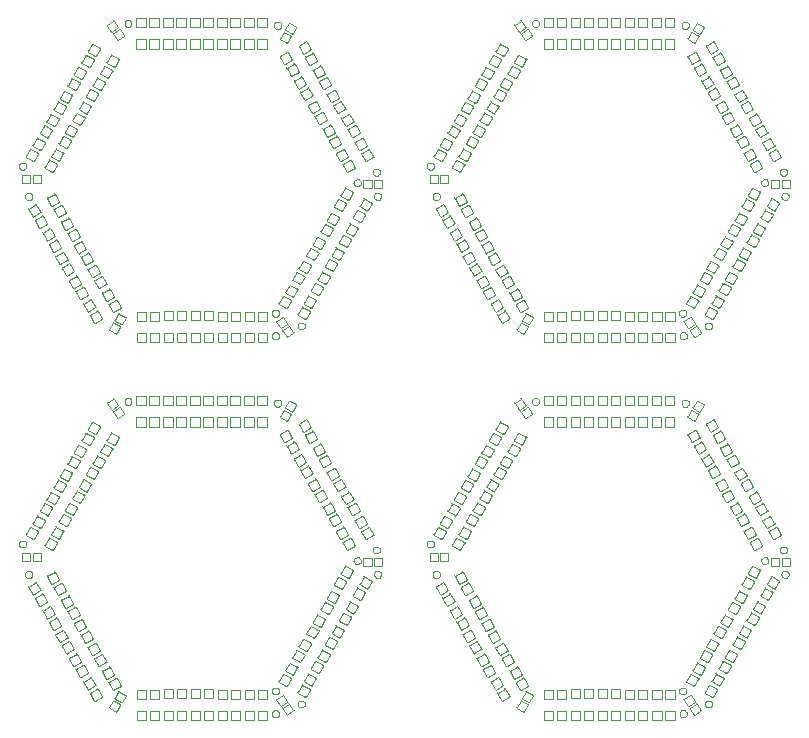
<source format=gbr>
G04 CAM350 V9.5.1 (Build 211) Date:  Sun Feb 09 09:32:50 2025 *
G04 Database: G:\2025-02-01  ºÏÆ´  ºÚÄ¤\2025-02-01-116\1.cam *
G04 Layer 2: GTS *
%FSLAX35Y35*%
%MOIN*%
%SFA1.000B1.000*%

%MIA0B0*%
%IPPOS*%
%ADD64C,0.00039*%
%LNGTS*%
%LPD*%
G54D64*
X67704Y36294D02*
G01X64634D01*
Y33224*
X67704*
Y36294*
X72035D02*
G01X68965D01*
Y33224*
X72035*
Y36294*
X76729Y36394D02*
G01X73659D01*
Y33324*
X76729*
Y36394*
X81060D02*
G01X77990D01*
Y33324*
X81060*
Y36394*
X85754D02*
G01X82684D01*
Y33324*
X85754*
Y36394*
X90085D02*
G01X87015D01*
Y33324*
X90085*
Y36394*
X94779Y36294D02*
G01X91709D01*
Y33224*
X94779*
Y36294*
X99110D02*
G01X96040D01*
Y33224*
X99110*
Y36294*
X103804D02*
G01X100734D01*
Y33224*
X103804*
Y36294*
X111527Y34263D02*
G01X111561Y34274D01*
X111591Y34293*
X111603Y34305*
X112095Y34797*
X112117Y34824*
X112133Y34856*
X112141Y34891*
Y34908*
Y35892*
X112137Y35927*
X112126Y35961*
X112107Y35991*
X112095Y36003*
X111603Y36495*
X111576Y36517*
X111544Y36533*
X111509Y36541*
X111492*
X110508*
X110473Y36537*
X110439Y36526*
X110409Y36507*
X110397Y36495*
X109905Y36003*
X109883Y35976*
X109867Y35944*
X109859Y35909*
Y35892*
Y34908*
X109863Y34873*
X109874Y34839*
X109893Y34809*
X109905Y34797*
X110397Y34305*
X110424Y34283*
X110456Y34267*
X110491Y34259*
X110508*
X111492*
X111527Y34263*
X67704Y43498D02*
G01X64634D01*
Y40428*
X67704*
Y43498*
X72035D02*
G01X68965D01*
Y40428*
X72035*
Y43498*
X76729Y43599D02*
G01X73659D01*
Y40529*
X76729*
Y43599*
X81060D02*
G01X77990D01*
Y40529*
X81060*
Y43599*
X85754D02*
G01X82684D01*
Y40529*
X85754*
Y43599*
X90085D02*
G01X87015D01*
Y40529*
X90085*
Y43599*
X94779Y43498D02*
G01X91709D01*
Y40428*
X94779*
Y43498*
X99110D02*
G01X96040D01*
Y40428*
X99110*
Y43498*
X103804D02*
G01X100734D01*
Y40428*
X103804*
Y43498*
X108135D02*
G01X105065D01*
Y40428*
X108135*
Y43498*
X120027Y37563D02*
G01X120061Y37574D01*
X120091Y37593*
X120103Y37605*
X120595Y38097*
X120617Y38124*
X120633Y38156*
X120641Y38191*
Y38208*
Y39192*
X120637Y39227*
X120626Y39261*
X120607Y39291*
X120595Y39303*
X120103Y39795*
X120076Y39817*
X120044Y39833*
X120009Y39841*
X119992*
X119008*
X118973Y39837*
X118939Y39826*
X118909Y39807*
X118897Y39795*
X118405Y39303*
X118383Y39276*
X118367Y39244*
X118359Y39209*
Y39192*
Y38208*
X118363Y38173*
X118374Y38139*
X118393Y38109*
X118405Y38097*
X118897Y37605*
X118924Y37583*
X118956Y37567*
X118991Y37559*
X119008*
X119992*
X120027Y37563*
X111427Y41863D02*
G01X111461Y41874D01*
X111491Y41893*
X111503Y41905*
X111995Y42397*
X112017Y42424*
X112033Y42456*
X112041Y42491*
Y42508*
Y43492*
X112037Y43527*
X112026Y43561*
X112007Y43591*
X111995Y43603*
X111503Y44095*
X111476Y44117*
X111444Y44133*
X111409Y44141*
X111392*
X110408*
X110373Y44137*
X110339Y44126*
X110309Y44107*
X110297Y44095*
X109805Y43603*
X109783Y43576*
X109767Y43544*
X109759Y43509*
Y43492*
Y42508*
X109763Y42473*
X109774Y42439*
X109793Y42409*
X109805Y42397*
X110297Y41905*
X110324Y41883*
X110356Y41867*
X110391Y41859*
X110408*
X111392*
X111427Y41863*
X29227Y80763D02*
G01X29261Y80774D01*
X29291Y80793*
X29303Y80805*
X29795Y81297*
X29817Y81324*
X29833Y81356*
X29841Y81391*
Y81408*
Y82392*
X29837Y82427*
X29826Y82461*
X29807Y82491*
X29795Y82503*
X29303Y82995*
X29276Y83017*
X29244Y83033*
X29209Y83041*
X29192*
X28208*
X28173Y83037*
X28139Y83026*
X28109Y83007*
X28097Y82995*
X27605Y82503*
X27583Y82476*
X27567Y82444*
X27559Y82409*
Y82392*
Y81408*
X27563Y81373*
X27574Y81339*
X27593Y81309*
X27605Y81297*
X28097Y80805*
X28124Y80783*
X28156Y80767*
X28191Y80759*
X28208*
X29192*
X29227Y80763*
X144958Y80645D02*
G01X144975Y80649D01*
X145647Y80830*
X145680Y80843*
X145709Y80863*
X145733Y80889*
X145742Y80903*
X146235Y81755*
X146249Y81788*
X146256Y81822*
Y81834*
X146251Y81875*
X146070Y82547*
X146057Y82580*
X146037Y82609*
X146011Y82633*
X145997Y82642*
X145145Y83135*
X145112Y83149*
X145078Y83156*
X145042Y83155*
X145025Y83151*
X144353Y82970*
X144320Y82957*
X144291Y82937*
X144267Y82911*
X144258Y82897*
X143765Y82045*
X143751Y82012*
X143744Y81978*
Y81966*
X143749Y81925*
X143930Y81253*
X143943Y81220*
X143963Y81191*
X143989Y81167*
X144003Y81158*
X144855Y80665*
X144888Y80651*
X144922Y80644*
X144958Y80645*
X29235Y89078D02*
G01X26479D01*
Y86322*
X29235*
Y89078*
X32778D02*
G01X30022D01*
Y86322*
X32778*
Y89078*
X143006Y87478D02*
G01X140250D01*
Y84722*
X143006*
Y87478*
X146550D02*
G01X143794D01*
Y84722*
X146550*
Y87478*
X27227Y90863D02*
G01X27261Y90874D01*
X27291Y90893*
X27303Y90905*
X27795Y91397*
X27817Y91424*
X27833Y91456*
X27841Y91491*
Y91508*
Y92492*
X27837Y92527*
X27826Y92561*
X27807Y92591*
X27795Y92603*
X27303Y93095*
X27276Y93117*
X27244Y93133*
X27209Y93141*
X27192*
X26208*
X26173Y93137*
X26139Y93126*
X26109Y93107*
X26097Y93095*
X25605Y92603*
X25583Y92576*
X25567Y92544*
X25559Y92509*
Y92492*
Y91508*
X25563Y91473*
X25574Y91439*
X25593Y91409*
X25605Y91397*
X26097Y90905*
X26124Y90883*
X26156Y90867*
X26191Y90859*
X26208*
X27192*
X27227Y90863*
X145027Y88863D02*
G01X145061Y88874D01*
X145091Y88893*
X145103Y88905*
X145595Y89397*
X145617Y89424*
X145633Y89456*
X145641Y89491*
Y89508*
Y90492*
X145637Y90527*
X145626Y90561*
X145607Y90591*
X145595Y90603*
X145103Y91095*
X145076Y91117*
X145044Y91133*
X145009Y91141*
X144992*
X144008*
X143973Y91137*
X143939Y91126*
X143909Y91107*
X143897Y91095*
X143405Y90603*
X143383Y90576*
X143367Y90544*
X143359Y90509*
Y90492*
Y89508*
X143363Y89473*
X143374Y89439*
X143393Y89409*
X143405Y89397*
X143897Y88905*
X143924Y88883*
X143956Y88867*
X143991Y88859*
X144008*
X144992*
X145027Y88863*
X67635Y134230D02*
G01X64565D01*
Y131160*
X67635*
Y134230*
X71966D02*
G01X68896D01*
Y131160*
X71966*
Y134230*
X76635D02*
G01X73565D01*
Y131160*
X76635*
Y134230*
X80966D02*
G01X77896D01*
Y131160*
X80966*
Y134230*
X85635D02*
G01X82565D01*
Y131160*
X85635*
Y134230*
X89966D02*
G01X86896D01*
Y131160*
X89966*
Y134230*
X94635D02*
G01X91565D01*
Y131160*
X94635*
Y134230*
X98966D02*
G01X95896D01*
Y131160*
X98966*
Y134230*
X103635D02*
G01X100565D01*
Y131160*
X103635*
Y134230*
X107966D02*
G01X104896D01*
Y131160*
X107966*
Y134230*
X62327Y138363D02*
G01X62361Y138374D01*
X62391Y138393*
X62403Y138405*
X62895Y138897*
X62917Y138924*
X62933Y138956*
X62941Y138991*
Y139008*
Y139992*
X62937Y140027*
X62926Y140061*
X62907Y140091*
X62895Y140103*
X62403Y140595*
X62376Y140617*
X62344Y140633*
X62309Y140641*
X62292*
X61308*
X61273Y140637*
X61239Y140626*
X61209Y140607*
X61197Y140595*
X60705Y140103*
X60683Y140076*
X60667Y140044*
X60659Y140009*
Y139992*
Y139008*
X60663Y138973*
X60674Y138939*
X60693Y138909*
X60705Y138897*
X61197Y138405*
X61224Y138383*
X61256Y138367*
X61291Y138359*
X61308*
X62292*
X62327Y138363*
X67635Y141435D02*
G01X64565D01*
Y138365*
X67635*
Y141435*
X71966D02*
G01X68896D01*
Y138365*
X71966*
Y141435*
X76635D02*
G01X73565D01*
Y138365*
X76635*
Y141435*
X80966D02*
G01X77896D01*
Y138365*
X80966*
Y141435*
X85635D02*
G01X82565D01*
Y138365*
X85635*
Y141435*
X89966D02*
G01X86896D01*
Y138365*
X89966*
Y141435*
X94635D02*
G01X91565D01*
Y138365*
X94635*
Y141435*
X98966D02*
G01X95896D01*
Y138365*
X98966*
Y141435*
X103635D02*
G01X100565D01*
Y138365*
X103635*
Y141435*
X107966D02*
G01X104896D01*
Y138365*
X107966*
Y141435*
X112207Y137818D02*
G01X112241Y137829D01*
X112271Y137848*
X112283Y137860*
X112775Y138352*
X112797Y138379*
X112813Y138411*
X112821Y138446*
Y138463*
Y139447*
X112817Y139482*
X112806Y139516*
X112787Y139546*
X112775Y139558*
X112283Y140050*
X112256Y140072*
X112224Y140088*
X112189Y140096*
X112172*
X111188*
X111153Y140092*
X111119Y140081*
X111089Y140062*
X111077Y140050*
X110585Y139558*
X110563Y139531*
X110547Y139499*
X110539Y139464*
Y139447*
Y138463*
X110543Y138428*
X110554Y138394*
X110573Y138364*
X110585Y138352*
X111077Y137860*
X111104Y137838*
X111136Y137822*
X111171Y137814*
X111188*
X112172*
X112207Y137818*
X108135Y36294D02*
G01X105065D01*
Y33224*
X108135*
Y36294*
X48502Y43492D02*
G01X48533Y43506D01*
X50920Y44883*
Y44883D02*
G75*
G03X50997Y44997I-79J136D01*
Y44997D02*
G01X50999Y45020D01*
X50995Y45055*
X50983Y45088*
X50977Y45098*
X49600Y47485*
Y47485D02*
G03X49385Y47542I-136J-79D01*
Y47542D02*
G01X46998Y46165D01*
Y46165D02*
G03X46921Y46051I79J-136D01*
Y46051D02*
G01X46919Y46028D01*
X46923Y45993*
X46935Y45960*
X46941Y45950*
X48318Y43563*
Y43563D02*
G03X48502Y43492I136J79D01*
X50667Y39741D02*
G01X50698Y39755D01*
X53085Y41132*
Y41132D02*
G03X53162Y41246I-79J136D01*
Y41246D02*
G01X53164Y41269D01*
X53160Y41304*
X53148Y41337*
X53142Y41347*
X51765Y43734*
Y43734D02*
G03X51550Y43791I-136J-79D01*
Y43791D02*
G01X49163Y42414D01*
Y42414D02*
G03X49086Y42300I79J-136D01*
Y42300D02*
G01X49084Y42277D01*
X49088Y42242*
X49100Y42209*
X49106Y42199*
X50483Y39812*
Y39812D02*
G03X50667Y39741I136J79D01*
X57885Y36143D02*
G03X57997Y36220I-24J156D01*
Y36220D02*
G01X59218Y38334D01*
X59232Y38366*
X59238Y38401*
X59239Y38413*
Y38413D02*
G03X59179Y38536I-158J0D01*
Y38536D02*
G01X59160Y38549D01*
X57046Y39770*
Y39770D02*
G03X56831Y39712I-79J-136D01*
Y39712D02*
G01X55610Y37598D01*
X55596Y37566*
X55590Y37531*
X55589Y37519*
Y37519D02*
G03X55649Y37396I158J0D01*
Y37396D02*
G01X55668Y37383D01*
X57782Y36162*
X57814Y36148*
X57849Y36142*
X57885Y36143*
X59657Y39211D02*
G03X59769Y39288I-24J156D01*
Y39288D02*
G01X60990Y41402D01*
X61004Y41434*
X61010Y41469*
X61011Y41481*
Y41481D02*
G03X60951Y41604I-158J0D01*
Y41604D02*
G01X60932Y41617D01*
X58818Y42838*
Y42838D02*
G03X58603Y42780I-79J-136D01*
Y42780D02*
G01X57382Y40666D01*
X57368Y40634*
X57362Y40599*
X57361Y40587*
Y40587D02*
G03X57421Y40464I158J0D01*
Y40464D02*
G01X57440Y40451D01*
X59554Y39230*
X59586Y39216*
X59621Y39210*
X59657Y39211*
X43766Y51358D02*
G01X43797Y51372D01*
X46184Y52749*
Y52749D02*
G03X46261Y52863I-79J136D01*
Y52863D02*
G01X46263Y52886D01*
X46259Y52921*
X46247Y52954*
X46241Y52964*
X44864Y55351*
Y55351D02*
G03X44649Y55408I-136J-79D01*
Y55408D02*
G01X42262Y54031D01*
Y54031D02*
G03X42185Y53917I79J-136D01*
Y53917D02*
G01X42183Y53894D01*
X42187Y53859*
X42199Y53826*
X42205Y53816*
X43582Y51429*
Y51429D02*
G03X43766Y51358I136J79D01*
X45932Y47608D02*
G01X45963Y47622D01*
X48350Y48999*
Y48999D02*
G03X48427Y49113I-79J136D01*
Y49113D02*
G01X48429Y49136D01*
X48425Y49171*
X48413Y49204*
X48407Y49214*
X47030Y51601*
Y51601D02*
G03X46815Y51658I-136J-79D01*
Y51658D02*
G01X44428Y50281D01*
Y50281D02*
G03X44351Y50167I79J-136D01*
Y50167D02*
G01X44349Y50144D01*
X44353Y50109*
X44365Y50076*
X44371Y50066*
X45748Y47679*
Y47679D02*
G03X45932Y47608I136J79D01*
X54741Y47094D02*
G01X54772Y47108D01*
X57159Y48485*
Y48485D02*
G03X57236Y48599I-79J136D01*
Y48599D02*
G01X57238Y48622D01*
X57234Y48657*
X57222Y48690*
X57216Y48700*
X55839Y51087*
Y51087D02*
G03X55624Y51144I-136J-79D01*
Y51144D02*
G01X53237Y49767D01*
Y49767D02*
G03X53160Y49653I79J-136D01*
Y49653D02*
G01X53158Y49630D01*
X53162Y49595*
X53174Y49562*
X53180Y49552*
X54557Y47165*
Y47165D02*
G03X54741Y47094I136J79D01*
X56906Y43344D02*
G01X56937Y43358D01*
X59324Y44735*
Y44735D02*
G03X59401Y44849I-79J136D01*
Y44849D02*
G01X59403Y44872D01*
X59399Y44907*
X59387Y44940*
X59381Y44950*
X58004Y47337*
Y47337D02*
G03X57789Y47394I-136J-79D01*
Y47394D02*
G01X55402Y46017D01*
Y46017D02*
G03X55325Y45903I79J-136D01*
Y45903D02*
G01X55323Y45880D01*
X55327Y45845*
X55339Y45812*
X55345Y45802*
X56722Y43415*
Y43415D02*
G03X56906Y43344I136J79D01*
X112811Y37996D02*
G01X112845Y38006D01*
X112875Y38022*
X114874Y39422*
Y39422D02*
G03X114941Y39542I-90J129D01*
Y39542D02*
G01Y39551D01*
X114937Y39587*
X114926Y39620*
X114913Y39642*
X113513Y41641*
Y41641D02*
G03X113293Y41680I-129J-90D01*
Y41680D02*
G01X111294Y40280D01*
Y40280D02*
G03X111227Y40160I90J-129D01*
Y40160D02*
G01Y40151D01*
X111231Y40115*
X111242Y40082*
X111255Y40060*
X112655Y38061*
Y38061D02*
G03X112811Y37996I129J90D01*
X114843Y35094D02*
G01X114877Y35104D01*
X114907Y35120*
X116906Y36520*
Y36520D02*
G03X116973Y36640I-90J129D01*
Y36640D02*
G01Y36649D01*
X116969Y36685*
X116958Y36718*
X116945Y36740*
X115545Y38739*
Y38739D02*
G03X115325Y38778I-129J-90D01*
Y38778D02*
G01X113326Y37378D01*
Y37378D02*
G03X113259Y37258I90J-129D01*
Y37258D02*
G01Y37249D01*
X113263Y37213*
X113274Y37180*
X113287Y37158*
X114687Y35159*
Y35159D02*
G03X114843Y35094I129J90D01*
X114627Y44641D02*
G03X114740Y44718I-24J156D01*
Y44718D02*
G01X116117Y47105D01*
X116132Y47137*
X116138Y47172*
X116139Y47183*
Y47183D02*
G03X116079Y47307I-158J0D01*
Y47307D02*
G01X116060Y47320D01*
X113673Y48697*
Y48697D02*
G03X113458Y48640I-79J-136D01*
Y48640D02*
G01X112081Y46253D01*
X112066Y46221*
X112060Y46186*
X112059Y46175*
Y46175D02*
G03X112119Y46051I158J0D01*
Y46051D02*
G01X112138Y46038D01*
X114525Y44661*
X114557Y44646*
X114592Y44640*
X114627Y44641*
X120867Y41039D02*
G03X120980Y41116I-24J156D01*
Y41116D02*
G01X122357Y43503D01*
X122372Y43535*
X122378Y43570*
X122379Y43581*
Y43581D02*
G03X122319Y43705I-158J0D01*
Y43705D02*
G01X122300Y43718D01*
X119913Y45095*
Y45095D02*
G03X119698Y45038I-79J-136D01*
Y45038D02*
G01X118321Y42651D01*
X118306Y42619*
X118300Y42584*
X118299Y42573*
Y42573D02*
G03X118359Y42449I158J0D01*
Y42449D02*
G01X118378Y42436D01*
X120765Y41059*
X120797Y41044*
X120832Y41038*
X120867Y41039*
X39166Y59258D02*
G01X39197Y59272D01*
X41584Y60649*
Y60649D02*
G03X41661Y60763I-79J136D01*
Y60763D02*
G01X41663Y60786D01*
X41659Y60821*
X41647Y60854*
X41641Y60864*
X40264Y63251*
Y63251D02*
G03X40049Y63308I-136J-79D01*
Y63308D02*
G01X37662Y61931D01*
Y61931D02*
G03X37585Y61817I79J-136D01*
Y61817D02*
G01X37583Y61794D01*
X37587Y61759*
X37599Y61726*
X37605Y61716*
X38982Y59329*
Y59329D02*
G03X39166Y59258I136J79D01*
X41332Y55508D02*
G01X41363Y55522D01*
X43750Y56899*
Y56899D02*
G03X43827Y57013I-79J136D01*
Y57013D02*
G01X43829Y57036D01*
X43825Y57071*
X43813Y57104*
X43807Y57114*
X42430Y59501*
Y59501D02*
G03X42215Y59558I-136J-79D01*
Y59558D02*
G01X39828Y58181D01*
Y58181D02*
G03X39751Y58067I79J-136D01*
Y58067D02*
G01X39749Y58044D01*
X39753Y58009*
X39765Y57976*
X39771Y57966*
X41148Y55579*
Y55579D02*
G03X41332Y55508I136J79D01*
X50006Y54961D02*
G01X50037Y54975D01*
X52424Y56352*
Y56352D02*
G03X52501Y56466I-79J136D01*
Y56466D02*
G01X52503Y56489D01*
X52499Y56524*
X52487Y56557*
X52481Y56567*
X51104Y58954*
Y58954D02*
G03X50889Y59011I-136J-79D01*
Y59011D02*
G01X48502Y57634D01*
Y57634D02*
G03X48425Y57520I79J-136D01*
Y57520D02*
G01X48423Y57497D01*
X48427Y57462*
X48439Y57429*
X48445Y57419*
X49822Y55032*
Y55032D02*
G03X50006Y54961I136J79D01*
X52171Y51210D02*
G01X52202Y51224D01*
X54589Y52601*
Y52601D02*
G03X54666Y52715I-79J136D01*
Y52715D02*
G01X54668Y52738D01*
X54664Y52773*
X54652Y52806*
X54646Y52816*
X53269Y55203*
Y55203D02*
G03X53054Y55260I-136J-79D01*
Y55260D02*
G01X50667Y53883D01*
Y53883D02*
G03X50590Y53769I79J-136D01*
Y53769D02*
G01X50588Y53746D01*
X50592Y53711*
X50604Y53678*
X50610Y53668*
X51987Y51281*
Y51281D02*
G03X52171Y51210I136J79D01*
X116792Y48392D02*
G03X116905Y48469I-24J156D01*
Y48469D02*
G01X118282Y50856D01*
X118297Y50888*
X118303Y50923*
X118304Y50934*
Y50934D02*
G03X118244Y51058I-158J0D01*
Y51058D02*
G01X118225Y51071D01*
X115838Y52448*
Y52448D02*
G03X115623Y52391I-79J-136D01*
Y52391D02*
G01X114246Y50004D01*
X114231Y49972*
X114225Y49937*
X114224Y49926*
Y49926D02*
G03X114284Y49802I158J0D01*
Y49802D02*
G01X114303Y49789D01*
X116690Y48412*
X116722Y48397*
X116757Y48391*
X116792Y48392*
X123032Y44790D02*
G03X123145Y44867I-24J156D01*
Y44867D02*
G01X124522Y47254D01*
X124537Y47286*
X124543Y47321*
X124544Y47332*
Y47332D02*
G03X124484Y47456I-158J0D01*
Y47456D02*
G01X124465Y47469D01*
X122078Y48846*
Y48846D02*
G03X121863Y48789I-79J-136D01*
Y48789D02*
G01X120486Y46402D01*
X120471Y46370*
X120465Y46335*
X120464Y46324*
Y46324D02*
G03X120524Y46200I158J0D01*
Y46200D02*
G01X120543Y46187D01*
X122930Y44810*
X122962Y44795*
X122997Y44789*
X123032Y44790*
X119127Y52542D02*
G03X119240Y52619I-24J156D01*
Y52619D02*
G01X120617Y55006D01*
X120632Y55038*
X120638Y55073*
X120639Y55084*
Y55084D02*
G03X120579Y55208I-158J0D01*
Y55208D02*
G01X120560Y55221D01*
X118173Y56598*
Y56598D02*
G03X117958Y56541I-79J-136D01*
Y56541D02*
G01X116581Y54154D01*
X116566Y54122*
X116560Y54087*
X116559Y54076*
Y54076D02*
G03X116619Y53952I158J0D01*
Y53952D02*
G01X116638Y53939D01*
X119025Y52562*
X119057Y52547*
X119092Y52541*
X119127Y52542*
X125367Y48939D02*
G03X125480Y49016I-24J156D01*
Y49016D02*
G01X126857Y51403D01*
X126872Y51435*
X126878Y51470*
X126879Y51481*
Y51481D02*
G03X126819Y51605I-158J0D01*
Y51605D02*
G01X126800Y51618D01*
X124413Y52995*
Y52995D02*
G03X124198Y52938I-79J-136D01*
Y52938D02*
G01X122821Y50551D01*
X122806Y50519*
X122800Y50484*
X122799Y50473*
Y50473D02*
G03X122859Y50349I158J0D01*
Y50349D02*
G01X122878Y50336D01*
X125265Y48959*
X125297Y48944*
X125332Y48938*
X125367Y48939*
X34866Y67158D02*
G01X34897Y67172D01*
X37284Y68549*
Y68549D02*
G03X37361Y68663I-79J136D01*
Y68663D02*
G01X37363Y68686D01*
X37359Y68721*
X37347Y68754*
X37341Y68764*
X35964Y71151*
Y71151D02*
G03X35749Y71208I-136J-79D01*
Y71208D02*
G01X33362Y69831D01*
Y69831D02*
G03X33285Y69717I79J-136D01*
Y69717D02*
G01X33283Y69694D01*
X33287Y69659*
X33299Y69626*
X33305Y69616*
X34682Y67229*
Y67229D02*
G03X34866Y67158I136J79D01*
X37032Y63408D02*
G01X37063Y63422D01*
X39450Y64799*
Y64799D02*
G03X39527Y64913I-79J136D01*
Y64913D02*
G01X39529Y64936D01*
X39525Y64971*
X39513Y65004*
X39507Y65014*
X38130Y67401*
Y67401D02*
G03X37915Y67458I-136J-79D01*
Y67458D02*
G01X35528Y66081D01*
Y66081D02*
G03X35451Y65967I79J-136D01*
Y65967D02*
G01X35449Y65944D01*
X35453Y65909*
X35465Y65876*
X35471Y65866*
X36848Y63479*
Y63479D02*
G03X37032Y63408I136J79D01*
X45406Y62861D02*
G01X45437Y62875D01*
X47824Y64252*
Y64252D02*
G03X47901Y64366I-79J136D01*
Y64366D02*
G01X47903Y64389D01*
X47899Y64424*
X47887Y64457*
X47881Y64467*
X46504Y66854*
Y66854D02*
G03X46289Y66911I-136J-79D01*
Y66911D02*
G01X43902Y65534D01*
Y65534D02*
G03X43825Y65420I79J-136D01*
Y65420D02*
G01X43823Y65397D01*
X43827Y65362*
X43839Y65329*
X43845Y65319*
X45222Y62932*
Y62932D02*
G03X45406Y62861I136J79D01*
X47571Y59110D02*
G01X47602Y59124D01*
X49989Y60501*
Y60501D02*
G03X50066Y60615I-79J136D01*
Y60615D02*
G01X50068Y60638D01*
X50064Y60673*
X50052Y60706*
X50046Y60716*
X48669Y63103*
Y63103D02*
G03X48454Y63160I-136J-79D01*
Y63160D02*
G01X46067Y61783D01*
Y61783D02*
G03X45990Y61669I79J-136D01*
Y61669D02*
G01X45988Y61646D01*
X45992Y61611*
X46004Y61578*
X46010Y61568*
X47387Y59181*
Y59181D02*
G03X47571Y59110I136J79D01*
X121293Y56292D02*
G03X121406Y56369I-24J156D01*
Y56369D02*
G01X122783Y58756D01*
X122798Y58788*
X122804Y58823*
X122805Y58834*
Y58834D02*
G03X122745Y58958I-158J0D01*
Y58958D02*
G01X122726Y58971D01*
X120339Y60348*
Y60348D02*
G03X120124Y60291I-79J-136D01*
Y60291D02*
G01X118747Y57904D01*
X118732Y57872*
X118726Y57837*
X118725Y57826*
Y57826D02*
G03X118785Y57702I158J0D01*
Y57702D02*
G01X118804Y57689D01*
X121191Y56312*
X121223Y56297*
X121258Y56291*
X121293Y56292*
X127532Y52690D02*
G03X127645Y52767I-24J156D01*
Y52767D02*
G01X129022Y55154D01*
X129037Y55186*
X129043Y55221*
X129044Y55232*
Y55232D02*
G03X128984Y55356I-158J0D01*
Y55356D02*
G01X128965Y55369D01*
X126578Y56746*
Y56746D02*
G03X126363Y56689I-79J-136D01*
Y56689D02*
G01X124986Y54302D01*
X124971Y54270*
X124965Y54235*
X124964Y54224*
Y54224D02*
G03X125024Y54100I158J0D01*
Y54100D02*
G01X125043Y54087D01*
X127430Y52710*
X127462Y52695*
X127497Y52689*
X127532Y52690*
X123827Y60641D02*
G03X123940Y60718I-24J156D01*
Y60718D02*
G01X125317Y63105D01*
X125332Y63137*
X125338Y63172*
X125339Y63183*
Y63183D02*
G03X125279Y63307I-158J0D01*
Y63307D02*
G01X125260Y63320D01*
X122873Y64697*
Y64697D02*
G03X122658Y64640I-79J-136D01*
Y64640D02*
G01X121281Y62253D01*
X121266Y62221*
X121260Y62186*
X121259Y62175*
Y62175D02*
G03X121319Y62051I158J0D01*
Y62051D02*
G01X121338Y62038D01*
X123725Y60661*
X123757Y60646*
X123792Y60640*
X123827Y60641*
X130067Y57039D02*
G03X130180Y57116I-24J156D01*
Y57116D02*
G01X131557Y59503D01*
X131572Y59535*
X131578Y59570*
X131579Y59581*
Y59581D02*
G03X131519Y59705I-158J0D01*
Y59705D02*
G01X131500Y59718D01*
X129113Y61095*
Y61095D02*
G03X128898Y61038I-79J-136D01*
Y61038D02*
G01X127521Y58651D01*
X127506Y58619*
X127500Y58584*
X127499Y58573*
Y58573D02*
G03X127559Y58449I158J0D01*
Y58449D02*
G01X127578Y58436D01*
X129965Y57059*
X129997Y57044*
X130032Y57038*
X130067Y57039*
X30166Y75158D02*
G01X30197Y75172D01*
X32584Y76549*
Y76549D02*
G03X32661Y76663I-79J136D01*
Y76663D02*
G01X32663Y76686D01*
X32659Y76721*
X32647Y76754*
X32641Y76764*
X31264Y79151*
Y79151D02*
G03X31049Y79208I-136J-79D01*
Y79208D02*
G01X28662Y77831D01*
Y77831D02*
G03X28585Y77717I79J-136D01*
Y77717D02*
G01X28583Y77694D01*
X28587Y77659*
X28599Y77626*
X28605Y77616*
X29982Y75229*
Y75229D02*
G03X30166Y75158I136J79D01*
X32332Y71408D02*
G01X32363Y71422D01*
X34750Y72799*
Y72799D02*
G03X34827Y72913I-79J136D01*
Y72913D02*
G01X34829Y72936D01*
X34825Y72971*
X34813Y73004*
X34807Y73014*
X33430Y75401*
Y75401D02*
G03X33215Y75458I-136J-79D01*
Y75458D02*
G01X30828Y74081D01*
Y74081D02*
G03X30751Y73967I79J-136D01*
Y73967D02*
G01X30749Y73944D01*
X30753Y73909*
X30765Y73876*
X30771Y73866*
X32148Y71479*
Y71479D02*
G03X32332Y71408I136J79D01*
X41106Y70761D02*
G01X41137Y70775D01*
X43524Y72152*
Y72152D02*
G03X43601Y72266I-79J136D01*
Y72266D02*
G01X43603Y72289D01*
X43599Y72324*
X43587Y72357*
X43581Y72367*
X42204Y74754*
Y74754D02*
G03X41989Y74811I-136J-79D01*
Y74811D02*
G01X39602Y73434D01*
Y73434D02*
G03X39525Y73320I79J-136D01*
Y73320D02*
G01X39523Y73297D01*
X39527Y73262*
X39539Y73229*
X39545Y73219*
X40922Y70832*
Y70832D02*
G03X41106Y70761I136J79D01*
X43271Y67010D02*
G01X43302Y67024D01*
X45689Y68401*
Y68401D02*
G03X45766Y68515I-79J136D01*
Y68515D02*
G01X45768Y68538D01*
X45764Y68573*
X45752Y68606*
X45746Y68616*
X44369Y71003*
Y71003D02*
G03X44154Y71060I-136J-79D01*
Y71060D02*
G01X41767Y69683D01*
Y69683D02*
G03X41690Y69569I79J-136D01*
Y69569D02*
G01X41688Y69546D01*
X41692Y69511*
X41704Y69478*
X41710Y69468*
X43087Y67081*
Y67081D02*
G03X43271Y67010I136J79D01*
X125992Y64392D02*
G03X126105Y64469I-24J156D01*
Y64469D02*
G01X127482Y66856D01*
X127497Y66888*
X127503Y66923*
X127504Y66934*
Y66934D02*
G03X127444Y67058I-158J0D01*
Y67058D02*
G01X127425Y67071D01*
X125038Y68448*
Y68448D02*
G03X124823Y68391I-79J-136D01*
Y68391D02*
G01X123446Y66004D01*
X123431Y65972*
X123425Y65937*
X123424Y65926*
Y65926D02*
G03X123484Y65802I158J0D01*
Y65802D02*
G01X123503Y65789D01*
X125890Y64412*
X125922Y64397*
X125957Y64391*
X125992Y64392*
X132232Y60790D02*
G03X132345Y60867I-24J156D01*
Y60867D02*
G01X133722Y63254D01*
X133737Y63286*
X133743Y63321*
X133744Y63332*
Y63332D02*
G03X133684Y63456I-158J0D01*
Y63456D02*
G01X133665Y63469D01*
X131278Y64846*
Y64846D02*
G03X131063Y64789I-79J-136D01*
Y64789D02*
G01X129686Y62402D01*
X129671Y62370*
X129665Y62335*
X129664Y62324*
Y62324D02*
G03X129724Y62200I158J0D01*
Y62200D02*
G01X129743Y62187D01*
X132130Y60810*
X132162Y60795*
X132197Y60789*
X132232Y60790*
X128527Y68641D02*
G03X128640Y68718I-24J156D01*
Y68718D02*
G01X130017Y71105D01*
X130032Y71137*
X130038Y71172*
X130039Y71183*
Y71183D02*
G03X129979Y71307I-158J0D01*
Y71307D02*
G01X129960Y71320D01*
X127573Y72697*
Y72697D02*
G03X127358Y72640I-79J-136D01*
Y72640D02*
G01X125981Y70253D01*
X125966Y70221*
X125960Y70186*
X125959Y70175*
Y70175D02*
G03X126019Y70051I158J0D01*
Y70051D02*
G01X126038Y70038D01*
X128425Y68661*
X128457Y68646*
X128492Y68640*
X128527Y68641*
X134767Y65039D02*
G03X134880Y65116I-24J156D01*
Y65116D02*
G01X136257Y67503D01*
X136272Y67535*
X136278Y67570*
X136279Y67581*
Y67581D02*
G03X136219Y67705I-158J0D01*
Y67705D02*
G01X136200Y67718D01*
X133813Y69095*
Y69095D02*
G03X133598Y69038I-79J-136D01*
Y69038D02*
G01X132221Y66651D01*
X132206Y66619*
X132200Y66584*
X132199Y66573*
Y66573D02*
G03X132259Y66449I158J0D01*
Y66449D02*
G01X132278Y66436D01*
X134665Y65059*
X134697Y65044*
X134732Y65038*
X134767Y65039*
X36406Y78761D02*
G01X36437Y78775D01*
X38824Y80152*
Y80152D02*
G03X38901Y80266I-79J136D01*
Y80266D02*
G01X38903Y80289D01*
X38899Y80324*
X38887Y80357*
X38881Y80367*
X37504Y82754*
Y82754D02*
G03X37289Y82811I-136J-79D01*
Y82811D02*
G01X34902Y81434D01*
Y81434D02*
G03X34825Y81320I79J-136D01*
Y81320D02*
G01X34823Y81297D01*
X34827Y81262*
X34839Y81229*
X34845Y81219*
X36222Y78832*
Y78832D02*
G03X36406Y78761I136J79D01*
X38571Y75010D02*
G01X38602Y75024D01*
X40989Y76401*
Y76401D02*
G03X41066Y76515I-79J136D01*
Y76515D02*
G01X41068Y76538D01*
X41064Y76573*
X41052Y76606*
X41046Y76616*
X39669Y79003*
Y79003D02*
G03X39454Y79060I-136J-79D01*
Y79060D02*
G01X37067Y77683D01*
Y77683D02*
G03X36990Y77569I79J-136D01*
Y77569D02*
G01X36988Y77546D01*
X36992Y77511*
X37004Y77478*
X37010Y77468*
X38387Y75081*
Y75081D02*
G03X38571Y75010I136J79D01*
X130693Y72392D02*
G03X130806Y72469I-24J156D01*
Y72469D02*
G01X132183Y74856D01*
X132198Y74888*
X132204Y74923*
X132205Y74934*
Y74934D02*
G03X132145Y75058I-158J0D01*
Y75058D02*
G01X132126Y75071D01*
X129739Y76448*
Y76448D02*
G03X129524Y76391I-79J-136D01*
Y76391D02*
G01X128147Y74004D01*
X128132Y73972*
X128126Y73937*
X128125Y73926*
Y73926D02*
G03X128185Y73802I158J0D01*
Y73802D02*
G01X128204Y73789D01*
X130591Y72412*
X130623Y72397*
X130658Y72391*
X130693Y72392*
X136932Y68790D02*
G03X137045Y68867I-24J156D01*
Y68867D02*
G01X138422Y71254D01*
X138437Y71286*
X138443Y71321*
X138444Y71332*
Y71332D02*
G03X138384Y71456I-158J0D01*
Y71456D02*
G01X138365Y71469D01*
X135978Y72846*
Y72846D02*
G03X135763Y72789I-79J-136D01*
Y72789D02*
G01X134386Y70402D01*
X134371Y70370*
X134365Y70335*
X134364Y70324*
Y70324D02*
G03X134424Y70200I158J0D01*
Y70200D02*
G01X134443Y70187D01*
X136830Y68810*
X136862Y68795*
X136897Y68789*
X136932Y68790*
X133099Y76999D02*
G03X133212Y77076I-24J156D01*
Y77076D02*
G01X134589Y79463D01*
X134604Y79495*
X134610Y79530*
X134611Y79541*
Y79541D02*
G03X134551Y79665I-158J0D01*
Y79665D02*
G01X134532Y79678D01*
X132145Y81055*
Y81055D02*
G03X131930Y80998I-79J-136D01*
Y80998D02*
G01X130553Y78611D01*
X130538Y78579*
X130532Y78544*
X130531Y78533*
Y78533D02*
G03X130591Y78409I158J0D01*
Y78409D02*
G01X130610Y78396D01*
X132997Y77019*
X133029Y77004*
X133064Y76998*
X133099Y76999*
X139338Y73397D02*
G03X139451Y73474I-24J156D01*
Y73474D02*
G01X140828Y75861D01*
X140843Y75893*
X140849Y75928*
X140850Y75939*
Y75939D02*
G03X140790Y76063I-158J0D01*
Y76063D02*
G01X140771Y76076D01*
X138384Y77453*
Y77453D02*
G03X138169Y77396I-79J-136D01*
Y77396D02*
G01X136792Y75009D01*
X136777Y74977*
X136771Y74942*
X136770Y74931*
Y74931D02*
G03X136830Y74807I158J0D01*
Y74807D02*
G01X136849Y74794D01*
X139236Y73417*
X139268Y73402*
X139303Y73396*
X139338Y73397*
X135264Y80750D02*
G03X135377Y80827I-24J156D01*
Y80827D02*
G01X136754Y83214D01*
X136769Y83246*
X136775Y83281*
X136776Y83292*
Y83292D02*
G03X136716Y83416I-158J0D01*
Y83416D02*
G01X136697Y83429D01*
X134310Y84806*
Y84806D02*
G03X134095Y84749I-79J-136D01*
Y84749D02*
G01X132718Y82362D01*
X132703Y82330*
X132697Y82295*
X132696Y82284*
Y82284D02*
G03X132756Y82160I158J0D01*
Y82160D02*
G01X132775Y82147D01*
X135162Y80770*
X135194Y80755*
X135229Y80749*
X135264Y80750*
X141504Y77147D02*
G03X141617Y77224I-24J156D01*
Y77224D02*
G01X142994Y79611D01*
X143009Y79643*
X143015Y79678*
X143016Y79689*
Y79689D02*
G03X142956Y79813I-158J0D01*
Y79813D02*
G01X142937Y79826D01*
X140550Y81203*
Y81203D02*
G03X140335Y81146I-79J-136D01*
Y81146D02*
G01X138958Y78759D01*
X138943Y78727*
X138937Y78692*
X138936Y78681*
Y78681D02*
G03X138996Y78557I158J0D01*
Y78557D02*
G01X139015Y78544D01*
X141402Y77167*
X141434Y77152*
X141469Y77146*
X141504Y77147*
X138404Y85203D02*
G01X138437Y85217D01*
X138451Y85226*
X139258Y85791*
X139285Y85814*
X139306Y85843*
X139319Y85876*
X139323Y85893*
X139444Y86578*
Y86578D02*
G03X139418Y86695I-155J27D01*
Y86695D02*
G01X138853Y87502D01*
X138830Y87529*
X138801Y87550*
X138768Y87563*
X138751Y87567*
X138066Y87688*
X138031Y87690*
X137996Y87685*
X137963Y87671*
X137949Y87662*
X137142Y87097*
X137115Y87074*
X137094Y87045*
X137081Y87012*
X137077Y86995*
X136956Y86310*
Y86310D02*
G03X136982Y86193I155J-27D01*
Y86193D02*
G01X137547Y85386D01*
X137570Y85359*
X137599Y85338*
X137632Y85325*
X137649Y85321*
X138334Y85200*
X138369Y85198*
X138404Y85203*
X30380Y93619D02*
G03X30493Y93696I-24J156D01*
Y93696D02*
G01X31870Y96083D01*
X31885Y96115*
X31891Y96150*
X31892Y96161*
Y96161D02*
G03X31832Y96285I-158J0D01*
Y96285D02*
G01X31813Y96298D01*
X29426Y97675*
Y97675D02*
G03X29211Y97618I-79J-136D01*
Y97618D02*
G01X27834Y95231D01*
X27819Y95199*
X27813Y95164*
X27812Y95153*
Y95153D02*
G03X27872Y95029I158J0D01*
Y95029D02*
G01X27891Y95016D01*
X30278Y93639*
X30310Y93624*
X30345Y93618*
X30380Y93619*
X36620Y90016D02*
G03X36733Y90093I-24J156D01*
Y90093D02*
G01X38110Y92480D01*
X38125Y92512*
X38131Y92547*
X38132Y92558*
Y92558D02*
G03X38072Y92682I-158J0D01*
Y92682D02*
G01X38053Y92695D01*
X35666Y94072*
Y94072D02*
G03X35451Y94015I-79J-136D01*
Y94015D02*
G01X34074Y91628D01*
X34059Y91596*
X34053Y91561*
X34052Y91550*
Y91550D02*
G03X34112Y91426I158J0D01*
Y91426D02*
G01X34131Y91413D01*
X36518Y90036*
X36550Y90021*
X36585Y90015*
X36620Y90016*
X32546Y97369D02*
G03X32659Y97446I-24J156D01*
Y97446D02*
G01X34036Y99833D01*
X34051Y99865*
X34057Y99900*
X34058Y99911*
Y99911D02*
G03X33998Y100035I-158J0D01*
Y100035D02*
G01X33979Y100048D01*
X31592Y101425*
Y101425D02*
G03X31377Y101368I-79J-136D01*
Y101368D02*
G01X30000Y98981D01*
X29985Y98949*
X29979Y98914*
X29978Y98903*
Y98903D02*
G03X30038Y98779I158J0D01*
Y98779D02*
G01X30057Y98766D01*
X32444Y97389*
X32476Y97374*
X32511Y97368*
X32546Y97369*
X38785Y93767D02*
G03X38898Y93844I-24J156D01*
Y93844D02*
G01X40275Y96231D01*
X40290Y96263*
X40296Y96298*
X40297Y96309*
Y96309D02*
G03X40237Y96433I-158J0D01*
Y96433D02*
G01X40218Y96446D01*
X37831Y97823*
Y97823D02*
G03X37616Y97766I-79J-136D01*
Y97766D02*
G01X36239Y95379D01*
X36224Y95347*
X36218Y95312*
X36217Y95301*
Y95301D02*
G03X36277Y95177I158J0D01*
Y95177D02*
G01X36296Y95164D01*
X38683Y93787*
X38715Y93772*
X38750Y93766*
X38785Y93767*
X132736Y93677D02*
G01X132767Y93691D01*
X135154Y95068*
Y95068D02*
G03X135231Y95182I-79J136D01*
Y95182D02*
G01X135233Y95205D01*
X135229Y95240*
X135217Y95273*
X135211Y95283*
X133834Y97670*
Y97670D02*
G03X133619Y97727I-136J-79D01*
Y97727D02*
G01X131232Y96350D01*
Y96350D02*
G03X131155Y96236I79J-136D01*
Y96236D02*
G01X131153Y96213D01*
X131157Y96178*
X131169Y96145*
X131175Y96135*
X132552Y93748*
Y93748D02*
G03X132736Y93677I136J79D01*
X134901Y89926D02*
G01X134932Y89940D01*
X137319Y91317*
Y91317D02*
G03X137396Y91431I-79J136D01*
Y91431D02*
G01X137398Y91454D01*
X137394Y91489*
X137382Y91522*
X137376Y91532*
X135999Y93919*
Y93919D02*
G03X135784Y93976I-136J-79D01*
Y93976D02*
G01X133397Y92599D01*
Y92599D02*
G03X133320Y92485I79J-136D01*
Y92485D02*
G01X133318Y92462D01*
X133322Y92427*
X133334Y92394*
X133340Y92384*
X134717Y89997*
Y89997D02*
G03X134901Y89926I136J79D01*
X35017Y101507D02*
G03X35130Y101584I-24J156D01*
Y101584D02*
G01X36507Y103971D01*
X36522Y104003*
X36528Y104038*
X36529Y104049*
Y104049D02*
G03X36469Y104173I-158J0D01*
Y104173D02*
G01X36450Y104186D01*
X34063Y105563*
Y105563D02*
G03X33848Y105506I-79J-136D01*
Y105506D02*
G01X32471Y103119D01*
X32456Y103087*
X32450Y103052*
X32449Y103041*
Y103041D02*
G03X32509Y102917I158J0D01*
Y102917D02*
G01X32528Y102904D01*
X34915Y101527*
X34947Y101512*
X34982Y101506*
X35017Y101507*
X41256Y97904D02*
G03X41369Y97981I-24J156D01*
Y97981D02*
G01X42746Y100368D01*
X42761Y100400*
X42767Y100435*
X42768Y100446*
Y100446D02*
G03X42708Y100570I-158J0D01*
Y100570D02*
G01X42689Y100583D01*
X40302Y101960*
Y101960D02*
G03X40087Y101903I-79J-136D01*
Y101903D02*
G01X38710Y99516D01*
X38695Y99484*
X38689Y99449*
X38688Y99438*
Y99438D02*
G03X38748Y99314I158J0D01*
Y99314D02*
G01X38767Y99301D01*
X41154Y97924*
X41186Y97909*
X41221Y97903*
X41256Y97904*
X37182Y105257D02*
G03X37295Y105334I-24J156D01*
Y105334D02*
G01X38672Y107721D01*
X38687Y107753*
X38693Y107788*
X38694Y107799*
Y107799D02*
G03X38634Y107923I-158J0D01*
Y107923D02*
G01X38615Y107936D01*
X36228Y109313*
Y109313D02*
G03X36013Y109256I-79J-136D01*
Y109256D02*
G01X34636Y106869D01*
X34621Y106837*
X34615Y106802*
X34614Y106791*
Y106791D02*
G03X34674Y106667I158J0D01*
Y106667D02*
G01X34693Y106654D01*
X37080Y105277*
X37112Y105262*
X37147Y105256*
X37182Y105257*
X43421Y101655D02*
G03X43534Y101732I-24J156D01*
Y101732D02*
G01X44911Y104119D01*
X44926Y104151*
X44932Y104186*
X44933Y104197*
Y104197D02*
G03X44873Y104321I-158J0D01*
Y104321D02*
G01X44854Y104334D01*
X42467Y105711*
Y105711D02*
G03X42252Y105654I-79J-136D01*
Y105654D02*
G01X40875Y103267D01*
X40860Y103235*
X40854Y103200*
X40853Y103189*
Y103189D02*
G03X40913Y103065I158J0D01*
Y103065D02*
G01X40932Y103052D01*
X43319Y101675*
X43351Y101660*
X43386Y101654*
X43421Y101655*
X39580Y109319D02*
G03X39693Y109396I-24J156D01*
Y109396D02*
G01X41070Y111783D01*
X41085Y111815*
X41091Y111850*
X41092Y111861*
Y111861D02*
G03X41032Y111985I-158J0D01*
Y111985D02*
G01X41013Y111998D01*
X38626Y113375*
Y113375D02*
G03X38411Y113318I-79J-136D01*
Y113318D02*
G01X37034Y110931D01*
X37019Y110899*
X37013Y110864*
X37012Y110853*
Y110853D02*
G03X37072Y110729I158J0D01*
Y110729D02*
G01X37091Y110716D01*
X39478Y109339*
X39510Y109324*
X39545Y109318*
X39580Y109319*
X45820Y105717D02*
G03X45933Y105794I-24J156D01*
Y105794D02*
G01X47310Y108181D01*
X47325Y108213*
X47331Y108248*
X47332Y108259*
Y108259D02*
G03X47272Y108383I-158J0D01*
Y108383D02*
G01X47253Y108396D01*
X44866Y109773*
Y109773D02*
G03X44651Y109716I-79J-136D01*
Y109716D02*
G01X43274Y107329D01*
X43259Y107297*
X43253Y107262*
X43252Y107251*
Y107251D02*
G03X43312Y107127I158J0D01*
Y107127D02*
G01X43331Y107114D01*
X45718Y105737*
X45750Y105722*
X45785Y105716*
X45820Y105717*
X128236Y101777D02*
G01X128267Y101791D01*
X130654Y103168*
Y103168D02*
G03X130731Y103282I-79J136D01*
Y103282D02*
G01X130733Y103305D01*
X130729Y103340*
X130717Y103373*
X130711Y103383*
X129334Y105770*
Y105770D02*
G03X129119Y105827I-136J-79D01*
Y105827D02*
G01X126732Y104450D01*
Y104450D02*
G03X126655Y104336I79J-136D01*
Y104336D02*
G01X126653Y104313D01*
X126657Y104278*
X126669Y104245*
X126675Y104235*
X128052Y101848*
Y101848D02*
G03X128236Y101777I136J79D01*
X130401Y98026D02*
G01X130432Y98040D01*
X132819Y99417*
Y99417D02*
G03X132896Y99531I-79J136D01*
Y99531D02*
G01X132898Y99554D01*
X132894Y99589*
X132882Y99622*
X132876Y99632*
X131499Y102019*
Y102019D02*
G03X131284Y102076I-136J-79D01*
Y102076D02*
G01X128897Y100699D01*
Y100699D02*
G03X128820Y100585I79J-136D01*
Y100585D02*
G01X128818Y100562D01*
X128822Y100527*
X128834Y100494*
X128840Y100484*
X130217Y98097*
Y98097D02*
G03X130401Y98026I136J79D01*
X138975Y97279D02*
G01X139006Y97293D01*
X141393Y98670*
Y98670D02*
G03X141470Y98784I-79J136D01*
Y98784D02*
G01X141472Y98807D01*
X141468Y98842*
X141456Y98875*
X141450Y98885*
X140073Y101272*
Y101272D02*
G03X139858Y101329I-136J-79D01*
Y101329D02*
G01X137471Y99952D01*
Y99952D02*
G03X137394Y99838I79J-136D01*
Y99838D02*
G01X137392Y99815D01*
X137396Y99780*
X137408Y99747*
X137414Y99737*
X138791Y97350*
Y97350D02*
G03X138975Y97279I136J79D01*
X141141Y93529D02*
G01X141172Y93543D01*
X143559Y94920*
Y94920D02*
G03X143636Y95034I-79J136D01*
Y95034D02*
G01X143638Y95057D01*
X143634Y95092*
X143622Y95125*
X143616Y95135*
X142239Y97522*
Y97522D02*
G03X142024Y97579I-136J-79D01*
Y97579D02*
G01X139637Y96202D01*
Y96202D02*
G03X139560Y96088I79J-136D01*
Y96088D02*
G01X139558Y96065D01*
X139562Y96030*
X139574Y95997*
X139580Y95987*
X140957Y93600*
Y93600D02*
G03X141141Y93529I136J79D01*
X41746Y113069D02*
G03X41859Y113146I-24J156D01*
Y113146D02*
G01X43236Y115533D01*
X43251Y115565*
X43257Y115600*
X43258Y115611*
Y115611D02*
G03X43198Y115735I-158J0D01*
Y115735D02*
G01X43179Y115748D01*
X40792Y117125*
Y117125D02*
G03X40577Y117068I-79J-136D01*
Y117068D02*
G01X39200Y114681D01*
X39185Y114649*
X39179Y114614*
X39178Y114603*
Y114603D02*
G03X39238Y114479I158J0D01*
Y114479D02*
G01X39257Y114466D01*
X41644Y113089*
X41676Y113074*
X41711Y113068*
X41746Y113069*
X47985Y109467D02*
G03X48098Y109544I-24J156D01*
Y109544D02*
G01X49475Y111931D01*
X49490Y111963*
X49496Y111998*
X49497Y112009*
Y112009D02*
G03X49437Y112133I-158J0D01*
Y112133D02*
G01X49418Y112146D01*
X47031Y113523*
Y113523D02*
G03X46816Y113466I-79J-136D01*
Y113466D02*
G01X45439Y111079D01*
X45424Y111047*
X45418Y111012*
X45417Y111001*
Y111001D02*
G03X45477Y110877I158J0D01*
Y110877D02*
G01X45496Y110864D01*
X47883Y109487*
X47915Y109472*
X47950Y109466*
X47985Y109467*
X44180Y117219D02*
G03X44293Y117296I-24J156D01*
Y117296D02*
G01X45670Y119683D01*
X45685Y119715*
X45691Y119750*
X45692Y119761*
Y119761D02*
G03X45632Y119885I-158J0D01*
Y119885D02*
G01X45613Y119898D01*
X43226Y121275*
Y121275D02*
G03X43011Y121218I-79J-136D01*
Y121218D02*
G01X41634Y118831D01*
X41619Y118799*
X41613Y118764*
X41612Y118753*
Y118753D02*
G03X41672Y118629I158J0D01*
Y118629D02*
G01X41691Y118616D01*
X44078Y117239*
X44110Y117224*
X44145Y117218*
X44180Y117219*
X50420Y113617D02*
G03X50533Y113694I-24J156D01*
Y113694D02*
G01X51910Y116081D01*
X51925Y116113*
X51931Y116148*
X51932Y116159*
Y116159D02*
G03X51872Y116283I-158J0D01*
Y116283D02*
G01X51853Y116296D01*
X49466Y117673*
Y117673D02*
G03X49251Y117616I-79J-136D01*
Y117616D02*
G01X47874Y115229D01*
X47859Y115197*
X47853Y115162*
X47852Y115151*
Y115151D02*
G03X47912Y115027I158J0D01*
Y115027D02*
G01X47931Y115014D01*
X50318Y113637*
X50350Y113622*
X50385Y113616*
X50420Y113617*
X123436Y109677D02*
G01X123467Y109691D01*
X125854Y111068*
Y111068D02*
G03X125931Y111182I-79J136D01*
Y111182D02*
G01X125933Y111205D01*
X125929Y111240*
X125917Y111273*
X125911Y111283*
X124534Y113670*
Y113670D02*
G03X124319Y113727I-136J-79D01*
Y113727D02*
G01X121932Y112350D01*
Y112350D02*
G03X121855Y112236I79J-136D01*
Y112236D02*
G01X121853Y112213D01*
X121857Y112178*
X121869Y112145*
X121875Y112135*
X123252Y109748*
Y109748D02*
G03X123436Y109677I136J79D01*
X125601Y105926D02*
G01X125632Y105940D01*
X128019Y107317*
Y107317D02*
G03X128096Y107431I-79J136D01*
Y107431D02*
G01X128098Y107454D01*
X128094Y107489*
X128082Y107522*
X128076Y107532*
X126699Y109919*
Y109919D02*
G03X126484Y109976I-136J-79D01*
Y109976D02*
G01X124097Y108599D01*
Y108599D02*
G03X124020Y108485I79J-136D01*
Y108485D02*
G01X124018Y108462D01*
X124022Y108427*
X124034Y108394*
X124040Y108384*
X125417Y105997*
Y105997D02*
G03X125601Y105926I136J79D01*
X134475Y105379D02*
G01X134506Y105393D01*
X136893Y106770*
Y106770D02*
G03X136970Y106884I-79J136D01*
Y106884D02*
G01X136972Y106907D01*
X136968Y106942*
X136956Y106975*
X136950Y106985*
X135573Y109372*
Y109372D02*
G03X135358Y109429I-136J-79D01*
Y109429D02*
G01X132971Y108052D01*
Y108052D02*
G03X132894Y107938I79J-136D01*
Y107938D02*
G01X132892Y107915D01*
X132896Y107880*
X132908Y107847*
X132914Y107837*
X134291Y105450*
Y105450D02*
G03X134475Y105379I136J79D01*
X136641Y101629D02*
G01X136672Y101643D01*
X139059Y103020*
Y103020D02*
G03X139136Y103134I-79J136D01*
Y103134D02*
G01X139138Y103157D01*
X139134Y103192*
X139122Y103225*
X139116Y103235*
X137739Y105622*
Y105622D02*
G03X137524Y105679I-136J-79D01*
Y105679D02*
G01X135137Y104302D01*
Y104302D02*
G03X135060Y104188I79J-136D01*
Y104188D02*
G01X135058Y104165D01*
X135062Y104130*
X135074Y104097*
X135080Y104087*
X136457Y101700*
Y101700D02*
G03X136641Y101629I136J79D01*
X46346Y120969D02*
G03X46459Y121046I-24J156D01*
Y121046D02*
G01X47836Y123433D01*
X47851Y123465*
X47857Y123500*
X47858Y123511*
Y123511D02*
G03X47798Y123635I-158J0D01*
Y123635D02*
G01X47779Y123648D01*
X45392Y125025*
Y125025D02*
G03X45177Y124968I-79J-136D01*
Y124968D02*
G01X43800Y122581D01*
X43785Y122549*
X43779Y122514*
X43778Y122503*
Y122503D02*
G03X43838Y122379I158J0D01*
Y122379D02*
G01X43857Y122366D01*
X46244Y120989*
X46276Y120974*
X46311Y120968*
X46346Y120969*
X52585Y117367D02*
G03X52698Y117444I-24J156D01*
Y117444D02*
G01X54075Y119831D01*
X54090Y119863*
X54096Y119898*
X54097Y119909*
Y119909D02*
G03X54037Y120033I-158J0D01*
Y120033D02*
G01X54018Y120046D01*
X51631Y121423*
Y121423D02*
G03X51416Y121366I-79J-136D01*
Y121366D02*
G01X50039Y118979D01*
X50024Y118947*
X50018Y118912*
X50017Y118901*
Y118901D02*
G03X50077Y118777I158J0D01*
Y118777D02*
G01X50096Y118764D01*
X52483Y117387*
X52515Y117372*
X52550Y117366*
X52585Y117367*
X48880Y124919D02*
G03X48993Y124996I-24J156D01*
Y124996D02*
G01X50370Y127383D01*
X50385Y127415*
X50391Y127450*
X50392Y127461*
Y127461D02*
G03X50332Y127585I-158J0D01*
Y127585D02*
G01X50313Y127598D01*
X47926Y128975*
Y128975D02*
G03X47711Y128918I-79J-136D01*
Y128918D02*
G01X46334Y126531D01*
X46319Y126499*
X46313Y126464*
X46312Y126453*
Y126453D02*
G03X46372Y126329I158J0D01*
Y126329D02*
G01X46391Y126316D01*
X48778Y124939*
X48810Y124924*
X48845Y124918*
X48880Y124919*
X55120Y121316D02*
G03X55233Y121393I-24J156D01*
Y121393D02*
G01X56610Y123780D01*
X56625Y123812*
X56631Y123847*
X56632Y123858*
Y123858D02*
G03X56572Y123982I-158J0D01*
Y123982D02*
G01X56553Y123995D01*
X54166Y125372*
Y125372D02*
G03X53951Y125315I-79J-136D01*
Y125315D02*
G01X52574Y122928D01*
X52559Y122896*
X52553Y122861*
X52552Y122850*
Y122850D02*
G03X52612Y122726I158J0D01*
Y122726D02*
G01X52631Y122713D01*
X55018Y121336*
X55050Y121321*
X55085Y121315*
X55120Y121316*
X118671Y117810D02*
G01X118702Y117824D01*
X121089Y119201*
Y119201D02*
G03X121166Y119315I-79J136D01*
Y119315D02*
G01X121168Y119338D01*
X121164Y119373*
X121152Y119406*
X121146Y119416*
X119769Y121803*
Y121803D02*
G03X119554Y121860I-136J-79D01*
Y121860D02*
G01X117167Y120483D01*
Y120483D02*
G03X117090Y120369I79J-136D01*
Y120369D02*
G01X117088Y120346D01*
X117092Y120311*
X117104Y120278*
X117110Y120268*
X118487Y117881*
Y117881D02*
G03X118671Y117810I136J79D01*
X120836Y114060D02*
G01X120867Y114074D01*
X123254Y115451*
Y115451D02*
G03X123331Y115565I-79J136D01*
Y115565D02*
G01X123333Y115588D01*
X123329Y115623*
X123317Y115656*
X123311Y115666*
X121934Y118053*
Y118053D02*
G03X121719Y118110I-136J-79D01*
Y118110D02*
G01X119332Y116733D01*
Y116733D02*
G03X119255Y116619I79J-136D01*
Y116619D02*
G01X119253Y116596D01*
X119257Y116561*
X119269Y116528*
X119275Y116518*
X120652Y114131*
Y114131D02*
G03X120836Y114060I136J79D01*
X129675Y113279D02*
G01X129706Y113293D01*
X132093Y114670*
Y114670D02*
G03X132170Y114784I-79J136D01*
Y114784D02*
G01X132172Y114807D01*
X132168Y114842*
X132156Y114875*
X132150Y114885*
X130773Y117272*
Y117272D02*
G03X130558Y117329I-136J-79D01*
Y117329D02*
G01X128171Y115952D01*
Y115952D02*
G03X128094Y115838I79J-136D01*
Y115838D02*
G01X128092Y115815D01*
X128096Y115780*
X128108Y115747*
X128114Y115737*
X129491Y113350*
Y113350D02*
G03X129675Y113279I136J79D01*
X131841Y109529D02*
G01X131872Y109543D01*
X134259Y110920*
Y110920D02*
G03X134336Y111034I-79J136D01*
Y111034D02*
G01X134338Y111057D01*
X134334Y111092*
X134322Y111125*
X134316Y111135*
X132939Y113522*
Y113522D02*
G03X132724Y113579I-136J-79D01*
Y113579D02*
G01X130337Y112202D01*
Y112202D02*
G03X130260Y112088I79J-136D01*
Y112088D02*
G01X130258Y112065D01*
X130262Y112030*
X130274Y111997*
X130280Y111987*
X131657Y109600*
Y109600D02*
G03X131841Y109529I136J79D01*
X51046Y128669D02*
G03X51159Y128746I-24J156D01*
Y128746D02*
G01X52536Y131133D01*
X52551Y131165*
X52557Y131200*
X52558Y131211*
Y131211D02*
G03X52498Y131335I-158J0D01*
Y131335D02*
G01X52479Y131348D01*
X50092Y132725*
Y132725D02*
G03X49877Y132668I-79J-136D01*
Y132668D02*
G01X48500Y130281D01*
X48485Y130249*
X48479Y130214*
X48478Y130203*
Y130203D02*
G03X48538Y130079I158J0D01*
Y130079D02*
G01X48557Y130066D01*
X50944Y128689*
X50976Y128674*
X51011Y128668*
X51046Y128669*
X57285Y125067D02*
G03X57398Y125144I-24J156D01*
Y125144D02*
G01X58775Y127531D01*
X58790Y127563*
X58796Y127598*
X58797Y127609*
Y127609D02*
G03X58737Y127733I-158J0D01*
Y127733D02*
G01X58718Y127746D01*
X56331Y129123*
Y129123D02*
G03X56116Y129066I-79J-136D01*
Y129066D02*
G01X54739Y126679D01*
X54724Y126647*
X54718Y126612*
X54717Y126601*
Y126601D02*
G03X54777Y126477I158J0D01*
Y126477D02*
G01X54796Y126464D01*
X57183Y125087*
X57215Y125072*
X57250Y125066*
X57285Y125067*
X114036Y125877D02*
G01X114067Y125891D01*
X116454Y127268*
Y127268D02*
G03X116531Y127382I-79J136D01*
Y127382D02*
G01X116533Y127405D01*
X116529Y127440*
X116517Y127473*
X116511Y127483*
X115134Y129870*
Y129870D02*
G03X114919Y129927I-136J-79D01*
Y129927D02*
G01X112532Y128550D01*
Y128550D02*
G03X112455Y128436I79J-136D01*
Y128436D02*
G01X112453Y128413D01*
X112457Y128378*
X112469Y128345*
X112475Y128335*
X113852Y125948*
Y125948D02*
G03X114036Y125877I136J79D01*
X116201Y122126D02*
G01X116232Y122140D01*
X118619Y123517*
Y123517D02*
G03X118696Y123631I-79J136D01*
Y123631D02*
G01X118698Y123654D01*
X118694Y123689*
X118682Y123722*
X118676Y123732*
X117299Y126119*
Y126119D02*
G03X117084Y126176I-136J-79D01*
Y126176D02*
G01X114697Y124799D01*
Y124799D02*
G03X114620Y124685I79J-136D01*
Y124685D02*
G01X114618Y124662D01*
X114622Y124627*
X114634Y124594*
X114640Y124584*
X116017Y122197*
Y122197D02*
G03X116201Y122126I136J79D01*
X124911Y121413D02*
G01X124942Y121427D01*
X127329Y122804*
Y122804D02*
G03X127406Y122918I-79J136D01*
Y122918D02*
G01X127408Y122941D01*
X127404Y122976*
X127392Y123009*
X127386Y123019*
X126009Y125406*
Y125406D02*
G03X125794Y125463I-136J-79D01*
Y125463D02*
G01X123407Y124086D01*
Y124086D02*
G03X123330Y123972I79J-136D01*
Y123972D02*
G01X123328Y123949D01*
X123332Y123914*
X123344Y123881*
X123350Y123871*
X124727Y121484*
Y121484D02*
G03X124911Y121413I136J79D01*
X127076Y117662D02*
G01X127107Y117676D01*
X129494Y119053*
Y119053D02*
G03X129571Y119167I-79J136D01*
Y119167D02*
G01X129573Y119190D01*
X129569Y119225*
X129557Y119258*
X129551Y119268*
X128174Y121655*
Y121655D02*
G03X127959Y121712I-136J-79D01*
Y121712D02*
G01X125572Y120335D01*
Y120335D02*
G03X125495Y120221I79J-136D01*
Y120221D02*
G01X125493Y120198D01*
X125497Y120163*
X125509Y120130*
X125515Y120120*
X126892Y117733*
Y117733D02*
G03X127076Y117662I136J79D01*
X56411Y136796D02*
G01X56445Y136806D01*
X56475Y136822*
X58474Y138222*
Y138222D02*
G03X58541Y138342I-90J129D01*
Y138342D02*
G01Y138351D01*
X58537Y138387*
X58526Y138420*
X58513Y138442*
X57113Y140441*
Y140441D02*
G03X56893Y140480I-129J-90D01*
Y140480D02*
G01X54894Y139080D01*
Y139080D02*
G03X54827Y138960I90J-129D01*
Y138960D02*
G01Y138951D01*
X54831Y138915*
X54842Y138882*
X54855Y138860*
X56255Y136861*
Y136861D02*
G03X56411Y136796I129J90D01*
X58443Y133894D02*
G01X58477Y133904D01*
X58507Y133920*
X60506Y135320*
Y135320D02*
G03X60573Y135440I-90J129D01*
Y135440D02*
G01Y135449D01*
X60569Y135485*
X60558Y135518*
X60545Y135540*
X59145Y137539*
Y137539D02*
G03X58925Y137578I-129J-90D01*
Y137578D02*
G01X56926Y136178D01*
Y136178D02*
G03X56859Y136058I90J-129D01*
Y136058D02*
G01Y136049D01*
X56863Y136013*
X56874Y135980*
X56887Y135958*
X58287Y133959*
Y133959D02*
G03X58443Y133894I129J90D01*
X114785Y133043D02*
G03X114897Y133120I-24J156D01*
Y133120D02*
G01X116118Y135234D01*
X116132Y135266*
X116138Y135301*
X116139Y135313*
Y135313D02*
G03X116079Y135436I-158J0D01*
Y135436D02*
G01X116060Y135449D01*
X113946Y136670*
Y136670D02*
G03X113731Y136612I-79J-136D01*
Y136612D02*
G01X112510Y134498D01*
X112496Y134466*
X112490Y134431*
X112489Y134419*
Y134419D02*
G03X112549Y134296I158J0D01*
Y134296D02*
G01X112568Y134283D01*
X114682Y133062*
X114714Y133048*
X114749Y133042*
X114785Y133043*
X120275Y129479D02*
G01X120306Y129493D01*
X122693Y130870*
Y130870D02*
G03X122770Y130984I-79J136D01*
Y130984D02*
G01X122772Y131007D01*
X122768Y131042*
X122756Y131075*
X122750Y131085*
X121373Y133472*
Y133472D02*
G03X121158Y133529I-136J-79D01*
Y133529D02*
G01X118771Y132152D01*
Y132152D02*
G03X118694Y132038I79J-136D01*
Y132038D02*
G01X118692Y132015D01*
X118696Y131980*
X118708Y131947*
X118714Y131937*
X120091Y129550*
Y129550D02*
G03X120275Y129479I136J79D01*
X122441Y125729D02*
G01X122472Y125743D01*
X124859Y127120*
Y127120D02*
G03X124936Y127234I-79J136D01*
Y127234D02*
G01X124938Y127257D01*
X124934Y127292*
X124922Y127325*
X124916Y127335*
X123539Y129722*
Y129722D02*
G03X123324Y129779I-136J-79D01*
Y129779D02*
G01X120937Y128402D01*
Y128402D02*
G03X120860Y128288I79J-136D01*
Y128288D02*
G01X120858Y128265D01*
X120862Y128230*
X120874Y128197*
X120880Y128187*
X122257Y125800*
Y125800D02*
G03X122441Y125729I136J79D01*
X116557Y136111D02*
G03X116669Y136188I-24J156D01*
Y136188D02*
G01X117890Y138302D01*
X117904Y138334*
X117910Y138369*
X117911Y138381*
Y138381D02*
G03X117851Y138504I-158J0D01*
Y138504D02*
G01X117832Y138517D01*
X115718Y139738*
Y139738D02*
G03X115503Y139680I-79J-136D01*
Y139680D02*
G01X114282Y137566D01*
X114268Y137534*
X114262Y137499*
X114261Y137487*
Y137487D02*
G03X114321Y137364I158J0D01*
Y137364D02*
G01X114340Y137351D01*
X116454Y136130*
X116486Y136116*
X116521Y136110*
X116557Y136111*
X203531Y36294D02*
G01X200460D01*
Y33224*
X203531*
Y36294*
X207862D02*
G01X204791D01*
Y33224*
X207862*
Y36294*
X212556Y36394D02*
G01X209485D01*
Y33324*
X212556*
Y36394*
X216887D02*
G01X213816D01*
Y33324*
X216887*
Y36394*
X221581D02*
G01X218510D01*
Y33324*
X221581*
Y36394*
X225912D02*
G01X222841D01*
Y33324*
X225912*
Y36394*
X230606Y36294D02*
G01X227535D01*
Y33224*
X230606*
Y36294*
X234937D02*
G01X231866D01*
Y33224*
X234937*
Y36294*
X239631D02*
G01X236560D01*
Y33224*
X239631*
Y36294*
X247354Y34263D02*
G01X247387Y34274D01*
X247417Y34293*
X247430Y34305*
X247922Y34797*
X247944Y34824*
X247960Y34856*
X247967Y34891*
X247968Y34908*
Y35892*
X247964Y35927*
X247952Y35961*
X247934Y35991*
X247922Y36003*
X247430Y36495*
X247402Y36517*
X247370Y36533*
X247336Y36541*
X247319*
X246335*
X246300Y36537*
X246266Y36526*
X246236Y36507*
X246223Y36495*
X245731Y36003*
X245709Y35976*
X245694Y35944*
X245686Y35909*
X245685Y35892*
Y34908*
X245689Y34873*
X245701Y34839*
X245720Y34809*
X245731Y34797*
X246223Y34305*
X246251Y34283*
X246283Y34267*
X246318Y34259*
X246335*
X247319*
X247354Y34263*
X203531Y43498D02*
G01X200460D01*
Y40428*
X203531*
Y43498*
X207862D02*
G01X204791D01*
Y40428*
X207862*
Y43498*
X212556Y43599D02*
G01X209485D01*
Y40529*
X212556*
Y43599*
X216887D02*
G01X213816D01*
Y40529*
X216887*
Y43599*
X221581D02*
G01X218510D01*
Y40529*
X221581*
Y43599*
X225912D02*
G01X222841D01*
Y40529*
X225912*
Y43599*
X230606Y43498D02*
G01X227535D01*
Y40428*
X230606*
Y43498*
X234937D02*
G01X231866D01*
Y40428*
X234937*
Y43498*
X239631D02*
G01X236560D01*
Y40428*
X239631*
Y43498*
X243962D02*
G01X240891D01*
Y40428*
X243962*
Y43498*
X255854Y37563D02*
G01X255887Y37574D01*
X255917Y37593*
X255930Y37605*
X256422Y38097*
X256444Y38124*
X256460Y38156*
X256467Y38191*
X256468Y38208*
Y39192*
X256464Y39227*
X256452Y39261*
X256434Y39291*
X256422Y39303*
X255930Y39795*
X255902Y39817*
X255870Y39833*
X255836Y39841*
X255819*
X254835*
X254800Y39837*
X254766Y39826*
X254736Y39807*
X254723Y39795*
X254231Y39303*
X254209Y39276*
X254194Y39244*
X254186Y39209*
X254185Y39192*
Y38208*
X254189Y38173*
X254201Y38139*
X254220Y38109*
X254231Y38097*
X254723Y37605*
X254751Y37583*
X254783Y37567*
X254818Y37559*
X254835*
X255819*
X255854Y37563*
X247254Y41863D02*
G01X247287Y41874D01*
X247317Y41893*
X247330Y41905*
X247822Y42397*
X247844Y42424*
X247860Y42456*
X247867Y42491*
X247868Y42508*
Y43492*
X247864Y43527*
X247852Y43561*
X247834Y43591*
X247822Y43603*
X247330Y44095*
X247302Y44117*
X247270Y44133*
X247236Y44141*
X247219*
X246235*
X246200Y44137*
X246166Y44126*
X246136Y44107*
X246123Y44095*
X245631Y43603*
X245609Y43576*
X245594Y43544*
X245586Y43509*
X245585Y43492*
Y42508*
X245589Y42473*
X245601Y42439*
X245620Y42409*
X245631Y42397*
X246123Y41905*
X246151Y41883*
X246183Y41867*
X246218Y41859*
X246235*
X247219*
X247254Y41863*
X165054Y80763D02*
G01X165087Y80774D01*
X165117Y80793*
X165130Y80805*
X165622Y81297*
X165644Y81324*
X165660Y81356*
X165667Y81391*
X165668Y81408*
Y82392*
X165664Y82427*
X165652Y82461*
X165634Y82491*
X165622Y82503*
X165130Y82995*
X165102Y83017*
X165070Y83033*
X165036Y83041*
X165019*
X164035*
X164000Y83037*
X163966Y83026*
X163936Y83007*
X163923Y82995*
X163431Y82503*
X163409Y82476*
X163394Y82444*
X163386Y82409*
X163385Y82392*
Y81408*
X163389Y81373*
X163401Y81339*
X163420Y81309*
X163431Y81297*
X163923Y80805*
X163951Y80783*
X163983Y80767*
X164018Y80759*
X164035*
X165019*
X165054Y80763*
X280785Y80645D02*
G01X280802Y80649D01*
X281474Y80830*
X281507Y80843*
X281536Y80863*
X281560Y80889*
X281569Y80903*
X282062Y81755*
X282076Y81788*
X282083Y81822*
Y81834*
X282078Y81875*
X281897Y82547*
X281884Y82580*
X281864Y82609*
X281838Y82633*
X281824Y82642*
X280972Y83135*
X280939Y83149*
X280904Y83156*
X280869Y83155*
X280852Y83151*
X280180Y82970*
X280147Y82957*
X280118Y82937*
X280094Y82911*
X280084Y82897*
X279591Y82045*
X279577Y82012*
X279571Y81978*
X279570Y81966*
X279576Y81925*
X279757Y81253*
X279770Y81220*
X279790Y81191*
X279816Y81167*
X279830Y81158*
X280682Y80665*
X280714Y80651*
X280749Y80644*
X280785Y80645*
X165062Y89078D02*
G01X162306D01*
Y86322*
X165062*
Y89078*
X168605D02*
G01X165849D01*
Y86322*
X168605*
Y89078*
X278833Y87478D02*
G01X276077D01*
Y84722*
X278833*
Y87478*
X282377D02*
G01X279621D01*
Y84722*
X282377*
Y87478*
X163054Y90863D02*
G01X163087Y90874D01*
X163117Y90893*
X163130Y90905*
X163622Y91397*
X163644Y91424*
X163660Y91456*
X163667Y91491*
X163668Y91508*
Y92492*
X163664Y92527*
X163652Y92561*
X163634Y92591*
X163622Y92603*
X163130Y93095*
X163102Y93117*
X163070Y93133*
X163036Y93141*
X163019*
X162035*
X162000Y93137*
X161966Y93126*
X161936Y93107*
X161923Y93095*
X161431Y92603*
X161409Y92576*
X161394Y92544*
X161386Y92509*
X161385Y92492*
Y91508*
X161389Y91473*
X161401Y91439*
X161420Y91409*
X161431Y91397*
X161923Y90905*
X161951Y90883*
X161983Y90867*
X162018Y90859*
X162035*
X163019*
X163054Y90863*
X280854Y88863D02*
G01X280887Y88874D01*
X280917Y88893*
X280930Y88905*
X281422Y89397*
X281444Y89424*
X281460Y89456*
X281467Y89491*
X281468Y89508*
Y90492*
X281464Y90527*
X281452Y90561*
X281434Y90591*
X281422Y90603*
X280930Y91095*
X280902Y91117*
X280870Y91133*
X280836Y91141*
X280819*
X279835*
X279800Y91137*
X279766Y91126*
X279736Y91107*
X279723Y91095*
X279231Y90603*
X279209Y90576*
X279194Y90544*
X279186Y90509*
X279185Y90492*
Y89508*
X279189Y89473*
X279201Y89439*
X279220Y89409*
X279231Y89397*
X279723Y88905*
X279751Y88883*
X279783Y88867*
X279818Y88859*
X279835*
X280819*
X280854Y88863*
X203462Y134230D02*
G01X200391D01*
Y131160*
X203462*
Y134230*
X207793D02*
G01X204722D01*
Y131160*
X207793*
Y134230*
X212462D02*
G01X209391D01*
Y131160*
X212462*
Y134230*
X216793D02*
G01X213722D01*
Y131160*
X216793*
Y134230*
X221462D02*
G01X218391D01*
Y131160*
X221462*
Y134230*
X225793D02*
G01X222722D01*
Y131160*
X225793*
Y134230*
X230462D02*
G01X227391D01*
Y131160*
X230462*
Y134230*
X234793D02*
G01X231722D01*
Y131160*
X234793*
Y134230*
X239462D02*
G01X236391D01*
Y131160*
X239462*
Y134230*
X243793D02*
G01X240722D01*
Y131160*
X243793*
Y134230*
X198154Y138363D02*
G01X198187Y138374D01*
X198217Y138393*
X198230Y138405*
X198722Y138897*
X198744Y138924*
X198760Y138956*
X198767Y138991*
X198768Y139008*
Y139992*
X198764Y140027*
X198752Y140061*
X198734Y140091*
X198722Y140103*
X198230Y140595*
X198202Y140617*
X198170Y140633*
X198136Y140641*
X198119*
X197135*
X197100Y140637*
X197066Y140626*
X197036Y140607*
X197023Y140595*
X196531Y140103*
X196509Y140076*
X196494Y140044*
X196486Y140009*
X196485Y139992*
Y139008*
X196489Y138973*
X196501Y138939*
X196520Y138909*
X196531Y138897*
X197023Y138405*
X197051Y138383*
X197083Y138367*
X197118Y138359*
X197135*
X198119*
X198154Y138363*
X203462Y141435D02*
G01X200391D01*
Y138365*
X203462*
Y141435*
X207793D02*
G01X204722D01*
Y138365*
X207793*
Y141435*
X212462D02*
G01X209391D01*
Y138365*
X212462*
Y141435*
X216793D02*
G01X213722D01*
Y138365*
X216793*
Y141435*
X221462D02*
G01X218391D01*
Y138365*
X221462*
Y141435*
X225793D02*
G01X222722D01*
Y138365*
X225793*
Y141435*
X230462D02*
G01X227391D01*
Y138365*
X230462*
Y141435*
X234793D02*
G01X231722D01*
Y138365*
X234793*
Y141435*
X239462D02*
G01X236391D01*
Y138365*
X239462*
Y141435*
X243793D02*
G01X240722D01*
Y138365*
X243793*
Y141435*
X248034Y137818D02*
G01X248067Y137829D01*
X248097Y137848*
X248110Y137860*
X248602Y138352*
X248624Y138379*
X248640Y138411*
X248647Y138446*
X248648Y138463*
Y139447*
X248644Y139482*
X248632Y139516*
X248614Y139546*
X248602Y139558*
X248110Y140050*
X248082Y140072*
X248050Y140088*
X248016Y140096*
X247999*
X247015*
X246980Y140092*
X246946Y140081*
X246916Y140062*
X246903Y140050*
X246411Y139558*
X246389Y139531*
X246374Y139499*
X246366Y139464*
X246365Y139447*
Y138463*
X246369Y138428*
X246381Y138394*
X246400Y138364*
X246411Y138352*
X246903Y137860*
X246931Y137838*
X246963Y137822*
X246998Y137814*
X247015*
X247999*
X248034Y137818*
X243962Y36294D02*
G01X240891D01*
Y33224*
X243962*
Y36294*
X184329Y43492D02*
G01X184360Y43506D01*
X186747Y44883*
Y44883D02*
G03X186824Y44997I-79J136D01*
Y44997D02*
G01X186825Y45020D01*
X186821Y45055*
X186810Y45088*
X186804Y45098*
X185426Y47485*
Y47485D02*
G03X185211Y47542I-136J-79D01*
Y47542D02*
G01X182825Y46165D01*
Y46165D02*
G03X182748Y46051I79J-136D01*
Y46051D02*
G01X182746Y46028D01*
X182750Y45993*
X182762Y45960*
X182767Y45950*
X184145Y43563*
Y43563D02*
G03X184329Y43492I136J79D01*
X186494Y39741D02*
G01X186525Y39755D01*
X188912Y41132*
Y41132D02*
G03X188989Y41246I-79J136D01*
Y41246D02*
G01X188990Y41269D01*
X188986Y41304*
X188975Y41337*
X188969Y41347*
X187591Y43734*
Y43734D02*
G03X187376Y43791I-136J-79D01*
Y43791D02*
G01X184990Y42414D01*
Y42414D02*
G03X184913Y42300I79J-136D01*
Y42300D02*
G01X184911Y42277D01*
X184915Y42242*
X184927Y42209*
X184932Y42199*
X186310Y39812*
Y39812D02*
G03X186494Y39741I136J79D01*
X193711Y36143D02*
G03X193824Y36220I-24J156D01*
Y36220D02*
G01X195044Y38334D01*
X195058Y38366*
X195065Y38401*
Y38413*
Y38413D02*
G03X195006Y38536I-158J0D01*
Y38536D02*
G01X194987Y38549D01*
X192873Y39770*
Y39770D02*
G03X192658Y39712I-79J-136D01*
Y39712D02*
G01X191437Y37598D01*
X191423Y37566*
X191417Y37531*
X191416Y37519*
Y37519D02*
G03X191476Y37396I158J0D01*
Y37396D02*
G01X191495Y37383D01*
X193609Y36162*
X193641Y36148*
X193676Y36142*
X193711Y36143*
X195483Y39211D02*
G03X195596Y39288I-24J156D01*
Y39288D02*
G01X196816Y41402D01*
X196830Y41434*
X196837Y41469*
Y41481*
Y41481D02*
G03X196778Y41604I-158J0D01*
Y41604D02*
G01X196759Y41617D01*
X194645Y42838*
Y42838D02*
G03X194430Y42780I-79J-136D01*
Y42780D02*
G01X193209Y40666D01*
X193195Y40634*
X193189Y40599*
X193188Y40587*
Y40587D02*
G03X193248Y40464I158J0D01*
Y40464D02*
G01X193267Y40451D01*
X195381Y39230*
X195413Y39216*
X195448Y39210*
X195483Y39211*
X179593Y51358D02*
G01X179624Y51372D01*
X182011Y52749*
Y52749D02*
G03X182088Y52863I-79J136D01*
Y52863D02*
G01X182089Y52886D01*
X182085Y52921*
X182074Y52954*
X182068Y52964*
X180690Y55351*
Y55351D02*
G03X180475Y55408I-136J-79D01*
Y55408D02*
G01X178089Y54031D01*
Y54031D02*
G03X178012Y53917I79J-136D01*
Y53917D02*
G01X178010Y53894D01*
X178014Y53859*
X178026Y53826*
X178031Y53816*
X179409Y51429*
Y51429D02*
G03X179593Y51358I136J79D01*
X181759Y47608D02*
G01X181790Y47622D01*
X184177Y48999*
Y48999D02*
G03X184254Y49113I-79J136D01*
Y49113D02*
G01X184255Y49136D01*
X184251Y49171*
X184240Y49204*
X184234Y49214*
X182856Y51601*
Y51601D02*
G03X182641Y51658I-136J-79D01*
Y51658D02*
G01X180255Y50281D01*
Y50281D02*
G03X180178Y50167I79J-136D01*
Y50167D02*
G01X180176Y50144D01*
X180180Y50109*
X180192Y50076*
X180197Y50066*
X181575Y47679*
Y47679D02*
G03X181759Y47608I136J79D01*
X190568Y47094D02*
G01X190599Y47108D01*
X192986Y48485*
Y48485D02*
G03X193063Y48599I-79J136D01*
Y48599D02*
G01X193064Y48622D01*
X193060Y48657*
X193049Y48690*
X193043Y48700*
X191665Y51087*
Y51087D02*
G03X191450Y51144I-136J-79D01*
Y51144D02*
G01X189064Y49767D01*
Y49767D02*
G03X188987Y49653I79J-136D01*
Y49653D02*
G01X188985Y49630D01*
X188989Y49595*
X189001Y49562*
X189006Y49552*
X190384Y47165*
Y47165D02*
G03X190568Y47094I136J79D01*
X192733Y43344D02*
G01X192764Y43358D01*
X195151Y44735*
Y44735D02*
G03X195228Y44849I-79J136D01*
Y44849D02*
G01X195229Y44872D01*
X195225Y44907*
X195214Y44940*
X195208Y44950*
X193830Y47337*
Y47337D02*
G03X193615Y47394I-136J-79D01*
Y47394D02*
G01X191229Y46017D01*
Y46017D02*
G03X191152Y45903I79J-136D01*
Y45903D02*
G01X191150Y45880D01*
X191154Y45845*
X191166Y45812*
X191171Y45802*
X192549Y43415*
Y43415D02*
G03X192733Y43344I136J79D01*
X248637Y37996D02*
G01X248671Y38006D01*
X248701Y38022*
X250701Y39422*
Y39422D02*
G03X250768Y39542I-90J129D01*
Y39542D02*
G01Y39551D01*
X250764Y39587*
X250752Y39620*
X250740Y39642*
X249339Y41641*
Y41641D02*
G03X249120Y41680I-129J-90D01*
Y41680D02*
G01X247121Y40280D01*
Y40280D02*
G03X247054Y40160I90J-129D01*
Y40160D02*
G01Y40151D01*
X247058Y40115*
X247069Y40082*
X247082Y40060*
X248482Y38061*
Y38061D02*
G03X248637Y37996I129J90D01*
X250669Y35094D02*
G01X250703Y35104D01*
X250733Y35120*
X252733Y36520*
Y36520D02*
G03X252800Y36640I-90J129D01*
Y36640D02*
G01Y36649D01*
X252796Y36685*
X252784Y36718*
X252772Y36740*
X251371Y38739*
Y38739D02*
G03X251152Y38778I-129J-90D01*
Y38778D02*
G01X249153Y37378D01*
Y37378D02*
G03X249086Y37258I90J-129D01*
Y37258D02*
G01Y37249D01*
X249090Y37213*
X249101Y37180*
X249114Y37158*
X250514Y35159*
Y35159D02*
G03X250669Y35094I129J90D01*
X250454Y44641D02*
G03X250566Y44718I-24J156D01*
Y44718D02*
G01X251944Y47105D01*
X251958Y47137*
X251965Y47172*
Y47183*
Y47183D02*
G03X251906Y47307I-158J0D01*
Y47307D02*
G01X251887Y47320D01*
X249500Y48697*
Y48697D02*
G03X249285Y48640I-79J-136D01*
Y48640D02*
G01X247907Y46253D01*
X247893Y46221*
X247887Y46186*
X247886Y46175*
Y46175D02*
G03X247946Y46051I158J0D01*
Y46051D02*
G01X247965Y46038D01*
X250351Y44661*
X250384Y44646*
X250419Y44640*
X250454Y44641*
X256694Y41039D02*
G03X256806Y41116I-24J156D01*
Y41116D02*
G01X258184Y43503D01*
X258198Y43535*
X258205Y43570*
Y43581*
Y43581D02*
G03X258146Y43705I-158J0D01*
Y43705D02*
G01X258127Y43718D01*
X255740Y45095*
Y45095D02*
G03X255525Y45038I-79J-136D01*
Y45038D02*
G01X254147Y42651D01*
X254133Y42619*
X254127Y42584*
X254126Y42573*
Y42573D02*
G03X254186Y42449I158J0D01*
Y42449D02*
G01X254205Y42436D01*
X256591Y41059*
X256624Y41044*
X256659Y41038*
X256694Y41039*
X174993Y59258D02*
G01X175024Y59272D01*
X177411Y60649*
Y60649D02*
G03X177488Y60763I-79J136D01*
Y60763D02*
G01X177489Y60786D01*
X177485Y60821*
X177474Y60854*
X177468Y60864*
X176090Y63251*
Y63251D02*
G03X175875Y63308I-136J-79D01*
Y63308D02*
G01X173489Y61931D01*
Y61931D02*
G03X173412Y61817I79J-136D01*
Y61817D02*
G01X173410Y61794D01*
X173414Y61759*
X173426Y61726*
X173431Y61716*
X174809Y59329*
Y59329D02*
G03X174993Y59258I136J79D01*
X177159Y55508D02*
G01X177190Y55522D01*
X179577Y56899*
Y56899D02*
G03X179654Y57013I-79J136D01*
Y57013D02*
G01X179655Y57036D01*
X179651Y57071*
X179640Y57104*
X179634Y57114*
X178256Y59501*
Y59501D02*
G03X178041Y59558I-136J-79D01*
Y59558D02*
G01X175655Y58181D01*
Y58181D02*
G03X175578Y58067I79J-136D01*
Y58067D02*
G01X175576Y58044D01*
X175580Y58009*
X175592Y57976*
X175597Y57966*
X176975Y55579*
Y55579D02*
G03X177159Y55508I136J79D01*
X185833Y54961D02*
G01X185864Y54975D01*
X188251Y56352*
Y56352D02*
G03X188328Y56466I-79J136D01*
Y56466D02*
G01X188329Y56489D01*
X188325Y56524*
X188314Y56557*
X188308Y56567*
X186930Y58954*
Y58954D02*
G03X186715Y59011I-136J-79D01*
Y59011D02*
G01X184329Y57634D01*
Y57634D02*
G03X184252Y57520I79J-136D01*
Y57520D02*
G01X184250Y57497D01*
X184254Y57462*
X184266Y57429*
X184271Y57419*
X185649Y55032*
Y55032D02*
G03X185833Y54961I136J79D01*
X187998Y51210D02*
G01X188029Y51224D01*
X190416Y52601*
Y52601D02*
G03X190493Y52715I-79J136D01*
Y52715D02*
G01X190494Y52738D01*
X190490Y52773*
X190479Y52806*
X190473Y52816*
X189095Y55203*
Y55203D02*
G03X188880Y55260I-136J-79D01*
Y55260D02*
G01X186494Y53883D01*
Y53883D02*
G03X186417Y53769I79J-136D01*
Y53769D02*
G01X186415Y53746D01*
X186419Y53711*
X186431Y53678*
X186436Y53668*
X187814Y51281*
Y51281D02*
G03X187998Y51210I136J79D01*
X252619Y48392D02*
G03X252731Y48469I-24J156D01*
Y48469D02*
G01X254109Y50856D01*
X254123Y50888*
X254130Y50923*
Y50934*
Y50934D02*
G03X254071Y51058I-158J0D01*
Y51058D02*
G01X254052Y51071D01*
X251665Y52448*
Y52448D02*
G03X251450Y52391I-79J-136D01*
Y52391D02*
G01X250072Y50004D01*
X250058Y49972*
X250052Y49937*
X250051Y49926*
Y49926D02*
G03X250111Y49802I158J0D01*
Y49802D02*
G01X250130Y49789D01*
X252516Y48412*
X252549Y48397*
X252584Y48391*
X252619Y48392*
X258859Y44790D02*
G03X258971Y44867I-24J156D01*
Y44867D02*
G01X260349Y47254D01*
X260363Y47286*
X260370Y47321*
Y47332*
Y47332D02*
G03X260311Y47456I-158J0D01*
Y47456D02*
G01X260292Y47469D01*
X257905Y48846*
Y48846D02*
G03X257690Y48789I-79J-136D01*
Y48789D02*
G01X256312Y46402D01*
X256298Y46370*
X256292Y46335*
X256291Y46324*
Y46324D02*
G03X256351Y46200I158J0D01*
Y46200D02*
G01X256370Y46187D01*
X258756Y44810*
X258789Y44795*
X258824Y44789*
X258859Y44790*
X254954Y52542D02*
G03X255066Y52619I-24J156D01*
Y52619D02*
G01X256444Y55006D01*
X256458Y55038*
X256465Y55073*
Y55084*
Y55084D02*
G03X256406Y55208I-158J0D01*
Y55208D02*
G01X256387Y55221D01*
X254000Y56598*
Y56598D02*
G03X253785Y56541I-79J-136D01*
Y56541D02*
G01X252407Y54154D01*
X252393Y54122*
X252387Y54087*
X252386Y54076*
Y54076D02*
G03X252446Y53952I158J0D01*
Y53952D02*
G01X252465Y53939D01*
X254851Y52562*
X254884Y52547*
X254919Y52541*
X254954Y52542*
X261194Y48939D02*
G03X261306Y49016I-24J156D01*
Y49016D02*
G01X262684Y51403D01*
X262698Y51435*
X262705Y51470*
Y51481*
Y51481D02*
G03X262646Y51605I-158J0D01*
Y51605D02*
G01X262627Y51618D01*
X260240Y52995*
Y52995D02*
G03X260025Y52938I-79J-136D01*
Y52938D02*
G01X258647Y50551D01*
X258633Y50519*
X258627Y50484*
X258626Y50473*
Y50473D02*
G03X258686Y50349I158J0D01*
Y50349D02*
G01X258705Y50336D01*
X261091Y48959*
X261124Y48944*
X261159Y48938*
X261194Y48939*
X170693Y67158D02*
G01X170724Y67172D01*
X173111Y68549*
Y68549D02*
G03X173188Y68663I-79J136D01*
Y68663D02*
G01X173189Y68686D01*
X173185Y68721*
X173174Y68754*
X173168Y68764*
X171790Y71151*
Y71151D02*
G03X171575Y71208I-136J-79D01*
Y71208D02*
G01X169189Y69831D01*
Y69831D02*
G03X169112Y69717I79J-136D01*
Y69717D02*
G01X169110Y69694D01*
X169114Y69659*
X169126Y69626*
X169131Y69616*
X170509Y67229*
Y67229D02*
G03X170693Y67158I136J79D01*
X172859Y63408D02*
G01X172890Y63422D01*
X175277Y64799*
Y64799D02*
G03X175354Y64913I-79J136D01*
Y64913D02*
G01X175355Y64936D01*
X175351Y64971*
X175340Y65004*
X175334Y65014*
X173956Y67401*
Y67401D02*
G03X173741Y67458I-136J-79D01*
Y67458D02*
G01X171355Y66081D01*
Y66081D02*
G03X171278Y65967I79J-136D01*
Y65967D02*
G01X171276Y65944D01*
X171280Y65909*
X171292Y65876*
X171297Y65866*
X172675Y63479*
Y63479D02*
G03X172859Y63408I136J79D01*
X181233Y62861D02*
G01X181264Y62875D01*
X183651Y64252*
Y64252D02*
G03X183728Y64366I-79J136D01*
Y64366D02*
G01X183729Y64389D01*
X183725Y64424*
X183714Y64457*
X183708Y64467*
X182330Y66854*
Y66854D02*
G03X182115Y66911I-136J-79D01*
Y66911D02*
G01X179729Y65534D01*
Y65534D02*
G03X179652Y65420I79J-136D01*
Y65420D02*
G01X179650Y65397D01*
X179654Y65362*
X179666Y65329*
X179671Y65319*
X181049Y62932*
Y62932D02*
G03X181233Y62861I136J79D01*
X183398Y59110D02*
G01X183429Y59124D01*
X185816Y60501*
Y60501D02*
G03X185893Y60615I-79J136D01*
Y60615D02*
G01X185894Y60638D01*
X185890Y60673*
X185879Y60706*
X185873Y60716*
X184495Y63103*
Y63103D02*
G03X184280Y63160I-136J-79D01*
Y63160D02*
G01X181894Y61783D01*
Y61783D02*
G03X181817Y61669I79J-136D01*
Y61669D02*
G01X181815Y61646D01*
X181819Y61611*
X181831Y61578*
X181836Y61568*
X183214Y59181*
Y59181D02*
G03X183398Y59110I136J79D01*
X257120Y56292D02*
G03X257232Y56369I-24J156D01*
Y56369D02*
G01X258610Y58756D01*
X258624Y58788*
X258631Y58823*
Y58834*
Y58834D02*
G03X258572Y58958I-158J0D01*
Y58958D02*
G01X258553Y58971D01*
X256166Y60348*
Y60348D02*
G03X255951Y60291I-79J-136D01*
Y60291D02*
G01X254573Y57904D01*
X254559Y57872*
X254553Y57837*
X254552Y57826*
Y57826D02*
G03X254612Y57702I158J0D01*
Y57702D02*
G01X254631Y57689D01*
X257017Y56312*
X257050Y56297*
X257085Y56291*
X257120Y56292*
X263359Y52690D02*
G03X263471Y52767I-24J156D01*
Y52767D02*
G01X264849Y55154D01*
X264863Y55186*
X264870Y55221*
Y55232*
Y55232D02*
G03X264811Y55356I-158J0D01*
Y55356D02*
G01X264792Y55369D01*
X262405Y56746*
Y56746D02*
G03X262190Y56689I-79J-136D01*
Y56689D02*
G01X260812Y54302D01*
X260798Y54270*
X260792Y54235*
X260791Y54224*
Y54224D02*
G03X260851Y54100I158J0D01*
Y54100D02*
G01X260870Y54087D01*
X263256Y52710*
X263289Y52695*
X263324Y52689*
X263359Y52690*
X259654Y60641D02*
G03X259766Y60718I-24J156D01*
Y60718D02*
G01X261144Y63105D01*
X261158Y63137*
X261165Y63172*
Y63183*
Y63183D02*
G03X261106Y63307I-158J0D01*
Y63307D02*
G01X261087Y63320D01*
X258700Y64697*
Y64697D02*
G03X258485Y64640I-79J-136D01*
Y64640D02*
G01X257107Y62253D01*
X257093Y62221*
X257087Y62186*
X257086Y62175*
Y62175D02*
G03X257146Y62051I158J0D01*
Y62051D02*
G01X257165Y62038D01*
X259551Y60661*
X259584Y60646*
X259619Y60640*
X259654Y60641*
X265894Y57039D02*
G03X266006Y57116I-24J156D01*
Y57116D02*
G01X267384Y59503D01*
X267398Y59535*
X267405Y59570*
Y59581*
Y59581D02*
G03X267346Y59705I-158J0D01*
Y59705D02*
G01X267327Y59718D01*
X264940Y61095*
Y61095D02*
G03X264725Y61038I-79J-136D01*
Y61038D02*
G01X263347Y58651D01*
X263333Y58619*
X263327Y58584*
X263326Y58573*
Y58573D02*
G03X263386Y58449I158J0D01*
Y58449D02*
G01X263405Y58436D01*
X265791Y57059*
X265824Y57044*
X265859Y57038*
X265894Y57039*
X165993Y75158D02*
G01X166024Y75172D01*
X168411Y76549*
Y76549D02*
G03X168488Y76663I-79J136D01*
Y76663D02*
G01X168489Y76686D01*
X168485Y76721*
X168474Y76754*
X168468Y76764*
X167090Y79151*
Y79151D02*
G03X166875Y79208I-136J-79D01*
Y79208D02*
G01X164489Y77831D01*
Y77831D02*
G03X164412Y77717I79J-136D01*
Y77717D02*
G01X164410Y77694D01*
X164414Y77659*
X164426Y77626*
X164431Y77616*
X165809Y75229*
Y75229D02*
G03X165993Y75158I136J79D01*
X168159Y71408D02*
G01X168190Y71422D01*
X170577Y72799*
Y72799D02*
G03X170654Y72913I-79J136D01*
Y72913D02*
G01X170655Y72936D01*
X170651Y72971*
X170640Y73004*
X170634Y73014*
X169256Y75401*
Y75401D02*
G03X169041Y75458I-136J-79D01*
Y75458D02*
G01X166655Y74081D01*
Y74081D02*
G03X166578Y73967I79J-136D01*
Y73967D02*
G01X166576Y73944D01*
X166580Y73909*
X166592Y73876*
X166597Y73866*
X167975Y71479*
Y71479D02*
G03X168159Y71408I136J79D01*
X176933Y70761D02*
G01X176964Y70775D01*
X179351Y72152*
Y72152D02*
G03X179428Y72266I-79J136D01*
Y72266D02*
G01X179429Y72289D01*
X179425Y72324*
X179414Y72357*
X179408Y72367*
X178030Y74754*
Y74754D02*
G03X177815Y74811I-136J-79D01*
Y74811D02*
G01X175429Y73434D01*
Y73434D02*
G03X175352Y73320I79J-136D01*
Y73320D02*
G01X175350Y73297D01*
X175354Y73262*
X175366Y73229*
X175371Y73219*
X176749Y70832*
Y70832D02*
G03X176933Y70761I136J79D01*
X179098Y67010D02*
G01X179129Y67024D01*
X181516Y68401*
Y68401D02*
G03X181593Y68515I-79J136D01*
Y68515D02*
G01X181594Y68538D01*
X181590Y68573*
X181579Y68606*
X181573Y68616*
X180195Y71003*
Y71003D02*
G03X179980Y71060I-136J-79D01*
Y71060D02*
G01X177594Y69683D01*
Y69683D02*
G03X177517Y69569I79J-136D01*
Y69569D02*
G01X177515Y69546D01*
X177519Y69511*
X177531Y69478*
X177536Y69468*
X178914Y67081*
Y67081D02*
G03X179098Y67010I136J79D01*
X261819Y64392D02*
G03X261931Y64469I-24J156D01*
Y64469D02*
G01X263309Y66856D01*
X263323Y66888*
X263330Y66923*
Y66934*
Y66934D02*
G03X263271Y67058I-158J0D01*
Y67058D02*
G01X263252Y67071D01*
X260865Y68448*
Y68448D02*
G03X260650Y68391I-79J-136D01*
Y68391D02*
G01X259272Y66004D01*
X259258Y65972*
X259252Y65937*
X259251Y65926*
Y65926D02*
G03X259311Y65802I158J0D01*
Y65802D02*
G01X259330Y65789D01*
X261716Y64412*
X261749Y64397*
X261784Y64391*
X261819Y64392*
X268059Y60790D02*
G03X268171Y60867I-24J156D01*
Y60867D02*
G01X269549Y63254D01*
X269563Y63286*
X269570Y63321*
Y63332*
Y63332D02*
G03X269511Y63456I-158J0D01*
Y63456D02*
G01X269492Y63469D01*
X267105Y64846*
Y64846D02*
G03X266890Y64789I-79J-136D01*
Y64789D02*
G01X265512Y62402D01*
X265498Y62370*
X265492Y62335*
X265491Y62324*
Y62324D02*
G03X265551Y62200I158J0D01*
Y62200D02*
G01X265570Y62187D01*
X267956Y60810*
X267989Y60795*
X268024Y60789*
X268059Y60790*
X264354Y68641D02*
G03X264466Y68718I-24J156D01*
Y68718D02*
G01X265844Y71105D01*
X265858Y71137*
X265865Y71172*
Y71183*
Y71183D02*
G03X265806Y71307I-158J0D01*
Y71307D02*
G01X265787Y71320D01*
X263400Y72697*
Y72697D02*
G03X263185Y72640I-79J-136D01*
Y72640D02*
G01X261807Y70253D01*
X261793Y70221*
X261787Y70186*
X261786Y70175*
Y70175D02*
G03X261846Y70051I158J0D01*
Y70051D02*
G01X261865Y70038D01*
X264251Y68661*
X264284Y68646*
X264319Y68640*
X264354Y68641*
X270594Y65039D02*
G03X270706Y65116I-24J156D01*
Y65116D02*
G01X272084Y67503D01*
X272098Y67535*
X272105Y67570*
Y67581*
Y67581D02*
G03X272046Y67705I-158J0D01*
Y67705D02*
G01X272027Y67718D01*
X269640Y69095*
Y69095D02*
G03X269425Y69038I-79J-136D01*
Y69038D02*
G01X268047Y66651D01*
X268033Y66619*
X268027Y66584*
X268026Y66573*
Y66573D02*
G03X268086Y66449I158J0D01*
Y66449D02*
G01X268105Y66436D01*
X270491Y65059*
X270524Y65044*
X270559Y65038*
X270594Y65039*
X172233Y78761D02*
G01X172264Y78775D01*
X174651Y80152*
Y80152D02*
G03X174728Y80266I-79J136D01*
Y80266D02*
G01X174729Y80289D01*
X174725Y80324*
X174714Y80357*
X174708Y80367*
X173330Y82754*
Y82754D02*
G03X173115Y82811I-136J-79D01*
Y82811D02*
G01X170729Y81434D01*
Y81434D02*
G03X170652Y81320I79J-136D01*
Y81320D02*
G01X170650Y81297D01*
X170654Y81262*
X170666Y81229*
X170671Y81219*
X172049Y78832*
Y78832D02*
G03X172233Y78761I136J79D01*
X174398Y75010D02*
G01X174429Y75024D01*
X176816Y76401*
Y76401D02*
G03X176893Y76515I-79J136D01*
Y76515D02*
G01X176894Y76538D01*
X176890Y76573*
X176879Y76606*
X176873Y76616*
X175495Y79003*
Y79003D02*
G03X175280Y79060I-136J-79D01*
Y79060D02*
G01X172894Y77683D01*
Y77683D02*
G03X172817Y77569I79J-136D01*
Y77569D02*
G01X172815Y77546D01*
X172819Y77511*
X172831Y77478*
X172836Y77468*
X174214Y75081*
Y75081D02*
G03X174398Y75010I136J79D01*
X266520Y72392D02*
G03X266632Y72469I-24J156D01*
Y72469D02*
G01X268010Y74856D01*
X268024Y74888*
X268031Y74923*
Y74934*
Y74934D02*
G03X267972Y75058I-158J0D01*
Y75058D02*
G01X267953Y75071D01*
X265566Y76448*
Y76448D02*
G03X265351Y76391I-79J-136D01*
Y76391D02*
G01X263973Y74004D01*
X263959Y73972*
X263953Y73937*
X263952Y73926*
Y73926D02*
G03X264012Y73802I158J0D01*
Y73802D02*
G01X264031Y73789D01*
X266417Y72412*
X266450Y72397*
X266485Y72391*
X266520Y72392*
X272759Y68790D02*
G03X272871Y68867I-24J156D01*
Y68867D02*
G01X274249Y71254D01*
X274263Y71286*
X274270Y71321*
Y71332*
Y71332D02*
G03X274211Y71456I-158J0D01*
Y71456D02*
G01X274192Y71469D01*
X271805Y72846*
Y72846D02*
G03X271590Y72789I-79J-136D01*
Y72789D02*
G01X270212Y70402D01*
X270198Y70370*
X270192Y70335*
X270191Y70324*
Y70324D02*
G03X270251Y70200I158J0D01*
Y70200D02*
G01X270270Y70187D01*
X272656Y68810*
X272689Y68795*
X272724Y68789*
X272759Y68790*
X268926Y76999D02*
G03X269038Y77076I-24J156D01*
Y77076D02*
G01X270416Y79463D01*
X270430Y79495*
X270437Y79530*
Y79541*
Y79541D02*
G03X270378Y79665I-158J0D01*
Y79665D02*
G01X270359Y79678D01*
X267972Y81055*
Y81055D02*
G03X267757Y80998I-79J-136D01*
Y80998D02*
G01X266379Y78611D01*
X266365Y78579*
X266359Y78544*
X266358Y78533*
Y78533D02*
G03X266418Y78409I158J0D01*
Y78409D02*
G01X266437Y78396D01*
X268823Y77019*
X268856Y77004*
X268891Y76998*
X268926Y76999*
X275165Y73397D02*
G03X275277Y73474I-24J156D01*
Y73474D02*
G01X276655Y75861D01*
X276669Y75893*
X276676Y75928*
Y75939*
Y75939D02*
G03X276617Y76063I-158J0D01*
Y76063D02*
G01X276598Y76076D01*
X274211Y77453*
Y77453D02*
G03X273996Y77396I-79J-136D01*
Y77396D02*
G01X272618Y75009D01*
X272604Y74977*
X272598Y74942*
X272597Y74931*
Y74931D02*
G03X272657Y74807I158J0D01*
Y74807D02*
G01X272676Y74794D01*
X275062Y73417*
X275095Y73402*
X275130Y73396*
X275165Y73397*
X271091Y80750D02*
G03X271203Y80827I-24J156D01*
Y80827D02*
G01X272581Y83214D01*
X272595Y83246*
X272602Y83281*
Y83292*
Y83292D02*
G03X272543Y83416I-158J0D01*
Y83416D02*
G01X272524Y83429D01*
X270137Y84806*
Y84806D02*
G03X269922Y84749I-79J-136D01*
Y84749D02*
G01X268544Y82362D01*
X268530Y82330*
X268524Y82295*
X268523Y82284*
Y82284D02*
G03X268583Y82160I158J0D01*
Y82160D02*
G01X268602Y82147D01*
X270988Y80770*
X271021Y80755*
X271056Y80749*
X271091Y80750*
X277331Y77147D02*
G03X277443Y77224I-24J156D01*
Y77224D02*
G01X278821Y79611D01*
X278835Y79643*
X278842Y79678*
Y79689*
Y79689D02*
G03X278783Y79813I-158J0D01*
Y79813D02*
G01X278764Y79826D01*
X276377Y81203*
Y81203D02*
G03X276162Y81146I-79J-136D01*
Y81146D02*
G01X274784Y78759D01*
X274770Y78727*
X274764Y78692*
X274763Y78681*
Y78681D02*
G03X274823Y78557I158J0D01*
Y78557D02*
G01X274842Y78544D01*
X277228Y77167*
X277261Y77152*
X277296Y77146*
X277331Y77147*
X274231Y85203D02*
G01X274264Y85217D01*
X274278Y85226*
X275085Y85791*
X275112Y85814*
X275132Y85843*
X275146Y85876*
X275150Y85893*
X275271Y86578*
Y86578D02*
G03X275245Y86695I-155J27D01*
Y86695D02*
G01X274680Y87502D01*
X274656Y87529*
X274628Y87550*
X274595Y87563*
X274578Y87567*
X273893Y87688*
X273858Y87690*
X273823Y87685*
X273790Y87671*
X273775Y87662*
X272968Y87097*
X272942Y87074*
X272921Y87045*
X272908Y87012*
X272904Y86995*
X272783Y86310*
Y86310D02*
G03X272809Y86193I155J-27D01*
Y86193D02*
G01X273374Y85386D01*
X273397Y85359*
X273426Y85338*
X273459Y85325*
X273475Y85321*
X274160Y85200*
X274196Y85198*
X274231Y85203*
X166207Y93619D02*
G03X166319Y93696I-24J156D01*
Y93696D02*
G01X167697Y96083D01*
X167711Y96115*
X167718Y96150*
Y96161*
Y96161D02*
G03X167659Y96285I-158J0D01*
Y96285D02*
G01X167640Y96298D01*
X165253Y97675*
Y97675D02*
G03X165038Y97618I-79J-136D01*
Y97618D02*
G01X163660Y95231D01*
X163646Y95199*
X163640Y95164*
X163639Y95153*
Y95153D02*
G03X163699Y95029I158J0D01*
Y95029D02*
G01X163718Y95016D01*
X166104Y93639*
X166137Y93624*
X166172Y93618*
X166207Y93619*
X172447Y90016D02*
G03X172559Y90093I-24J156D01*
Y90093D02*
G01X173937Y92480D01*
X173951Y92512*
X173958Y92547*
Y92558*
Y92558D02*
G03X173899Y92682I-158J0D01*
Y92682D02*
G01X173880Y92695D01*
X171493Y94072*
Y94072D02*
G03X171278Y94015I-79J-136D01*
Y94015D02*
G01X169900Y91628D01*
X169886Y91596*
X169880Y91561*
X169879Y91550*
Y91550D02*
G03X169939Y91426I158J0D01*
Y91426D02*
G01X169958Y91413D01*
X172344Y90036*
X172377Y90021*
X172412Y90015*
X172447Y90016*
X168373Y97369D02*
G03X168485Y97446I-24J156D01*
Y97446D02*
G01X169863Y99833D01*
X169877Y99865*
X169884Y99900*
Y99911*
Y99911D02*
G03X169825Y100035I-158J0D01*
Y100035D02*
G01X169806Y100048D01*
X167419Y101425*
Y101425D02*
G03X167204Y101368I-79J-136D01*
Y101368D02*
G01X165826Y98981D01*
X165812Y98949*
X165806Y98914*
X165805Y98903*
Y98903D02*
G03X165865Y98779I158J0D01*
Y98779D02*
G01X165884Y98766D01*
X168270Y97389*
X168303Y97374*
X168338Y97368*
X168373Y97369*
X174612Y93767D02*
G03X174724Y93844I-24J156D01*
Y93844D02*
G01X176102Y96231D01*
X176116Y96263*
X176123Y96298*
Y96309*
Y96309D02*
G03X176064Y96433I-158J0D01*
Y96433D02*
G01X176045Y96446D01*
X173658Y97823*
Y97823D02*
G03X173443Y97766I-79J-136D01*
Y97766D02*
G01X172065Y95379D01*
X172051Y95347*
X172045Y95312*
X172044Y95301*
Y95301D02*
G03X172104Y95177I158J0D01*
Y95177D02*
G01X172123Y95164D01*
X174509Y93787*
X174542Y93772*
X174577Y93766*
X174612Y93767*
X268563Y93677D02*
G01X268594Y93691D01*
X270981Y95068*
Y95068D02*
G03X271058Y95182I-79J136D01*
Y95182D02*
G01X271059Y95205D01*
X271055Y95240*
X271044Y95273*
X271038Y95283*
X269660Y97670*
Y97670D02*
G03X269445Y97727I-136J-79D01*
Y97727D02*
G01X267059Y96350D01*
Y96350D02*
G03X266982Y96236I79J-136D01*
Y96236D02*
G01X266980Y96213D01*
X266984Y96178*
X266996Y96145*
X267001Y96135*
X268379Y93748*
Y93748D02*
G03X268563Y93677I136J79D01*
X270728Y89926D02*
G01X270759Y89940D01*
X273146Y91317*
Y91317D02*
G03X273223Y91431I-79J136D01*
Y91431D02*
G01X273224Y91454D01*
X273220Y91489*
X273209Y91522*
X273203Y91532*
X271825Y93919*
Y93919D02*
G03X271610Y93976I-136J-79D01*
Y93976D02*
G01X269224Y92599D01*
Y92599D02*
G03X269147Y92485I79J-136D01*
Y92485D02*
G01X269145Y92462D01*
X269149Y92427*
X269161Y92394*
X269166Y92384*
X270544Y89997*
Y89997D02*
G03X270728Y89926I136J79D01*
X170844Y101507D02*
G03X170956Y101584I-24J156D01*
Y101584D02*
G01X172334Y103971D01*
X172348Y104003*
X172355Y104038*
Y104049*
Y104049D02*
G03X172296Y104173I-158J0D01*
Y104173D02*
G01X172277Y104186D01*
X169890Y105563*
Y105563D02*
G03X169675Y105506I-79J-136D01*
Y105506D02*
G01X168297Y103119D01*
X168283Y103087*
X168277Y103052*
X168276Y103041*
Y103041D02*
G03X168336Y102917I158J0D01*
Y102917D02*
G01X168355Y102904D01*
X170741Y101527*
X170774Y101512*
X170809Y101506*
X170844Y101507*
X177083Y97904D02*
G03X177195Y97981I-24J156D01*
Y97981D02*
G01X178573Y100368D01*
X178587Y100400*
X178594Y100435*
Y100446*
Y100446D02*
G03X178535Y100570I-158J0D01*
Y100570D02*
G01X178516Y100583D01*
X176129Y101960*
Y101960D02*
G03X175914Y101903I-79J-136D01*
Y101903D02*
G01X174536Y99516D01*
X174522Y99484*
X174516Y99449*
X174515Y99438*
Y99438D02*
G03X174575Y99314I158J0D01*
Y99314D02*
G01X174594Y99301D01*
X176980Y97924*
X177013Y97909*
X177048Y97903*
X177083Y97904*
X173009Y105257D02*
G03X173121Y105334I-24J156D01*
Y105334D02*
G01X174499Y107721D01*
X174513Y107753*
X174520Y107788*
Y107799*
Y107799D02*
G03X174461Y107923I-158J0D01*
Y107923D02*
G01X174442Y107936D01*
X172055Y109313*
Y109313D02*
G03X171840Y109256I-79J-136D01*
Y109256D02*
G01X170462Y106869D01*
X170448Y106837*
X170442Y106802*
X170441Y106791*
Y106791D02*
G03X170501Y106667I158J0D01*
Y106667D02*
G01X170520Y106654D01*
X172906Y105277*
X172939Y105262*
X172974Y105256*
X173009Y105257*
X179248Y101655D02*
G03X179360Y101732I-24J156D01*
Y101732D02*
G01X180738Y104119D01*
X180752Y104151*
X180759Y104186*
Y104197*
Y104197D02*
G03X180700Y104321I-158J0D01*
Y104321D02*
G01X180681Y104334D01*
X178294Y105711*
Y105711D02*
G03X178079Y105654I-79J-136D01*
Y105654D02*
G01X176701Y103267D01*
X176687Y103235*
X176681Y103200*
X176680Y103189*
Y103189D02*
G03X176740Y103065I158J0D01*
Y103065D02*
G01X176759Y103052D01*
X179145Y101675*
X179178Y101660*
X179213Y101654*
X179248Y101655*
X175407Y109319D02*
G03X175519Y109396I-24J156D01*
Y109396D02*
G01X176897Y111783D01*
X176911Y111815*
X176918Y111850*
Y111861*
Y111861D02*
G03X176859Y111985I-158J0D01*
Y111985D02*
G01X176840Y111998D01*
X174453Y113375*
Y113375D02*
G03X174238Y113318I-79J-136D01*
Y113318D02*
G01X172860Y110931D01*
X172846Y110899*
X172840Y110864*
X172839Y110853*
Y110853D02*
G03X172899Y110729I158J0D01*
Y110729D02*
G01X172918Y110716D01*
X175304Y109339*
X175337Y109324*
X175372Y109318*
X175407Y109319*
X181647Y105717D02*
G03X181759Y105794I-24J156D01*
Y105794D02*
G01X183137Y108181D01*
X183151Y108213*
X183158Y108248*
Y108259*
Y108259D02*
G03X183099Y108383I-158J0D01*
Y108383D02*
G01X183080Y108396D01*
X180693Y109773*
Y109773D02*
G03X180478Y109716I-79J-136D01*
Y109716D02*
G01X179100Y107329D01*
X179086Y107297*
X179080Y107262*
X179079Y107251*
Y107251D02*
G03X179139Y107127I158J0D01*
Y107127D02*
G01X179158Y107114D01*
X181544Y105737*
X181577Y105722*
X181612Y105716*
X181647Y105717*
X264063Y101777D02*
G01X264094Y101791D01*
X266481Y103168*
Y103168D02*
G03X266558Y103282I-79J136D01*
Y103282D02*
G01X266559Y103305D01*
X266555Y103340*
X266544Y103373*
X266538Y103383*
X265160Y105770*
Y105770D02*
G03X264945Y105827I-136J-79D01*
Y105827D02*
G01X262559Y104450D01*
Y104450D02*
G03X262482Y104336I79J-136D01*
Y104336D02*
G01X262480Y104313D01*
X262484Y104278*
X262496Y104245*
X262501Y104235*
X263879Y101848*
Y101848D02*
G03X264063Y101777I136J79D01*
X266228Y98026D02*
G01X266259Y98040D01*
X268646Y99417*
Y99417D02*
G03X268723Y99531I-79J136D01*
Y99531D02*
G01X268724Y99554D01*
X268720Y99589*
X268709Y99622*
X268703Y99632*
X267325Y102019*
Y102019D02*
G03X267110Y102076I-136J-79D01*
Y102076D02*
G01X264724Y100699D01*
Y100699D02*
G03X264647Y100585I79J-136D01*
Y100585D02*
G01X264645Y100562D01*
X264649Y100527*
X264661Y100494*
X264666Y100484*
X266044Y98097*
Y98097D02*
G03X266228Y98026I136J79D01*
X274802Y97279D02*
G01X274833Y97293D01*
X277220Y98670*
Y98670D02*
G03X277297Y98784I-79J136D01*
Y98784D02*
G01X277298Y98807D01*
X277294Y98842*
X277283Y98875*
X277277Y98885*
X275899Y101272*
Y101272D02*
G03X275684Y101329I-136J-79D01*
Y101329D02*
G01X273298Y99952D01*
Y99952D02*
G03X273221Y99838I79J-136D01*
Y99838D02*
G01X273219Y99815D01*
X273223Y99780*
X273235Y99747*
X273240Y99737*
X274618Y97350*
Y97350D02*
G03X274802Y97279I136J79D01*
X276968Y93529D02*
G01X276999Y93543D01*
X279386Y94920*
Y94920D02*
G03X279463Y95034I-79J136D01*
Y95034D02*
G01X279464Y95057D01*
X279460Y95092*
X279449Y95125*
X279443Y95135*
X278065Y97522*
Y97522D02*
G03X277850Y97579I-136J-79D01*
Y97579D02*
G01X275464Y96202D01*
Y96202D02*
G03X275387Y96088I79J-136D01*
Y96088D02*
G01X275385Y96065D01*
X275389Y96030*
X275401Y95997*
X275406Y95987*
X276784Y93600*
Y93600D02*
G03X276968Y93529I136J79D01*
X177573Y113069D02*
G03X177685Y113146I-24J156D01*
Y113146D02*
G01X179063Y115533D01*
X179077Y115565*
X179084Y115600*
Y115611*
Y115611D02*
G03X179025Y115735I-158J0D01*
Y115735D02*
G01X179006Y115748D01*
X176619Y117125*
Y117125D02*
G03X176404Y117068I-79J-136D01*
Y117068D02*
G01X175026Y114681D01*
X175012Y114649*
X175006Y114614*
X175005Y114603*
Y114603D02*
G03X175065Y114479I158J0D01*
Y114479D02*
G01X175084Y114466D01*
X177470Y113089*
X177503Y113074*
X177538Y113068*
X177573Y113069*
X183812Y109467D02*
G03X183924Y109544I-24J156D01*
Y109544D02*
G01X185302Y111931D01*
X185316Y111963*
X185323Y111998*
Y112009*
Y112009D02*
G03X185264Y112133I-158J0D01*
Y112133D02*
G01X185245Y112146D01*
X182858Y113523*
Y113523D02*
G03X182643Y113466I-79J-136D01*
Y113466D02*
G01X181265Y111079D01*
X181251Y111047*
X181245Y111012*
X181244Y111001*
Y111001D02*
G03X181304Y110877I158J0D01*
Y110877D02*
G01X181323Y110864D01*
X183709Y109487*
X183742Y109472*
X183777Y109466*
X183812Y109467*
X180007Y117219D02*
G03X180119Y117296I-24J156D01*
Y117296D02*
G01X181497Y119683D01*
X181511Y119715*
X181518Y119750*
Y119761*
Y119761D02*
G03X181459Y119885I-158J0D01*
Y119885D02*
G01X181440Y119898D01*
X179053Y121275*
Y121275D02*
G03X178838Y121218I-79J-136D01*
Y121218D02*
G01X177460Y118831D01*
X177446Y118799*
X177440Y118764*
X177439Y118753*
Y118753D02*
G03X177499Y118629I158J0D01*
Y118629D02*
G01X177518Y118616D01*
X179904Y117239*
X179937Y117224*
X179972Y117218*
X180007Y117219*
X186247Y113617D02*
G03X186359Y113694I-24J156D01*
Y113694D02*
G01X187737Y116081D01*
X187751Y116113*
X187758Y116148*
Y116159*
Y116159D02*
G03X187699Y116283I-158J0D01*
Y116283D02*
G01X187680Y116296D01*
X185293Y117673*
Y117673D02*
G03X185078Y117616I-79J-136D01*
Y117616D02*
G01X183700Y115229D01*
X183686Y115197*
X183680Y115162*
X183679Y115151*
Y115151D02*
G03X183739Y115027I158J0D01*
Y115027D02*
G01X183758Y115014D01*
X186144Y113637*
X186177Y113622*
X186212Y113616*
X186247Y113617*
X259263Y109677D02*
G01X259294Y109691D01*
X261681Y111068*
Y111068D02*
G03X261758Y111182I-79J136D01*
Y111182D02*
G01X261759Y111205D01*
X261755Y111240*
X261744Y111273*
X261738Y111283*
X260360Y113670*
Y113670D02*
G03X260145Y113727I-136J-79D01*
Y113727D02*
G01X257759Y112350D01*
Y112350D02*
G03X257682Y112236I79J-136D01*
Y112236D02*
G01X257680Y112213D01*
X257684Y112178*
X257696Y112145*
X257701Y112135*
X259079Y109748*
Y109748D02*
G03X259263Y109677I136J79D01*
X261428Y105926D02*
G01X261459Y105940D01*
X263846Y107317*
Y107317D02*
G03X263923Y107431I-79J136D01*
Y107431D02*
G01X263924Y107454D01*
X263920Y107489*
X263909Y107522*
X263903Y107532*
X262525Y109919*
Y109919D02*
G03X262310Y109976I-136J-79D01*
Y109976D02*
G01X259924Y108599D01*
Y108599D02*
G03X259847Y108485I79J-136D01*
Y108485D02*
G01X259845Y108462D01*
X259849Y108427*
X259861Y108394*
X259866Y108384*
X261244Y105997*
Y105997D02*
G03X261428Y105926I136J79D01*
X270302Y105379D02*
G01X270333Y105393D01*
X272720Y106770*
Y106770D02*
G03X272797Y106884I-79J136D01*
Y106884D02*
G01X272798Y106907D01*
X272794Y106942*
X272783Y106975*
X272777Y106985*
X271399Y109372*
Y109372D02*
G03X271184Y109429I-136J-79D01*
Y109429D02*
G01X268798Y108052D01*
Y108052D02*
G03X268721Y107938I79J-136D01*
Y107938D02*
G01X268719Y107915D01*
X268723Y107880*
X268735Y107847*
X268740Y107837*
X270118Y105450*
Y105450D02*
G03X270302Y105379I136J79D01*
X272468Y101629D02*
G01X272499Y101643D01*
X274886Y103020*
Y103020D02*
G03X274963Y103134I-79J136D01*
Y103134D02*
G01X274964Y103157D01*
X274960Y103192*
X274949Y103225*
X274943Y103235*
X273565Y105622*
Y105622D02*
G03X273350Y105679I-136J-79D01*
Y105679D02*
G01X270964Y104302D01*
Y104302D02*
G03X270887Y104188I79J-136D01*
Y104188D02*
G01X270885Y104165D01*
X270889Y104130*
X270901Y104097*
X270906Y104087*
X272284Y101700*
Y101700D02*
G03X272468Y101629I136J79D01*
X182173Y120969D02*
G03X182285Y121046I-24J156D01*
Y121046D02*
G01X183663Y123433D01*
X183677Y123465*
X183684Y123500*
Y123511*
Y123511D02*
G03X183625Y123635I-158J0D01*
Y123635D02*
G01X183606Y123648D01*
X181219Y125025*
Y125025D02*
G03X181004Y124968I-79J-136D01*
Y124968D02*
G01X179626Y122581D01*
X179612Y122549*
X179606Y122514*
X179605Y122503*
Y122503D02*
G03X179665Y122379I158J0D01*
Y122379D02*
G01X179684Y122366D01*
X182070Y120989*
X182103Y120974*
X182138Y120968*
X182173Y120969*
X188412Y117367D02*
G03X188524Y117444I-24J156D01*
Y117444D02*
G01X189902Y119831D01*
X189916Y119863*
X189923Y119898*
Y119909*
Y119909D02*
G03X189864Y120033I-158J0D01*
Y120033D02*
G01X189845Y120046D01*
X187458Y121423*
Y121423D02*
G03X187243Y121366I-79J-136D01*
Y121366D02*
G01X185865Y118979D01*
X185851Y118947*
X185845Y118912*
X185844Y118901*
Y118901D02*
G03X185904Y118777I158J0D01*
Y118777D02*
G01X185923Y118764D01*
X188309Y117387*
X188342Y117372*
X188377Y117366*
X188412Y117367*
X184707Y124919D02*
G03X184819Y124996I-24J156D01*
Y124996D02*
G01X186197Y127383D01*
X186211Y127415*
X186218Y127450*
Y127461*
Y127461D02*
G03X186159Y127585I-158J0D01*
Y127585D02*
G01X186140Y127598D01*
X183753Y128975*
Y128975D02*
G03X183538Y128918I-79J-136D01*
Y128918D02*
G01X182160Y126531D01*
X182146Y126499*
X182140Y126464*
X182139Y126453*
Y126453D02*
G03X182199Y126329I158J0D01*
Y126329D02*
G01X182218Y126316D01*
X184604Y124939*
X184637Y124924*
X184672Y124918*
X184707Y124919*
X190947Y121316D02*
G03X191059Y121393I-24J156D01*
Y121393D02*
G01X192437Y123780D01*
X192451Y123812*
X192458Y123847*
Y123858*
Y123858D02*
G03X192399Y123982I-158J0D01*
Y123982D02*
G01X192380Y123995D01*
X189993Y125372*
Y125372D02*
G03X189778Y125315I-79J-136D01*
Y125315D02*
G01X188400Y122928D01*
X188386Y122896*
X188380Y122861*
X188379Y122850*
Y122850D02*
G03X188439Y122726I158J0D01*
Y122726D02*
G01X188458Y122713D01*
X190844Y121336*
X190877Y121321*
X190912Y121315*
X190947Y121316*
X254498Y117810D02*
G01X254529Y117824D01*
X256916Y119201*
Y119201D02*
G03X256993Y119315I-79J136D01*
Y119315D02*
G01X256994Y119338D01*
X256990Y119373*
X256979Y119406*
X256973Y119416*
X255595Y121803*
Y121803D02*
G03X255380Y121860I-136J-79D01*
Y121860D02*
G01X252994Y120483D01*
Y120483D02*
G03X252917Y120369I79J-136D01*
Y120369D02*
G01X252915Y120346D01*
X252919Y120311*
X252931Y120278*
X252936Y120268*
X254314Y117881*
Y117881D02*
G03X254498Y117810I136J79D01*
X256663Y114060D02*
G01X256694Y114074D01*
X259081Y115451*
Y115451D02*
G03X259158Y115565I-79J136D01*
Y115565D02*
G01X259159Y115588D01*
X259155Y115623*
X259144Y115656*
X259138Y115666*
X257760Y118053*
Y118053D02*
G03X257545Y118110I-136J-79D01*
Y118110D02*
G01X255159Y116733D01*
Y116733D02*
G03X255082Y116619I79J-136D01*
Y116619D02*
G01X255080Y116596D01*
X255084Y116561*
X255096Y116528*
X255101Y116518*
X256479Y114131*
Y114131D02*
G03X256663Y114060I136J79D01*
X265502Y113279D02*
G01X265533Y113293D01*
X267920Y114670*
Y114670D02*
G03X267997Y114784I-79J136D01*
Y114784D02*
G01X267998Y114807D01*
X267994Y114842*
X267983Y114875*
X267977Y114885*
X266599Y117272*
Y117272D02*
G03X266384Y117329I-136J-79D01*
Y117329D02*
G01X263998Y115952D01*
Y115952D02*
G03X263921Y115838I79J-136D01*
Y115838D02*
G01X263919Y115815D01*
X263923Y115780*
X263935Y115747*
X263940Y115737*
X265318Y113350*
Y113350D02*
G03X265502Y113279I136J79D01*
X267668Y109529D02*
G01X267699Y109543D01*
X270086Y110920*
Y110920D02*
G03X270163Y111034I-79J136D01*
Y111034D02*
G01X270164Y111057D01*
X270160Y111092*
X270149Y111125*
X270143Y111135*
X268765Y113522*
Y113522D02*
G03X268550Y113579I-136J-79D01*
Y113579D02*
G01X266164Y112202D01*
Y112202D02*
G03X266087Y112088I79J-136D01*
Y112088D02*
G01X266085Y112065D01*
X266089Y112030*
X266101Y111997*
X266106Y111987*
X267484Y109600*
Y109600D02*
G03X267668Y109529I136J79D01*
X186873Y128669D02*
G03X186985Y128746I-24J156D01*
Y128746D02*
G01X188363Y131133D01*
X188377Y131165*
X188384Y131200*
Y131211*
Y131211D02*
G03X188325Y131335I-158J0D01*
Y131335D02*
G01X188306Y131348D01*
X185919Y132725*
Y132725D02*
G03X185704Y132668I-79J-136D01*
Y132668D02*
G01X184326Y130281D01*
X184312Y130249*
X184306Y130214*
X184305Y130203*
Y130203D02*
G03X184365Y130079I158J0D01*
Y130079D02*
G01X184384Y130066D01*
X186770Y128689*
X186803Y128674*
X186838Y128668*
X186873Y128669*
X193112Y125067D02*
G03X193224Y125144I-24J156D01*
Y125144D02*
G01X194602Y127531D01*
X194616Y127563*
X194623Y127598*
Y127609*
Y127609D02*
G03X194564Y127733I-158J0D01*
Y127733D02*
G01X194545Y127746D01*
X192158Y129123*
Y129123D02*
G03X191943Y129066I-79J-136D01*
Y129066D02*
G01X190565Y126679D01*
X190551Y126647*
X190545Y126612*
X190544Y126601*
Y126601D02*
G03X190604Y126477I158J0D01*
Y126477D02*
G01X190623Y126464D01*
X193009Y125087*
X193042Y125072*
X193077Y125066*
X193112Y125067*
X249863Y125877D02*
G01X249894Y125891D01*
X252281Y127268*
Y127268D02*
G03X252358Y127382I-79J136D01*
Y127382D02*
G01X252359Y127405D01*
X252355Y127440*
X252344Y127473*
X252338Y127483*
X250960Y129870*
Y129870D02*
G03X250745Y129927I-136J-79D01*
Y129927D02*
G01X248359Y128550D01*
Y128550D02*
G03X248282Y128436I79J-136D01*
Y128436D02*
G01X248280Y128413D01*
X248284Y128378*
X248296Y128345*
X248301Y128335*
X249679Y125948*
Y125948D02*
G03X249863Y125877I136J79D01*
X252028Y122126D02*
G01X252059Y122140D01*
X254446Y123517*
Y123517D02*
G03X254523Y123631I-79J136D01*
Y123631D02*
G01X254524Y123654D01*
X254520Y123689*
X254509Y123722*
X254503Y123732*
X253125Y126119*
Y126119D02*
G03X252910Y126176I-136J-79D01*
Y126176D02*
G01X250524Y124799D01*
Y124799D02*
G03X250447Y124685I79J-136D01*
Y124685D02*
G01X250445Y124662D01*
X250449Y124627*
X250461Y124594*
X250466Y124584*
X251844Y122197*
Y122197D02*
G03X252028Y122126I136J79D01*
X260738Y121413D02*
G01X260769Y121427D01*
X263156Y122804*
Y122804D02*
G03X263233Y122918I-79J136D01*
Y122918D02*
G01X263234Y122941D01*
X263230Y122976*
X263219Y123009*
X263213Y123019*
X261835Y125406*
Y125406D02*
G03X261620Y125463I-136J-79D01*
Y125463D02*
G01X259234Y124086D01*
Y124086D02*
G03X259157Y123972I79J-136D01*
Y123972D02*
G01X259155Y123949D01*
X259159Y123914*
X259171Y123881*
X259176Y123871*
X260554Y121484*
Y121484D02*
G03X260738Y121413I136J79D01*
X262903Y117662D02*
G01X262934Y117676D01*
X265321Y119053*
Y119053D02*
G03X265398Y119167I-79J136D01*
Y119167D02*
G01X265399Y119190D01*
X265395Y119225*
X265384Y119258*
X265378Y119268*
X264000Y121655*
Y121655D02*
G03X263785Y121712I-136J-79D01*
Y121712D02*
G01X261399Y120335D01*
Y120335D02*
G03X261322Y120221I79J-136D01*
Y120221D02*
G01X261320Y120198D01*
X261324Y120163*
X261336Y120130*
X261341Y120120*
X262719Y117733*
Y117733D02*
G03X262903Y117662I136J79D01*
X192237Y136796D02*
G01X192271Y136806D01*
X192301Y136822*
X194301Y138222*
Y138222D02*
G03X194368Y138342I-90J129D01*
Y138342D02*
G01Y138351D01*
X194364Y138387*
X194352Y138420*
X194340Y138442*
X192939Y140441*
Y140441D02*
G03X192720Y140480I-129J-90D01*
Y140480D02*
G01X190721Y139080D01*
Y139080D02*
G03X190654Y138960I90J-129D01*
Y138960D02*
G01Y138951D01*
X190658Y138915*
X190669Y138882*
X190682Y138860*
X192082Y136861*
Y136861D02*
G03X192237Y136796I129J90D01*
X194269Y133894D02*
G01X194303Y133904D01*
X194333Y133920*
X196333Y135320*
Y135320D02*
G03X196400Y135440I-90J129D01*
Y135440D02*
G01Y135449D01*
X196396Y135485*
X196384Y135518*
X196372Y135540*
X194971Y137539*
Y137539D02*
G03X194752Y137578I-129J-90D01*
Y137578D02*
G01X192753Y136178D01*
Y136178D02*
G03X192686Y136058I90J-129D01*
Y136058D02*
G01Y136049D01*
X192690Y136013*
X192701Y135980*
X192714Y135958*
X194114Y133959*
Y133959D02*
G03X194269Y133894I129J90D01*
X250611Y133043D02*
G03X250724Y133120I-24J156D01*
Y133120D02*
G01X251944Y135234D01*
X251958Y135266*
X251965Y135301*
Y135313*
Y135313D02*
G03X251906Y135436I-158J0D01*
Y135436D02*
G01X251887Y135449D01*
X249773Y136670*
Y136670D02*
G03X249558Y136612I-79J-136D01*
Y136612D02*
G01X248337Y134498D01*
X248323Y134466*
X248317Y134431*
X248316Y134419*
Y134419D02*
G03X248376Y134296I158J0D01*
Y134296D02*
G01X248395Y134283D01*
X250509Y133062*
X250541Y133048*
X250576Y133042*
X250611Y133043*
X256102Y129479D02*
G01X256133Y129493D01*
X258520Y130870*
Y130870D02*
G03X258597Y130984I-79J136D01*
Y130984D02*
G01X258598Y131007D01*
X258594Y131042*
X258583Y131075*
X258577Y131085*
X257199Y133472*
Y133472D02*
G03X256984Y133529I-136J-79D01*
Y133529D02*
G01X254598Y132152D01*
Y132152D02*
G03X254521Y132038I79J-136D01*
Y132038D02*
G01X254519Y132015D01*
X254523Y131980*
X254535Y131947*
X254540Y131937*
X255918Y129550*
Y129550D02*
G03X256102Y129479I136J79D01*
X258268Y125729D02*
G01X258299Y125743D01*
X260686Y127120*
Y127120D02*
G03X260763Y127234I-79J136D01*
Y127234D02*
G01X260764Y127257D01*
X260760Y127292*
X260749Y127325*
X260743Y127335*
X259365Y129722*
Y129722D02*
G03X259150Y129779I-136J-79D01*
Y129779D02*
G01X256764Y128402D01*
Y128402D02*
G03X256687Y128288I79J-136D01*
Y128288D02*
G01X256685Y128265D01*
X256689Y128230*
X256701Y128197*
X256706Y128187*
X258084Y125800*
Y125800D02*
G03X258268Y125729I136J79D01*
X252383Y136111D02*
G03X252496Y136188I-24J156D01*
Y136188D02*
G01X253716Y138302D01*
X253730Y138334*
X253737Y138369*
Y138381*
Y138381D02*
G03X253678Y138504I-158J0D01*
Y138504D02*
G01X253659Y138517D01*
X251545Y139738*
Y139738D02*
G03X251330Y139680I-79J-136D01*
Y139680D02*
G01X250109Y137566D01*
X250095Y137534*
X250089Y137499*
X250088Y137487*
Y137487D02*
G03X250148Y137364I158J0D01*
Y137364D02*
G01X250167Y137351D01*
X252281Y136130*
X252313Y136116*
X252348Y136110*
X252383Y136111*
X67704Y162279D02*
G01X64634D01*
Y159208*
X67704*
Y162279*
X72035D02*
G01X68965D01*
Y159208*
X72035*
Y162279*
X76729Y162379D02*
G01X73659D01*
Y159308*
X76729*
Y162379*
X81060D02*
G01X77990D01*
Y159308*
X81060*
Y162379*
X85754D02*
G01X82684D01*
Y159308*
X85754*
Y162379*
X90085D02*
G01X87015D01*
Y159308*
X90085*
Y162379*
X94779Y162279D02*
G01X91709D01*
Y159208*
X94779*
Y162279*
X99110D02*
G01X96040D01*
Y159208*
X99110*
Y162279*
X103804D02*
G01X100734D01*
Y159208*
X103804*
Y162279*
X111527Y160247D02*
G01X111561Y160259D01*
X111591Y160277*
X111603Y160289*
X112095Y160781*
X112117Y160809*
X112133Y160841*
X112141Y160875*
Y160892*
Y161876*
X112137Y161911*
X112126Y161945*
X112107Y161975*
X112095Y161988*
X111603Y162480*
X111576Y162502*
X111544Y162517*
X111509Y162525*
X111492Y162526*
X110508*
X110473Y162522*
X110439Y162510*
X110409Y162491*
X110397Y162480*
X109905Y161988*
X109883Y161960*
X109867Y161928*
X109859Y161893*
Y161876*
Y160892*
X109863Y160857*
X109874Y160824*
X109893Y160794*
X109905Y160781*
X110397Y160289*
X110424Y160267*
X110456Y160251*
X110491Y160244*
X110508Y160243*
X111492*
X111527Y160247*
X67704Y169483D02*
G01X64634D01*
Y166412*
X67704*
Y169483*
X72035D02*
G01X68965D01*
Y166412*
X72035*
Y169483*
X76729Y169584D02*
G01X73659D01*
Y166513*
X76729*
Y169584*
X81060D02*
G01X77990D01*
Y166513*
X81060*
Y169584*
X85754D02*
G01X82684D01*
Y166513*
X85754*
Y169584*
X90085D02*
G01X87015D01*
Y166513*
X90085*
Y169584*
X94779Y169483D02*
G01X91709D01*
Y166412*
X94779*
Y169483*
X99110D02*
G01X96040D01*
Y166412*
X99110*
Y169483*
X103804D02*
G01X100734D01*
Y166412*
X103804*
Y169483*
X108135D02*
G01X105065D01*
Y166412*
X108135*
Y169483*
X120027Y163547D02*
G01X120061Y163559D01*
X120091Y163577*
X120103Y163589*
X120595Y164081*
X120617Y164109*
X120633Y164141*
X120641Y164175*
Y164192*
Y165176*
X120637Y165211*
X120626Y165245*
X120607Y165275*
X120595Y165288*
X120103Y165780*
X120076Y165802*
X120044Y165817*
X120009Y165825*
X119992Y165826*
X119008*
X118973Y165822*
X118939Y165810*
X118909Y165791*
X118897Y165780*
X118405Y165288*
X118383Y165260*
X118367Y165228*
X118359Y165193*
Y165176*
Y164192*
X118363Y164157*
X118374Y164124*
X118393Y164094*
X118405Y164081*
X118897Y163589*
X118924Y163567*
X118956Y163551*
X118991Y163544*
X119008Y163543*
X119992*
X120027Y163547*
X111427Y167847D02*
G01X111461Y167859D01*
X111491Y167877*
X111503Y167889*
X111995Y168381*
X112017Y168409*
X112033Y168441*
X112041Y168475*
Y168492*
Y169476*
X112037Y169511*
X112026Y169545*
X112007Y169575*
X111995Y169588*
X111503Y170080*
X111476Y170102*
X111444Y170117*
X111409Y170125*
X111392Y170126*
X110408*
X110373Y170122*
X110339Y170110*
X110309Y170091*
X110297Y170080*
X109805Y169588*
X109783Y169560*
X109767Y169528*
X109759Y169493*
Y169476*
Y168492*
X109763Y168457*
X109774Y168424*
X109793Y168394*
X109805Y168381*
X110297Y167889*
X110324Y167867*
X110356Y167851*
X110391Y167844*
X110408Y167843*
X111392*
X111427Y167847*
X29227Y206747D02*
G01X29261Y206759D01*
X29291Y206777*
X29303Y206789*
X29795Y207281*
X29817Y207309*
X29833Y207341*
X29841Y207375*
Y207392*
Y208376*
X29837Y208411*
X29826Y208445*
X29807Y208475*
X29795Y208488*
X29303Y208980*
X29276Y209002*
X29244Y209017*
X29209Y209025*
X29192Y209026*
X28208*
X28173Y209022*
X28139Y209010*
X28109Y208991*
X28097Y208980*
X27605Y208488*
X27583Y208460*
X27567Y208428*
X27559Y208393*
Y208376*
Y207392*
X27563Y207357*
X27574Y207324*
X27593Y207294*
X27605Y207281*
X28097Y206789*
X28124Y206767*
X28156Y206751*
X28191Y206744*
X28208Y206743*
X29192*
X29227Y206747*
X144958Y206630D02*
G01X144975Y206633D01*
X145647Y206814*
X145680Y206827*
X145709Y206847*
X145733Y206873*
X145742Y206887*
X146235Y207739*
X146249Y207772*
X146256Y207807*
Y207818*
X146251Y207859*
X146070Y208531*
X146057Y208564*
X146037Y208593*
X146011Y208617*
X145997Y208627*
X145145Y209120*
X145112Y209134*
X145078Y209140*
X145042Y209139*
X145025Y209135*
X144353Y208954*
X144320Y208941*
X144291Y208921*
X144267Y208895*
X144258Y208881*
X143765Y208029*
X143751Y207997*
X143744Y207962*
Y207950*
X143749Y207909*
X143930Y207237*
X143943Y207204*
X143963Y207175*
X143989Y207151*
X144003Y207142*
X144855Y206649*
X144888Y206635*
X144922Y206628*
X144958Y206630*
X29235Y215062D02*
G01X26479D01*
Y212306*
X29235*
Y215062*
X32778D02*
G01X30022D01*
Y212306*
X32778*
Y215062*
X143006Y213462D02*
G01X140250D01*
Y210706*
X143006*
Y213462*
X146550D02*
G01X143794D01*
Y210706*
X146550*
Y213462*
X27227Y216847D02*
G01X27261Y216859D01*
X27291Y216877*
X27303Y216889*
X27795Y217381*
X27817Y217409*
X27833Y217441*
X27841Y217475*
Y217492*
Y218476*
X27837Y218511*
X27826Y218545*
X27807Y218575*
X27795Y218588*
X27303Y219080*
X27276Y219102*
X27244Y219117*
X27209Y219125*
X27192Y219126*
X26208*
X26173Y219122*
X26139Y219110*
X26109Y219091*
X26097Y219080*
X25605Y218588*
X25583Y218560*
X25567Y218528*
X25559Y218493*
Y218476*
Y217492*
X25563Y217457*
X25574Y217424*
X25593Y217394*
X25605Y217381*
X26097Y216889*
X26124Y216867*
X26156Y216851*
X26191Y216844*
X26208Y216843*
X27192*
X27227Y216847*
X145027Y214847D02*
G01X145061Y214859D01*
X145091Y214877*
X145103Y214889*
X145595Y215381*
X145617Y215409*
X145633Y215441*
X145641Y215475*
Y215492*
Y216476*
X145637Y216511*
X145626Y216545*
X145607Y216575*
X145595Y216588*
X145103Y217080*
X145076Y217102*
X145044Y217117*
X145009Y217125*
X144992Y217126*
X144008*
X143973Y217122*
X143939Y217110*
X143909Y217091*
X143897Y217080*
X143405Y216588*
X143383Y216560*
X143367Y216528*
X143359Y216493*
Y216476*
Y215492*
X143363Y215457*
X143374Y215424*
X143393Y215394*
X143405Y215381*
X143897Y214889*
X143924Y214867*
X143956Y214851*
X143991Y214844*
X144008Y214843*
X144992*
X145027Y214847*
X67635Y260215D02*
G01X64565D01*
Y257144*
X67635*
Y260215*
X71966D02*
G01X68896D01*
Y257144*
X71966*
Y260215*
X76635D02*
G01X73565D01*
Y257144*
X76635*
Y260215*
X80966D02*
G01X77896D01*
Y257144*
X80966*
Y260215*
X85635D02*
G01X82565D01*
Y257144*
X85635*
Y260215*
X89966D02*
G01X86896D01*
Y257144*
X89966*
Y260215*
X94635D02*
G01X91565D01*
Y257144*
X94635*
Y260215*
X98966D02*
G01X95896D01*
Y257144*
X98966*
Y260215*
X103635D02*
G01X100565D01*
Y257144*
X103635*
Y260215*
X107966D02*
G01X104896D01*
Y257144*
X107966*
Y260215*
X62327Y264347D02*
G01X62361Y264359D01*
X62391Y264377*
X62403Y264389*
X62895Y264881*
X62917Y264909*
X62933Y264941*
X62941Y264975*
Y264992*
Y265976*
X62937Y266011*
X62926Y266045*
X62907Y266075*
X62895Y266088*
X62403Y266580*
X62376Y266602*
X62344Y266617*
X62309Y266625*
X62292Y266626*
X61308*
X61273Y266622*
X61239Y266610*
X61209Y266591*
X61197Y266580*
X60705Y266088*
X60683Y266060*
X60667Y266028*
X60659Y265993*
Y265976*
Y264992*
X60663Y264957*
X60674Y264924*
X60693Y264894*
X60705Y264881*
X61197Y264389*
X61224Y264367*
X61256Y264351*
X61291Y264344*
X61308Y264343*
X62292*
X62327Y264347*
X67635Y267420D02*
G01X64565D01*
Y264349*
X67635*
Y267420*
X71966D02*
G01X68896D01*
Y264349*
X71966*
Y267420*
X76635D02*
G01X73565D01*
Y264349*
X76635*
Y267420*
X80966D02*
G01X77896D01*
Y264349*
X80966*
Y267420*
X85635D02*
G01X82565D01*
Y264349*
X85635*
Y267420*
X89966D02*
G01X86896D01*
Y264349*
X89966*
Y267420*
X94635D02*
G01X91565D01*
Y264349*
X94635*
Y267420*
X98966D02*
G01X95896D01*
Y264349*
X98966*
Y267420*
X103635D02*
G01X100565D01*
Y264349*
X103635*
Y267420*
X107966D02*
G01X104896D01*
Y264349*
X107966*
Y267420*
X112207Y263802D02*
G01X112241Y263814D01*
X112271Y263832*
X112283Y263844*
X112775Y264336*
X112797Y264364*
X112813Y264396*
X112821Y264430*
Y264447*
Y265431*
X112817Y265466*
X112806Y265500*
X112787Y265530*
X112775Y265543*
X112283Y266035*
X112256Y266057*
X112224Y266072*
X112189Y266080*
X112172Y266081*
X111188*
X111153Y266077*
X111119Y266065*
X111089Y266046*
X111077Y266035*
X110585Y265543*
X110563Y265515*
X110547Y265483*
X110539Y265448*
Y265431*
Y264447*
X110543Y264412*
X110554Y264379*
X110573Y264349*
X110585Y264336*
X111077Y263844*
X111104Y263822*
X111136Y263806*
X111171Y263799*
X111188Y263798*
X112172*
X112207Y263802*
X108135Y162279D02*
G01X105065D01*
Y159208*
X108135*
Y162279*
X48502Y169476D02*
G01X48533Y169490D01*
X50920Y170868*
Y170868D02*
G03X50997Y170981I-79J136D01*
Y170981D02*
G01X50999Y171004D01*
X50995Y171039*
X50983Y171073*
X50977Y171083*
X49600Y173469*
Y173469D02*
G03X49385Y173527I-136J-79D01*
Y173527D02*
G01X46998Y172149D01*
Y172149D02*
G03X46921Y172035I79J-136D01*
Y172035D02*
G01X46919Y172013D01*
X46923Y171977*
X46935Y171944*
X46941Y171934*
X48318Y169547*
Y169547D02*
G03X48502Y169476I136J79D01*
X50667Y165725D02*
G01X50698Y165739D01*
X53085Y167117*
Y167117D02*
G03X53162Y167230I-79J136D01*
Y167230D02*
G01X53164Y167253D01*
X53160Y167288*
X53148Y167322*
X53142Y167332*
X51765Y169718*
Y169718D02*
G03X51550Y169776I-136J-79D01*
Y169776D02*
G01X49163Y168398D01*
Y168398D02*
G03X49086Y168284I79J-136D01*
Y168284D02*
G01X49084Y168262D01*
X49088Y168226*
X49100Y168193*
X49106Y168183*
X50483Y165796*
Y165796D02*
G03X50667Y165725I136J79D01*
X57885Y162127D02*
G03X57997Y162204I-24J156D01*
Y162204D02*
G01X59218Y164318D01*
X59232Y164351*
X59238Y164386*
X59239Y164397*
Y164397D02*
G03X59179Y164521I-158J0D01*
Y164521D02*
G01X59160Y164533D01*
X57046Y165754*
Y165754D02*
G03X56831Y165696I-79J-136D01*
Y165696D02*
G01X55610Y163582D01*
X55596Y163550*
X55590Y163515*
X55589Y163504*
Y163504D02*
G03X55649Y163380I158J0D01*
Y163380D02*
G01X55668Y163367D01*
X57782Y162147*
X57814Y162133*
X57849Y162126*
X57885Y162127*
X59657Y165195D02*
G03X59769Y165272I-24J156D01*
Y165272D02*
G01X60990Y167386D01*
X61004Y167419*
X61010Y167454*
X61011Y167465*
Y167465D02*
G03X60951Y167589I-158J0D01*
Y167589D02*
G01X60932Y167601D01*
X58818Y168822*
Y168822D02*
G03X58603Y168764I-79J-136D01*
Y168764D02*
G01X57382Y166650D01*
X57368Y166618*
X57362Y166583*
X57361Y166572*
Y166572D02*
G03X57421Y166448I158J0D01*
Y166448D02*
G01X57440Y166435D01*
X59554Y165215*
X59586Y165201*
X59621Y165194*
X59657Y165195*
X43766Y177342D02*
G01X43797Y177356D01*
X46184Y178734*
Y178734D02*
G03X46261Y178847I-79J136D01*
Y178847D02*
G01X46263Y178870D01*
X46259Y178905*
X46247Y178939*
X46241Y178949*
X44864Y181335*
Y181335D02*
G03X44649Y181393I-136J-79D01*
Y181393D02*
G01X42262Y180015D01*
Y180015D02*
G03X42185Y179901I79J-136D01*
Y179901D02*
G01X42183Y179879D01*
X42187Y179843*
X42199Y179810*
X42205Y179800*
X43582Y177413*
Y177413D02*
G03X43766Y177342I136J79D01*
X45932Y173592D02*
G01X45963Y173606D01*
X48350Y174984*
Y174984D02*
G03X48427Y175097I-79J136D01*
Y175097D02*
G01X48429Y175120D01*
X48425Y175155*
X48413Y175189*
X48407Y175199*
X47030Y177585*
Y177585D02*
G03X46815Y177643I-136J-79D01*
Y177643D02*
G01X44428Y176265D01*
Y176265D02*
G03X44351Y176151I79J-136D01*
Y176151D02*
G01X44349Y176129D01*
X44353Y176093*
X44365Y176060*
X44371Y176050*
X45748Y173663*
Y173663D02*
G03X45932Y173592I136J79D01*
X54741Y173078D02*
G01X54772Y173092D01*
X57159Y174470*
Y174470D02*
G03X57236Y174583I-79J136D01*
Y174583D02*
G01X57238Y174606D01*
X57234Y174641*
X57222Y174675*
X57216Y174685*
X55839Y177071*
Y177071D02*
G03X55624Y177129I-136J-79D01*
Y177129D02*
G01X53237Y175751D01*
Y175751D02*
G03X53160Y175637I79J-136D01*
Y175637D02*
G01X53158Y175615D01*
X53162Y175579*
X53174Y175546*
X53180Y175536*
X54557Y173149*
Y173149D02*
G03X54741Y173078I136J79D01*
X56906Y169328D02*
G01X56937Y169342D01*
X59324Y170720*
Y170720D02*
G03X59401Y170833I-79J136D01*
Y170833D02*
G01X59403Y170856D01*
X59399Y170891*
X59387Y170925*
X59381Y170935*
X58004Y173321*
Y173321D02*
G03X57789Y173379I-136J-79D01*
Y173379D02*
G01X55402Y172001D01*
Y172001D02*
G03X55325Y171887I79J-136D01*
Y171887D02*
G01X55323Y171865D01*
X55327Y171829*
X55339Y171796*
X55345Y171786*
X56722Y169399*
Y169399D02*
G03X56906Y169328I136J79D01*
X112811Y163980D02*
G01X112845Y163990D01*
X112875Y164006*
X114874Y165407*
Y165407D02*
G03X114941Y165526I-90J129D01*
Y165526D02*
G01Y165536D01*
X114937Y165571*
X114926Y165604*
X114913Y165626*
X113513Y167625*
Y167625D02*
G03X113293Y167664I-129J-90D01*
Y167664D02*
G01X111294Y166264D01*
Y166264D02*
G03X111227Y166144I90J-129D01*
Y166144D02*
G01Y166135D01*
X111231Y166100*
X111242Y166066*
X111255Y166045*
X112655Y164045*
Y164045D02*
G03X112811Y163980I129J90D01*
X114843Y161078D02*
G01X114877Y161088D01*
X114907Y161104*
X116906Y162505*
Y162505D02*
G03X116973Y162624I-90J129D01*
Y162624D02*
G01Y162634D01*
X116969Y162669*
X116958Y162702*
X116945Y162724*
X115545Y164723*
Y164723D02*
G03X115325Y164762I-129J-90D01*
Y164762D02*
G01X113326Y163362D01*
Y163362D02*
G03X113259Y163242I90J-129D01*
Y163242D02*
G01Y163233D01*
X113263Y163198*
X113274Y163164*
X113287Y163143*
X114687Y161143*
Y161143D02*
G03X114843Y161078I129J90D01*
X114627Y170626D02*
G03X114740Y170702I-24J156D01*
Y170702D02*
G01X116117Y173089D01*
X116132Y173121*
X116138Y173156*
X116139Y173168*
Y173168D02*
G03X116079Y173291I-158J0D01*
Y173291D02*
G01X116060Y173304D01*
X113673Y174682*
Y174682D02*
G03X113458Y174624I-79J-136D01*
Y174624D02*
G01X112081Y172238D01*
X112066Y172205*
X112060Y172170*
X112059Y172159*
Y172159D02*
G03X112119Y172035I158J0D01*
Y172035D02*
G01X112138Y172023D01*
X114525Y170645*
X114557Y170631*
X114592Y170624*
X114627Y170626*
X120867Y167024D02*
G03X120980Y167100I-24J156D01*
Y167100D02*
G01X122357Y169487D01*
X122372Y169519*
X122378Y169554*
X122379Y169566*
Y169566D02*
G03X122319Y169689I-158J0D01*
Y169689D02*
G01X122300Y169702D01*
X119913Y171080*
Y171080D02*
G03X119698Y171022I-79J-136D01*
Y171022D02*
G01X118321Y168636D01*
X118306Y168603*
X118300Y168568*
X118299Y168557*
Y168557D02*
G03X118359Y168433I158J0D01*
Y168433D02*
G01X118378Y168421D01*
X120765Y167043*
X120797Y167029*
X120832Y167022*
X120867Y167024*
X39166Y185242D02*
G01X39197Y185256D01*
X41584Y186634*
Y186634D02*
G03X41661Y186747I-79J136D01*
Y186747D02*
G01X41663Y186770D01*
X41659Y186805*
X41647Y186839*
X41641Y186849*
X40264Y189235*
Y189235D02*
G03X40049Y189293I-136J-79D01*
Y189293D02*
G01X37662Y187915D01*
Y187915D02*
G03X37585Y187801I79J-136D01*
Y187801D02*
G01X37583Y187779D01*
X37587Y187743*
X37599Y187710*
X37605Y187700*
X38982Y185313*
Y185313D02*
G03X39166Y185242I136J79D01*
X41332Y181492D02*
G01X41363Y181506D01*
X43750Y182884*
Y182884D02*
G03X43827Y182997I-79J136D01*
Y182997D02*
G01X43829Y183020D01*
X43825Y183055*
X43813Y183089*
X43807Y183099*
X42430Y185485*
Y185485D02*
G03X42215Y185543I-136J-79D01*
Y185543D02*
G01X39828Y184165D01*
Y184165D02*
G03X39751Y184051I79J-136D01*
Y184051D02*
G01X39749Y184029D01*
X39753Y183993*
X39765Y183960*
X39771Y183950*
X41148Y181563*
Y181563D02*
G03X41332Y181492I136J79D01*
X50006Y180945D02*
G01X50037Y180959D01*
X52424Y182337*
Y182337D02*
G03X52501Y182450I-79J136D01*
Y182450D02*
G01X52503Y182473D01*
X52499Y182508*
X52487Y182542*
X52481Y182552*
X51104Y184938*
Y184938D02*
G03X50889Y184996I-136J-79D01*
Y184996D02*
G01X48502Y183618D01*
Y183618D02*
G03X48425Y183504I79J-136D01*
Y183504D02*
G01X48423Y183482D01*
X48427Y183446*
X48439Y183413*
X48445Y183403*
X49822Y181016*
Y181016D02*
G03X50006Y180945I136J79D01*
X52171Y177194D02*
G01X52202Y177208D01*
X54589Y178586*
Y178586D02*
G03X54666Y178699I-79J136D01*
Y178699D02*
G01X54668Y178722D01*
X54664Y178757*
X54652Y178791*
X54646Y178801*
X53269Y181187*
Y181187D02*
G03X53054Y181245I-136J-79D01*
Y181245D02*
G01X50667Y179867D01*
Y179867D02*
G03X50590Y179753I79J-136D01*
Y179753D02*
G01X50588Y179731D01*
X50592Y179695*
X50604Y179662*
X50610Y179652*
X51987Y177265*
Y177265D02*
G03X52171Y177194I136J79D01*
X116792Y174377D02*
G03X116905Y174453I-24J156D01*
Y174453D02*
G01X118282Y176840D01*
X118297Y176872*
X118303Y176907*
X118304Y176919*
Y176919D02*
G03X118244Y177042I-158J0D01*
Y177042D02*
G01X118225Y177055D01*
X115838Y178433*
Y178433D02*
G03X115623Y178375I-79J-136D01*
Y178375D02*
G01X114246Y175989D01*
X114231Y175956*
X114225Y175921*
X114224Y175910*
Y175910D02*
G03X114284Y175786I158J0D01*
Y175786D02*
G01X114303Y175774D01*
X116690Y174396*
X116722Y174382*
X116757Y174375*
X116792Y174377*
X123032Y170775D02*
G03X123145Y170851I-24J156D01*
Y170851D02*
G01X124522Y173238D01*
X124537Y173270*
X124543Y173305*
X124544Y173317*
Y173317D02*
G03X124484Y173440I-158J0D01*
Y173440D02*
G01X124465Y173453D01*
X122078Y174831*
Y174831D02*
G03X121863Y174773I-79J-136D01*
Y174773D02*
G01X120486Y172387D01*
X120471Y172354*
X120465Y172319*
X120464Y172308*
Y172308D02*
G03X120524Y172184I158J0D01*
Y172184D02*
G01X120543Y172172D01*
X122930Y170794*
X122962Y170780*
X122997Y170773*
X123032Y170775*
X119127Y178527D02*
G03X119240Y178603I-24J156D01*
Y178603D02*
G01X120617Y180990D01*
X120632Y181022*
X120638Y181057*
X120639Y181069*
Y181069D02*
G03X120579Y181192I-158J0D01*
Y181192D02*
G01X120560Y181205D01*
X118173Y182583*
Y182583D02*
G03X117958Y182525I-79J-136D01*
Y182525D02*
G01X116581Y180139D01*
X116566Y180106*
X116560Y180071*
X116559Y180060*
Y180060D02*
G03X116619Y179936I158J0D01*
Y179936D02*
G01X116638Y179924D01*
X119025Y178546*
X119057Y178532*
X119092Y178525*
X119127Y178527*
X125367Y174924D02*
G03X125480Y175000I-24J156D01*
Y175000D02*
G01X126857Y177387D01*
X126872Y177419*
X126878Y177454*
X126879Y177466*
Y177466D02*
G03X126819Y177589I-158J0D01*
Y177589D02*
G01X126800Y177602D01*
X124413Y178980*
Y178980D02*
G03X124198Y178922I-79J-136D01*
Y178922D02*
G01X122821Y176536D01*
X122806Y176503*
X122800Y176468*
X122799Y176457*
Y176457D02*
G03X122859Y176333I158J0D01*
Y176333D02*
G01X122878Y176321D01*
X125265Y174943*
X125297Y174929*
X125332Y174922*
X125367Y174924*
X34866Y193142D02*
G01X34897Y193156D01*
X37284Y194534*
Y194534D02*
G03X37361Y194647I-79J136D01*
Y194647D02*
G01X37363Y194670D01*
X37359Y194705*
X37347Y194739*
X37341Y194749*
X35964Y197135*
Y197135D02*
G03X35749Y197193I-136J-79D01*
Y197193D02*
G01X33362Y195815D01*
Y195815D02*
G03X33285Y195701I79J-136D01*
Y195701D02*
G01X33283Y195679D01*
X33287Y195643*
X33299Y195610*
X33305Y195600*
X34682Y193213*
Y193213D02*
G03X34866Y193142I136J79D01*
X37032Y189392D02*
G01X37063Y189406D01*
X39450Y190784*
Y190784D02*
G03X39527Y190897I-79J136D01*
Y190897D02*
G01X39529Y190920D01*
X39525Y190955*
X39513Y190989*
X39507Y190999*
X38130Y193385*
Y193385D02*
G03X37915Y193443I-136J-79D01*
Y193443D02*
G01X35528Y192065D01*
Y192065D02*
G03X35451Y191951I79J-136D01*
Y191951D02*
G01X35449Y191929D01*
X35453Y191893*
X35465Y191860*
X35471Y191850*
X36848Y189463*
Y189463D02*
G03X37032Y189392I136J79D01*
X45406Y188845D02*
G01X45437Y188859D01*
X47824Y190237*
Y190237D02*
G03X47901Y190350I-79J136D01*
Y190350D02*
G01X47903Y190373D01*
X47899Y190408*
X47887Y190442*
X47881Y190452*
X46504Y192838*
Y192838D02*
G03X46289Y192896I-136J-79D01*
Y192896D02*
G01X43902Y191518D01*
Y191518D02*
G03X43825Y191404I79J-136D01*
Y191404D02*
G01X43823Y191382D01*
X43827Y191346*
X43839Y191313*
X43845Y191303*
X45222Y188916*
Y188916D02*
G03X45406Y188845I136J79D01*
X47571Y185094D02*
G01X47602Y185108D01*
X49989Y186486*
Y186486D02*
G03X50066Y186599I-79J136D01*
Y186599D02*
G01X50068Y186622D01*
X50064Y186657*
X50052Y186691*
X50046Y186701*
X48669Y189087*
Y189087D02*
G03X48454Y189145I-136J-79D01*
Y189145D02*
G01X46067Y187767D01*
Y187767D02*
G03X45990Y187653I79J-136D01*
Y187653D02*
G01X45988Y187631D01*
X45992Y187595*
X46004Y187562*
X46010Y187552*
X47387Y185165*
Y185165D02*
G03X47571Y185094I136J79D01*
X121293Y182277D02*
G03X121406Y182353I-24J156D01*
Y182353D02*
G01X122783Y184740D01*
X122798Y184772*
X122804Y184807*
X122805Y184819*
Y184819D02*
G03X122745Y184942I-158J0D01*
Y184942D02*
G01X122726Y184955D01*
X120339Y186333*
Y186333D02*
G03X120124Y186275I-79J-136D01*
Y186275D02*
G01X118747Y183889D01*
X118732Y183856*
X118726Y183821*
X118725Y183810*
Y183810D02*
G03X118785Y183686I158J0D01*
Y183686D02*
G01X118804Y183674D01*
X121191Y182296*
X121223Y182282*
X121258Y182275*
X121293Y182277*
X127532Y178675D02*
G03X127645Y178751I-24J156D01*
Y178751D02*
G01X129022Y181138D01*
X129037Y181170*
X129043Y181205*
X129044Y181217*
Y181217D02*
G03X128984Y181340I-158J0D01*
Y181340D02*
G01X128965Y181353D01*
X126578Y182731*
Y182731D02*
G03X126363Y182673I-79J-136D01*
Y182673D02*
G01X124986Y180287D01*
X124971Y180254*
X124965Y180219*
X124964Y180208*
Y180208D02*
G03X125024Y180084I158J0D01*
Y180084D02*
G01X125043Y180072D01*
X127430Y178694*
X127462Y178680*
X127497Y178673*
X127532Y178675*
X123827Y186626D02*
G03X123940Y186702I-24J156D01*
Y186702D02*
G01X125317Y189089D01*
X125332Y189121*
X125338Y189156*
X125339Y189168*
Y189168D02*
G03X125279Y189291I-158J0D01*
Y189291D02*
G01X125260Y189304D01*
X122873Y190682*
Y190682D02*
G03X122658Y190624I-79J-136D01*
Y190624D02*
G01X121281Y188238D01*
X121266Y188205*
X121260Y188170*
X121259Y188159*
Y188159D02*
G03X121319Y188035I158J0D01*
Y188035D02*
G01X121338Y188023D01*
X123725Y186645*
X123757Y186631*
X123792Y186624*
X123827Y186626*
X130067Y183024D02*
G03X130180Y183100I-24J156D01*
Y183100D02*
G01X131557Y185487D01*
X131572Y185519*
X131578Y185554*
X131579Y185566*
Y185566D02*
G03X131519Y185689I-158J0D01*
Y185689D02*
G01X131500Y185702D01*
X129113Y187080*
Y187080D02*
G03X128898Y187022I-79J-136D01*
Y187022D02*
G01X127521Y184636D01*
X127506Y184603*
X127500Y184568*
X127499Y184557*
Y184557D02*
G03X127559Y184433I158J0D01*
Y184433D02*
G01X127578Y184421D01*
X129965Y183043*
X129997Y183029*
X130032Y183022*
X130067Y183024*
X30166Y201142D02*
G01X30197Y201156D01*
X32584Y202534*
Y202534D02*
G03X32661Y202647I-79J136D01*
Y202647D02*
G01X32663Y202670D01*
X32659Y202705*
X32647Y202739*
X32641Y202749*
X31264Y205135*
Y205135D02*
G03X31049Y205193I-136J-79D01*
Y205193D02*
G01X28662Y203815D01*
Y203815D02*
G03X28585Y203701I79J-136D01*
Y203701D02*
G01X28583Y203679D01*
X28587Y203643*
X28599Y203610*
X28605Y203600*
X29982Y201213*
Y201213D02*
G03X30166Y201142I136J79D01*
X32332Y197392D02*
G01X32363Y197406D01*
X34750Y198784*
Y198784D02*
G03X34827Y198897I-79J136D01*
Y198897D02*
G01X34829Y198920D01*
X34825Y198955*
X34813Y198989*
X34807Y198999*
X33430Y201385*
Y201385D02*
G03X33215Y201443I-136J-79D01*
Y201443D02*
G01X30828Y200065D01*
Y200065D02*
G03X30751Y199951I79J-136D01*
Y199951D02*
G01X30749Y199929D01*
X30753Y199893*
X30765Y199860*
X30771Y199850*
X32148Y197463*
Y197463D02*
G03X32332Y197392I136J79D01*
X41106Y196745D02*
G01X41137Y196759D01*
X43524Y198137*
Y198137D02*
G03X43601Y198250I-79J136D01*
Y198250D02*
G01X43603Y198273D01*
X43599Y198308*
X43587Y198342*
X43581Y198352*
X42204Y200738*
Y200738D02*
G03X41989Y200796I-136J-79D01*
Y200796D02*
G01X39602Y199418D01*
Y199418D02*
G03X39525Y199304I79J-136D01*
Y199304D02*
G01X39523Y199282D01*
X39527Y199246*
X39539Y199213*
X39545Y199203*
X40922Y196816*
Y196816D02*
G03X41106Y196745I136J79D01*
X43271Y192994D02*
G01X43302Y193008D01*
X45689Y194386*
Y194386D02*
G03X45766Y194499I-79J136D01*
Y194499D02*
G01X45768Y194522D01*
X45764Y194557*
X45752Y194591*
X45746Y194601*
X44369Y196987*
Y196987D02*
G03X44154Y197045I-136J-79D01*
Y197045D02*
G01X41767Y195667D01*
Y195667D02*
G03X41690Y195553I79J-136D01*
Y195553D02*
G01X41688Y195531D01*
X41692Y195495*
X41704Y195462*
X41710Y195452*
X43087Y193065*
Y193065D02*
G03X43271Y192994I136J79D01*
X125992Y190377D02*
G03X126105Y190453I-24J156D01*
Y190453D02*
G01X127482Y192840D01*
X127497Y192872*
X127503Y192907*
X127504Y192919*
Y192919D02*
G03X127444Y193042I-158J0D01*
Y193042D02*
G01X127425Y193055D01*
X125038Y194433*
Y194433D02*
G03X124823Y194375I-79J-136D01*
Y194375D02*
G01X123446Y191989D01*
X123431Y191956*
X123425Y191921*
X123424Y191910*
Y191910D02*
G03X123484Y191786I158J0D01*
Y191786D02*
G01X123503Y191774D01*
X125890Y190396*
X125922Y190382*
X125957Y190375*
X125992Y190377*
X132232Y186775D02*
G03X132345Y186851I-24J156D01*
Y186851D02*
G01X133722Y189238D01*
X133737Y189270*
X133743Y189305*
X133744Y189317*
Y189317D02*
G03X133684Y189440I-158J0D01*
Y189440D02*
G01X133665Y189453D01*
X131278Y190831*
Y190831D02*
G03X131063Y190773I-79J-136D01*
Y190773D02*
G01X129686Y188387D01*
X129671Y188354*
X129665Y188319*
X129664Y188308*
Y188308D02*
G03X129724Y188184I158J0D01*
Y188184D02*
G01X129743Y188172D01*
X132130Y186794*
X132162Y186780*
X132197Y186773*
X132232Y186775*
X128527Y194626D02*
G03X128640Y194702I-24J156D01*
Y194702D02*
G01X130017Y197089D01*
X130032Y197121*
X130038Y197156*
X130039Y197168*
Y197168D02*
G03X129979Y197291I-158J0D01*
Y197291D02*
G01X129960Y197304D01*
X127573Y198682*
Y198682D02*
G03X127358Y198624I-79J-136D01*
Y198624D02*
G01X125981Y196238D01*
X125966Y196205*
X125960Y196170*
X125959Y196159*
Y196159D02*
G03X126019Y196035I158J0D01*
Y196035D02*
G01X126038Y196023D01*
X128425Y194645*
X128457Y194631*
X128492Y194624*
X128527Y194626*
X134767Y191024D02*
G03X134880Y191100I-24J156D01*
Y191100D02*
G01X136257Y193487D01*
X136272Y193519*
X136278Y193554*
X136279Y193566*
Y193566D02*
G03X136219Y193689I-158J0D01*
Y193689D02*
G01X136200Y193702D01*
X133813Y195080*
Y195080D02*
G03X133598Y195022I-79J-136D01*
Y195022D02*
G01X132221Y192636D01*
X132206Y192603*
X132200Y192568*
X132199Y192557*
Y192557D02*
G03X132259Y192433I158J0D01*
Y192433D02*
G01X132278Y192421D01*
X134665Y191043*
X134697Y191029*
X134732Y191022*
X134767Y191024*
X36406Y204745D02*
G01X36437Y204759D01*
X38824Y206137*
Y206137D02*
G03X38901Y206250I-79J136D01*
Y206250D02*
G01X38903Y206273D01*
X38899Y206308*
X38887Y206342*
X38881Y206352*
X37504Y208738*
Y208738D02*
G03X37289Y208796I-136J-79D01*
Y208796D02*
G01X34902Y207418D01*
Y207418D02*
G03X34825Y207304I79J-136D01*
Y207304D02*
G01X34823Y207282D01*
X34827Y207246*
X34839Y207213*
X34845Y207203*
X36222Y204816*
Y204816D02*
G03X36406Y204745I136J79D01*
X38571Y200994D02*
G01X38602Y201008D01*
X40989Y202386*
Y202386D02*
G03X41066Y202499I-79J136D01*
Y202499D02*
G01X41068Y202522D01*
X41064Y202557*
X41052Y202591*
X41046Y202601*
X39669Y204987*
Y204987D02*
G03X39454Y205045I-136J-79D01*
Y205045D02*
G01X37067Y203667D01*
Y203667D02*
G03X36990Y203553I79J-136D01*
Y203553D02*
G01X36988Y203531D01*
X36992Y203495*
X37004Y203462*
X37010Y203452*
X38387Y201065*
Y201065D02*
G03X38571Y200994I136J79D01*
X130693Y198377D02*
G03X130806Y198453I-24J156D01*
Y198453D02*
G01X132183Y200840D01*
X132198Y200872*
X132204Y200907*
X132205Y200919*
Y200919D02*
G03X132145Y201042I-158J0D01*
Y201042D02*
G01X132126Y201055D01*
X129739Y202433*
Y202433D02*
G03X129524Y202375I-79J-136D01*
Y202375D02*
G01X128147Y199989D01*
X128132Y199956*
X128126Y199921*
X128125Y199910*
Y199910D02*
G03X128185Y199786I158J0D01*
Y199786D02*
G01X128204Y199774D01*
X130591Y198396*
X130623Y198382*
X130658Y198375*
X130693Y198377*
X136932Y194775D02*
G03X137045Y194851I-24J156D01*
Y194851D02*
G01X138422Y197238D01*
X138437Y197270*
X138443Y197305*
X138444Y197317*
Y197317D02*
G03X138384Y197440I-158J0D01*
Y197440D02*
G01X138365Y197453D01*
X135978Y198831*
Y198831D02*
G03X135763Y198773I-79J-136D01*
Y198773D02*
G01X134386Y196387D01*
X134371Y196354*
X134365Y196319*
X134364Y196308*
Y196308D02*
G03X134424Y196184I158J0D01*
Y196184D02*
G01X134443Y196172D01*
X136830Y194794*
X136862Y194780*
X136897Y194773*
X136932Y194775*
X133099Y202984D02*
G03X133212Y203060I-24J156D01*
Y203060D02*
G01X134589Y205447D01*
X134604Y205479*
X134610Y205514*
X134611Y205526*
Y205526D02*
G03X134551Y205649I-158J0D01*
Y205649D02*
G01X134532Y205662D01*
X132145Y207040*
Y207040D02*
G03X131930Y206982I-79J-136D01*
Y206982D02*
G01X130553Y204596D01*
X130538Y204563*
X130532Y204528*
X130531Y204517*
Y204517D02*
G03X130591Y204393I158J0D01*
Y204393D02*
G01X130610Y204381D01*
X132997Y203003*
X133029Y202989*
X133064Y202982*
X133099Y202984*
X139338Y199382D02*
G03X139451Y199458I-24J156D01*
Y199458D02*
G01X140828Y201845D01*
X140843Y201877*
X140849Y201912*
X140850Y201924*
Y201924D02*
G03X140790Y202047I-158J0D01*
Y202047D02*
G01X140771Y202060D01*
X138384Y203438*
Y203438D02*
G03X138169Y203380I-79J-136D01*
Y203380D02*
G01X136792Y200994D01*
X136777Y200961*
X136771Y200926*
X136770Y200915*
Y200915D02*
G03X136830Y200791I158J0D01*
Y200791D02*
G01X136849Y200779D01*
X139236Y199401*
X139268Y199387*
X139303Y199380*
X139338Y199382*
X135264Y206735D02*
G03X135377Y206811I-24J156D01*
Y206811D02*
G01X136754Y209198D01*
X136769Y209230*
X136775Y209265*
X136776Y209277*
Y209277D02*
G03X136716Y209400I-158J0D01*
Y209400D02*
G01X136697Y209413D01*
X134310Y210791*
Y210791D02*
G03X134095Y210733I-79J-136D01*
Y210733D02*
G01X132718Y208347D01*
X132703Y208314*
X132697Y208279*
X132696Y208268*
Y208268D02*
G03X132756Y208144I158J0D01*
Y208144D02*
G01X132775Y208132D01*
X135162Y206754*
X135194Y206740*
X135229Y206733*
X135264Y206735*
X141504Y203132D02*
G03X141617Y203208I-24J156D01*
Y203208D02*
G01X142994Y205595D01*
X143009Y205627*
X143015Y205662*
X143016Y205674*
Y205674D02*
G03X142956Y205797I-158J0D01*
Y205797D02*
G01X142937Y205810D01*
X140550Y207188*
Y207188D02*
G03X140335Y207130I-79J-136D01*
Y207130D02*
G01X138958Y204744D01*
X138943Y204711*
X138937Y204676*
X138936Y204665*
Y204665D02*
G03X138996Y204541I158J0D01*
Y204541D02*
G01X139015Y204529D01*
X141402Y203151*
X141434Y203137*
X141469Y203130*
X141504Y203132*
X138404Y211188D02*
G01X138437Y211201D01*
X138451Y211210*
X139258Y211775*
X139285Y211799*
X139306Y211828*
X139319Y211860*
X139323Y211877*
X139444Y212562*
Y212562D02*
G03X139418Y212680I-155J27D01*
Y212680D02*
G01X138853Y213487D01*
X138830Y213513*
X138801Y213534*
X138768Y213547*
X138751Y213551*
X138066Y213672*
X138031Y213675*
X137996Y213669*
X137963Y213655*
X137949Y213646*
X137142Y213081*
X137115Y213058*
X137094Y213029*
X137081Y212996*
X137077Y212980*
X136956Y212295*
Y212295D02*
G03X136982Y212177I155J-27D01*
Y212177D02*
G01X137547Y211370D01*
X137570Y211343*
X137599Y211323*
X137632Y211309*
X137649Y211305*
X138334Y211184*
X138369Y211182*
X138404Y211188*
X30380Y219604D02*
G03X30493Y219680I-24J156D01*
Y219680D02*
G01X31870Y222067D01*
X31885Y222099*
X31891Y222134*
X31892Y222146*
Y222146D02*
G03X31832Y222269I-158J0D01*
Y222269D02*
G01X31813Y222282D01*
X29426Y223660*
Y223660D02*
G03X29211Y223602I-79J-136D01*
Y223602D02*
G01X27834Y221216D01*
X27819Y221183*
X27813Y221148*
X27812Y221137*
Y221137D02*
G03X27872Y221013I158J0D01*
Y221013D02*
G01X27891Y221001D01*
X30278Y219623*
X30310Y219609*
X30345Y219602*
X30380Y219604*
X36620Y216001D02*
G03X36733Y216077I-24J156D01*
Y216077D02*
G01X38110Y218464D01*
X38125Y218496*
X38131Y218531*
X38132Y218543*
Y218543D02*
G03X38072Y218666I-158J0D01*
Y218666D02*
G01X38053Y218679D01*
X35666Y220057*
Y220057D02*
G03X35451Y219999I-79J-136D01*
Y219999D02*
G01X34074Y217613D01*
X34059Y217580*
X34053Y217545*
X34052Y217534*
Y217534D02*
G03X34112Y217410I158J0D01*
Y217410D02*
G01X34131Y217398D01*
X36518Y216020*
X36550Y216006*
X36585Y215999*
X36620Y216001*
X32546Y223354D02*
G03X32659Y223430I-24J156D01*
Y223430D02*
G01X34036Y225817D01*
X34051Y225849*
X34057Y225884*
X34058Y225896*
Y225896D02*
G03X33998Y226019I-158J0D01*
Y226019D02*
G01X33979Y226032D01*
X31592Y227410*
Y227410D02*
G03X31377Y227352I-79J-136D01*
Y227352D02*
G01X30000Y224966D01*
X29985Y224933*
X29979Y224898*
X29978Y224887*
Y224887D02*
G03X30038Y224763I158J0D01*
Y224763D02*
G01X30057Y224751D01*
X32444Y223373*
X32476Y223359*
X32511Y223352*
X32546Y223354*
X38785Y219752D02*
G03X38898Y219828I-24J156D01*
Y219828D02*
G01X40275Y222215D01*
X40290Y222247*
X40296Y222282*
X40297Y222294*
Y222294D02*
G03X40237Y222417I-158J0D01*
Y222417D02*
G01X40218Y222430D01*
X37831Y223808*
Y223808D02*
G03X37616Y223750I-79J-136D01*
Y223750D02*
G01X36239Y221364D01*
X36224Y221331*
X36218Y221296*
X36217Y221285*
Y221285D02*
G03X36277Y221161I158J0D01*
Y221161D02*
G01X36296Y221149D01*
X38683Y219771*
X38715Y219757*
X38750Y219750*
X38785Y219752*
X132736Y219661D02*
G01X132767Y219675D01*
X135154Y221053*
Y221053D02*
G03X135231Y221166I-79J136D01*
Y221166D02*
G01X135233Y221189D01*
X135229Y221224*
X135217Y221258*
X135211Y221268*
X133834Y223654*
Y223654D02*
G03X133619Y223712I-136J-79D01*
Y223712D02*
G01X131232Y222334D01*
Y222334D02*
G03X131155Y222220I79J-136D01*
Y222220D02*
G01X131153Y222198D01*
X131157Y222162*
X131169Y222129*
X131175Y222119*
X132552Y219732*
Y219732D02*
G03X132736Y219661I136J79D01*
X134901Y215910D02*
G01X134932Y215924D01*
X137319Y217302*
Y217302D02*
G03X137396Y217415I-79J136D01*
Y217415D02*
G01X137398Y217438D01*
X137394Y217473*
X137382Y217507*
X137376Y217517*
X135999Y219903*
Y219903D02*
G03X135784Y219961I-136J-79D01*
Y219961D02*
G01X133397Y218583D01*
Y218583D02*
G03X133320Y218469I79J-136D01*
Y218469D02*
G01X133318Y218447D01*
X133322Y218411*
X133334Y218378*
X133340Y218368*
X134717Y215981*
Y215981D02*
G03X134901Y215910I136J79D01*
X35017Y227492D02*
G03X35130Y227568I-24J156D01*
Y227568D02*
G01X36507Y229955D01*
X36522Y229987*
X36528Y230022*
X36529Y230034*
Y230034D02*
G03X36469Y230157I-158J0D01*
Y230157D02*
G01X36450Y230170D01*
X34063Y231548*
Y231548D02*
G03X33848Y231490I-79J-136D01*
Y231490D02*
G01X32471Y229104D01*
X32456Y229071*
X32450Y229036*
X32449Y229025*
Y229025D02*
G03X32509Y228901I158J0D01*
Y228901D02*
G01X32528Y228889D01*
X34915Y227511*
X34947Y227497*
X34982Y227490*
X35017Y227492*
X41256Y223889D02*
G03X41369Y223965I-24J156D01*
Y223965D02*
G01X42746Y226352D01*
X42761Y226384*
X42767Y226419*
X42768Y226431*
Y226431D02*
G03X42708Y226554I-158J0D01*
Y226554D02*
G01X42689Y226567D01*
X40302Y227945*
Y227945D02*
G03X40087Y227887I-79J-136D01*
Y227887D02*
G01X38710Y225501D01*
X38695Y225468*
X38689Y225433*
X38688Y225422*
Y225422D02*
G03X38748Y225298I158J0D01*
Y225298D02*
G01X38767Y225286D01*
X41154Y223908*
X41186Y223894*
X41221Y223887*
X41256Y223889*
X37182Y231242D02*
G03X37295Y231318I-24J156D01*
Y231318D02*
G01X38672Y233705D01*
X38687Y233737*
X38693Y233772*
X38694Y233784*
Y233784D02*
G03X38634Y233907I-158J0D01*
Y233907D02*
G01X38615Y233920D01*
X36228Y235298*
Y235298D02*
G03X36013Y235240I-79J-136D01*
Y235240D02*
G01X34636Y232854D01*
X34621Y232821*
X34615Y232786*
X34614Y232775*
Y232775D02*
G03X34674Y232651I158J0D01*
Y232651D02*
G01X34693Y232639D01*
X37080Y231261*
X37112Y231247*
X37147Y231240*
X37182Y231242*
X43421Y227640D02*
G03X43534Y227716I-24J156D01*
Y227716D02*
G01X44911Y230103D01*
X44926Y230135*
X44932Y230170*
X44933Y230182*
Y230182D02*
G03X44873Y230305I-158J0D01*
Y230305D02*
G01X44854Y230318D01*
X42467Y231696*
Y231696D02*
G03X42252Y231638I-79J-136D01*
Y231638D02*
G01X40875Y229252D01*
X40860Y229219*
X40854Y229184*
X40853Y229173*
Y229173D02*
G03X40913Y229049I158J0D01*
Y229049D02*
G01X40932Y229037D01*
X43319Y227659*
X43351Y227645*
X43386Y227638*
X43421Y227640*
X39580Y235304D02*
G03X39693Y235380I-24J156D01*
Y235380D02*
G01X41070Y237767D01*
X41085Y237799*
X41091Y237834*
X41092Y237846*
Y237846D02*
G03X41032Y237969I-158J0D01*
Y237969D02*
G01X41013Y237982D01*
X38626Y239360*
Y239360D02*
G03X38411Y239302I-79J-136D01*
Y239302D02*
G01X37034Y236916D01*
X37019Y236883*
X37013Y236848*
X37012Y236837*
Y236837D02*
G03X37072Y236713I158J0D01*
Y236713D02*
G01X37091Y236701D01*
X39478Y235323*
X39510Y235309*
X39545Y235302*
X39580Y235304*
X45820Y231702D02*
G03X45933Y231778I-24J156D01*
Y231778D02*
G01X47310Y234165D01*
X47325Y234197*
X47331Y234232*
X47332Y234244*
Y234244D02*
G03X47272Y234367I-158J0D01*
Y234367D02*
G01X47253Y234380D01*
X44866Y235758*
Y235758D02*
G03X44651Y235700I-79J-136D01*
Y235700D02*
G01X43274Y233314D01*
X43259Y233281*
X43253Y233246*
X43252Y233235*
Y233235D02*
G03X43312Y233111I158J0D01*
Y233111D02*
G01X43331Y233099D01*
X45718Y231721*
X45750Y231707*
X45785Y231700*
X45820Y231702*
X128236Y227761D02*
G01X128267Y227775D01*
X130654Y229153*
Y229153D02*
G03X130731Y229266I-79J136D01*
Y229266D02*
G01X130733Y229289D01*
X130729Y229324*
X130717Y229358*
X130711Y229368*
X129334Y231754*
Y231754D02*
G03X129119Y231812I-136J-79D01*
Y231812D02*
G01X126732Y230434D01*
Y230434D02*
G03X126655Y230320I79J-136D01*
Y230320D02*
G01X126653Y230298D01*
X126657Y230262*
X126669Y230229*
X126675Y230219*
X128052Y227832*
Y227832D02*
G03X128236Y227761I136J79D01*
X130401Y224010D02*
G01X130432Y224024D01*
X132819Y225402*
Y225402D02*
G03X132896Y225515I-79J136D01*
Y225515D02*
G01X132898Y225538D01*
X132894Y225573*
X132882Y225607*
X132876Y225617*
X131499Y228003*
Y228003D02*
G03X131284Y228061I-136J-79D01*
Y228061D02*
G01X128897Y226683D01*
Y226683D02*
G03X128820Y226569I79J-136D01*
Y226569D02*
G01X128818Y226547D01*
X128822Y226511*
X128834Y226478*
X128840Y226468*
X130217Y224081*
Y224081D02*
G03X130401Y224010I136J79D01*
X138975Y223263D02*
G01X139006Y223277D01*
X141393Y224655*
Y224655D02*
G03X141470Y224768I-79J136D01*
Y224768D02*
G01X141472Y224791D01*
X141468Y224826*
X141456Y224860*
X141450Y224870*
X140073Y227256*
Y227256D02*
G03X139858Y227314I-136J-79D01*
Y227314D02*
G01X137471Y225936D01*
Y225936D02*
G03X137394Y225822I79J-136D01*
Y225822D02*
G01X137392Y225800D01*
X137396Y225764*
X137408Y225731*
X137414Y225721*
X138791Y223334*
Y223334D02*
G03X138975Y223263I136J79D01*
X141141Y219513D02*
G01X141172Y219527D01*
X143559Y220905*
Y220905D02*
G03X143636Y221018I-79J136D01*
Y221018D02*
G01X143638Y221041D01*
X143634Y221076*
X143622Y221110*
X143616Y221120*
X142239Y223506*
Y223506D02*
G03X142024Y223564I-136J-79D01*
Y223564D02*
G01X139637Y222186D01*
Y222186D02*
G03X139560Y222072I79J-136D01*
Y222072D02*
G01X139558Y222050D01*
X139562Y222014*
X139574Y221981*
X139580Y221971*
X140957Y219584*
Y219584D02*
G03X141141Y219513I136J79D01*
X41746Y239054D02*
G03X41859Y239130I-24J156D01*
Y239130D02*
G01X43236Y241517D01*
X43251Y241549*
X43257Y241584*
X43258Y241596*
Y241596D02*
G03X43198Y241719I-158J0D01*
Y241719D02*
G01X43179Y241732D01*
X40792Y243110*
Y243110D02*
G03X40577Y243052I-79J-136D01*
Y243052D02*
G01X39200Y240666D01*
X39185Y240633*
X39179Y240598*
X39178Y240587*
Y240587D02*
G03X39238Y240463I158J0D01*
Y240463D02*
G01X39257Y240451D01*
X41644Y239073*
X41676Y239059*
X41711Y239052*
X41746Y239054*
X47985Y235452D02*
G03X48098Y235528I-24J156D01*
Y235528D02*
G01X49475Y237915D01*
X49490Y237947*
X49496Y237982*
X49497Y237994*
Y237994D02*
G03X49437Y238117I-158J0D01*
Y238117D02*
G01X49418Y238130D01*
X47031Y239508*
Y239508D02*
G03X46816Y239450I-79J-136D01*
Y239450D02*
G01X45439Y237064D01*
X45424Y237031*
X45418Y236996*
X45417Y236985*
Y236985D02*
G03X45477Y236861I158J0D01*
Y236861D02*
G01X45496Y236849D01*
X47883Y235471*
X47915Y235457*
X47950Y235450*
X47985Y235452*
X44180Y243204D02*
G03X44293Y243280I-24J156D01*
Y243280D02*
G01X45670Y245667D01*
X45685Y245699*
X45691Y245734*
X45692Y245746*
Y245746D02*
G03X45632Y245869I-158J0D01*
Y245869D02*
G01X45613Y245882D01*
X43226Y247260*
Y247260D02*
G03X43011Y247202I-79J-136D01*
Y247202D02*
G01X41634Y244816D01*
X41619Y244783*
X41613Y244748*
X41612Y244737*
Y244737D02*
G03X41672Y244613I158J0D01*
Y244613D02*
G01X41691Y244601D01*
X44078Y243223*
X44110Y243209*
X44145Y243202*
X44180Y243204*
X50420Y239602D02*
G03X50533Y239678I-24J156D01*
Y239678D02*
G01X51910Y242065D01*
X51925Y242097*
X51931Y242132*
X51932Y242144*
Y242144D02*
G03X51872Y242267I-158J0D01*
Y242267D02*
G01X51853Y242280D01*
X49466Y243658*
Y243658D02*
G03X49251Y243600I-79J-136D01*
Y243600D02*
G01X47874Y241214D01*
X47859Y241181*
X47853Y241146*
X47852Y241135*
Y241135D02*
G03X47912Y241011I158J0D01*
Y241011D02*
G01X47931Y240999D01*
X50318Y239621*
X50350Y239607*
X50385Y239600*
X50420Y239602*
X123436Y235661D02*
G01X123467Y235675D01*
X125854Y237053*
Y237053D02*
G03X125931Y237166I-79J136D01*
Y237166D02*
G01X125933Y237189D01*
X125929Y237224*
X125917Y237258*
X125911Y237268*
X124534Y239654*
Y239654D02*
G03X124319Y239712I-136J-79D01*
Y239712D02*
G01X121932Y238334D01*
Y238334D02*
G03X121855Y238220I79J-136D01*
Y238220D02*
G01X121853Y238198D01*
X121857Y238162*
X121869Y238129*
X121875Y238119*
X123252Y235732*
Y235732D02*
G03X123436Y235661I136J79D01*
X125601Y231910D02*
G01X125632Y231924D01*
X128019Y233302*
Y233302D02*
G03X128096Y233415I-79J136D01*
Y233415D02*
G01X128098Y233438D01*
X128094Y233473*
X128082Y233507*
X128076Y233517*
X126699Y235903*
Y235903D02*
G03X126484Y235961I-136J-79D01*
Y235961D02*
G01X124097Y234583D01*
Y234583D02*
G03X124020Y234469I79J-136D01*
Y234469D02*
G01X124018Y234447D01*
X124022Y234411*
X124034Y234378*
X124040Y234368*
X125417Y231981*
Y231981D02*
G03X125601Y231910I136J79D01*
X134475Y231363D02*
G01X134506Y231377D01*
X136893Y232755*
Y232755D02*
G03X136970Y232868I-79J136D01*
Y232868D02*
G01X136972Y232891D01*
X136968Y232926*
X136956Y232960*
X136950Y232970*
X135573Y235356*
Y235356D02*
G03X135358Y235414I-136J-79D01*
Y235414D02*
G01X132971Y234036D01*
Y234036D02*
G03X132894Y233922I79J-136D01*
Y233922D02*
G01X132892Y233900D01*
X132896Y233864*
X132908Y233831*
X132914Y233821*
X134291Y231434*
Y231434D02*
G03X134475Y231363I136J79D01*
X136641Y227613D02*
G01X136672Y227627D01*
X139059Y229005*
Y229005D02*
G03X139136Y229118I-79J136D01*
Y229118D02*
G01X139138Y229141D01*
X139134Y229176*
X139122Y229210*
X139116Y229220*
X137739Y231606*
Y231606D02*
G03X137524Y231664I-136J-79D01*
Y231664D02*
G01X135137Y230286D01*
Y230286D02*
G03X135060Y230172I79J-136D01*
Y230172D02*
G01X135058Y230150D01*
X135062Y230114*
X135074Y230081*
X135080Y230071*
X136457Y227684*
Y227684D02*
G03X136641Y227613I136J79D01*
X46346Y246954D02*
G03X46459Y247030I-24J156D01*
Y247030D02*
G01X47836Y249417D01*
X47851Y249449*
X47857Y249484*
X47858Y249496*
Y249496D02*
G03X47798Y249619I-158J0D01*
Y249619D02*
G01X47779Y249632D01*
X45392Y251010*
Y251010D02*
G03X45177Y250952I-79J-136D01*
Y250952D02*
G01X43800Y248566D01*
X43785Y248533*
X43779Y248498*
X43778Y248487*
Y248487D02*
G03X43838Y248363I158J0D01*
Y248363D02*
G01X43857Y248351D01*
X46244Y246973*
X46276Y246959*
X46311Y246952*
X46346Y246954*
X52585Y243352D02*
G03X52698Y243428I-24J156D01*
Y243428D02*
G01X54075Y245815D01*
X54090Y245847*
X54096Y245882*
X54097Y245894*
Y245894D02*
G03X54037Y246017I-158J0D01*
Y246017D02*
G01X54018Y246030D01*
X51631Y247408*
Y247408D02*
G03X51416Y247350I-79J-136D01*
Y247350D02*
G01X50039Y244964D01*
X50024Y244931*
X50018Y244896*
X50017Y244885*
Y244885D02*
G03X50077Y244761I158J0D01*
Y244761D02*
G01X50096Y244749D01*
X52483Y243371*
X52515Y243357*
X52550Y243350*
X52585Y243352*
X48880Y250904D02*
G03X48993Y250980I-24J156D01*
Y250980D02*
G01X50370Y253367D01*
X50385Y253399*
X50391Y253434*
X50392Y253446*
Y253446D02*
G03X50332Y253569I-158J0D01*
Y253569D02*
G01X50313Y253582D01*
X47926Y254960*
Y254960D02*
G03X47711Y254902I-79J-136D01*
Y254902D02*
G01X46334Y252516D01*
X46319Y252483*
X46313Y252448*
X46312Y252437*
Y252437D02*
G03X46372Y252313I158J0D01*
Y252313D02*
G01X46391Y252301D01*
X48778Y250923*
X48810Y250909*
X48845Y250902*
X48880Y250904*
X55120Y247301D02*
G03X55233Y247377I-24J156D01*
Y247377D02*
G01X56610Y249764D01*
X56625Y249796*
X56631Y249831*
X56632Y249843*
Y249843D02*
G03X56572Y249966I-158J0D01*
Y249966D02*
G01X56553Y249979D01*
X54166Y251357*
Y251357D02*
G03X53951Y251299I-79J-136D01*
Y251299D02*
G01X52574Y248913D01*
X52559Y248880*
X52553Y248845*
X52552Y248834*
Y248834D02*
G03X52612Y248710I158J0D01*
Y248710D02*
G01X52631Y248698D01*
X55018Y247320*
X55050Y247306*
X55085Y247299*
X55120Y247301*
X118671Y243794D02*
G01X118702Y243808D01*
X121089Y245186*
Y245186D02*
G03X121166Y245299I-79J136D01*
Y245299D02*
G01X121168Y245322D01*
X121164Y245357*
X121152Y245391*
X121146Y245401*
X119769Y247787*
Y247787D02*
G03X119554Y247845I-136J-79D01*
Y247845D02*
G01X117167Y246467D01*
Y246467D02*
G03X117090Y246353I79J-136D01*
Y246353D02*
G01X117088Y246331D01*
X117092Y246295*
X117104Y246262*
X117110Y246252*
X118487Y243865*
Y243865D02*
G03X118671Y243794I136J79D01*
X120836Y240044D02*
G01X120867Y240058D01*
X123254Y241436*
Y241436D02*
G03X123331Y241549I-79J136D01*
Y241549D02*
G01X123333Y241572D01*
X123329Y241607*
X123317Y241641*
X123311Y241651*
X121934Y244037*
Y244037D02*
G03X121719Y244095I-136J-79D01*
Y244095D02*
G01X119332Y242717D01*
Y242717D02*
G03X119255Y242603I79J-136D01*
Y242603D02*
G01X119253Y242581D01*
X119257Y242545*
X119269Y242512*
X119275Y242502*
X120652Y240115*
Y240115D02*
G03X120836Y240044I136J79D01*
X129675Y239263D02*
G01X129706Y239277D01*
X132093Y240655*
Y240655D02*
G03X132170Y240768I-79J136D01*
Y240768D02*
G01X132172Y240791D01*
X132168Y240826*
X132156Y240860*
X132150Y240870*
X130773Y243256*
Y243256D02*
G03X130558Y243314I-136J-79D01*
Y243314D02*
G01X128171Y241936D01*
Y241936D02*
G03X128094Y241822I79J-136D01*
Y241822D02*
G01X128092Y241800D01*
X128096Y241764*
X128108Y241731*
X128114Y241721*
X129491Y239334*
Y239334D02*
G03X129675Y239263I136J79D01*
X131841Y235513D02*
G01X131872Y235527D01*
X134259Y236905*
Y236905D02*
G03X134336Y237018I-79J136D01*
Y237018D02*
G01X134338Y237041D01*
X134334Y237076*
X134322Y237110*
X134316Y237120*
X132939Y239506*
Y239506D02*
G03X132724Y239564I-136J-79D01*
Y239564D02*
G01X130337Y238186D01*
Y238186D02*
G03X130260Y238072I79J-136D01*
Y238072D02*
G01X130258Y238050D01*
X130262Y238014*
X130274Y237981*
X130280Y237971*
X131657Y235584*
Y235584D02*
G03X131841Y235513I136J79D01*
X51046Y254654D02*
G03X51159Y254730I-24J156D01*
Y254730D02*
G01X52536Y257117D01*
X52551Y257149*
X52557Y257184*
X52558Y257196*
Y257196D02*
G03X52498Y257319I-158J0D01*
Y257319D02*
G01X52479Y257332D01*
X50092Y258710*
Y258710D02*
G03X49877Y258652I-79J-136D01*
Y258652D02*
G01X48500Y256266D01*
X48485Y256233*
X48479Y256198*
X48478Y256187*
Y256187D02*
G03X48538Y256063I158J0D01*
Y256063D02*
G01X48557Y256051D01*
X50944Y254673*
X50976Y254659*
X51011Y254652*
X51046Y254654*
X57285Y251052D02*
G03X57398Y251128I-24J156D01*
Y251128D02*
G01X58775Y253515D01*
X58790Y253547*
X58796Y253582*
X58797Y253594*
Y253594D02*
G03X58737Y253717I-158J0D01*
Y253717D02*
G01X58718Y253730D01*
X56331Y255108*
Y255108D02*
G03X56116Y255050I-79J-136D01*
Y255050D02*
G01X54739Y252664D01*
X54724Y252631*
X54718Y252596*
X54717Y252585*
Y252585D02*
G03X54777Y252461I158J0D01*
Y252461D02*
G01X54796Y252449D01*
X57183Y251071*
X57215Y251057*
X57250Y251050*
X57285Y251052*
X114036Y251861D02*
G01X114067Y251875D01*
X116454Y253253*
Y253253D02*
G03X116531Y253366I-79J136D01*
Y253366D02*
G01X116533Y253389D01*
X116529Y253424*
X116517Y253458*
X116511Y253468*
X115134Y255854*
Y255854D02*
G03X114919Y255912I-136J-79D01*
Y255912D02*
G01X112532Y254534D01*
Y254534D02*
G03X112455Y254420I79J-136D01*
Y254420D02*
G01X112453Y254398D01*
X112457Y254362*
X112469Y254329*
X112475Y254319*
X113852Y251932*
Y251932D02*
G03X114036Y251861I136J79D01*
X116201Y248110D02*
G01X116232Y248124D01*
X118619Y249502*
Y249502D02*
G03X118696Y249615I-79J136D01*
Y249615D02*
G01X118698Y249638D01*
X118694Y249673*
X118682Y249707*
X118676Y249717*
X117299Y252103*
Y252103D02*
G03X117084Y252161I-136J-79D01*
Y252161D02*
G01X114697Y250783D01*
Y250783D02*
G03X114620Y250669I79J-136D01*
Y250669D02*
G01X114618Y250647D01*
X114622Y250611*
X114634Y250578*
X114640Y250568*
X116017Y248181*
Y248181D02*
G03X116201Y248110I136J79D01*
X124911Y247397D02*
G01X124942Y247411D01*
X127329Y248789*
Y248789D02*
G03X127406Y248902I-79J136D01*
Y248902D02*
G01X127408Y248925D01*
X127404Y248960*
X127392Y248994*
X127386Y249004*
X126009Y251390*
Y251390D02*
G03X125794Y251448I-136J-79D01*
Y251448D02*
G01X123407Y250070D01*
Y250070D02*
G03X123330Y249956I79J-136D01*
Y249956D02*
G01X123328Y249934D01*
X123332Y249898*
X123344Y249865*
X123350Y249855*
X124727Y247468*
Y247468D02*
G03X124911Y247397I136J79D01*
X127076Y243646D02*
G01X127107Y243660D01*
X129494Y245038*
Y245038D02*
G03X129571Y245151I-79J136D01*
Y245151D02*
G01X129573Y245174D01*
X129569Y245209*
X129557Y245243*
X129551Y245253*
X128174Y247639*
Y247639D02*
G03X127959Y247697I-136J-79D01*
Y247697D02*
G01X125572Y246319D01*
Y246319D02*
G03X125495Y246205I79J-136D01*
Y246205D02*
G01X125493Y246183D01*
X125497Y246147*
X125509Y246114*
X125515Y246104*
X126892Y243717*
Y243717D02*
G03X127076Y243646I136J79D01*
X56411Y262780D02*
G01X56445Y262790D01*
X56475Y262806*
X58474Y264207*
Y264207D02*
G03X58541Y264326I-90J129D01*
Y264326D02*
G01Y264336D01*
X58537Y264371*
X58526Y264404*
X58513Y264426*
X57113Y266425*
Y266425D02*
G03X56893Y266464I-129J-90D01*
Y266464D02*
G01X54894Y265064D01*
Y265064D02*
G03X54827Y264944I90J-129D01*
Y264944D02*
G01Y264935D01*
X54831Y264900*
X54842Y264866*
X54855Y264845*
X56255Y262845*
Y262845D02*
G03X56411Y262780I129J90D01*
X58443Y259878D02*
G01X58477Y259888D01*
X58507Y259904*
X60506Y261305*
Y261305D02*
G03X60573Y261424I-90J129D01*
Y261424D02*
G01Y261434D01*
X60569Y261469*
X60558Y261502*
X60545Y261524*
X59145Y263523*
Y263523D02*
G03X58925Y263562I-129J-90D01*
Y263562D02*
G01X56926Y262162D01*
Y262162D02*
G03X56859Y262042I90J-129D01*
Y262042D02*
G01Y262033D01*
X56863Y261998*
X56874Y261964*
X56887Y261943*
X58287Y259943*
Y259943D02*
G03X58443Y259878I129J90D01*
X114785Y259027D02*
G03X114897Y259104I-24J156D01*
Y259104D02*
G01X116118Y261218D01*
X116132Y261251*
X116138Y261286*
X116139Y261297*
Y261297D02*
G03X116079Y261421I-158J0D01*
Y261421D02*
G01X116060Y261433D01*
X113946Y262654*
Y262654D02*
G03X113731Y262596I-79J-136D01*
Y262596D02*
G01X112510Y260482D01*
X112496Y260450*
X112490Y260415*
X112489Y260404*
Y260404D02*
G03X112549Y260280I158J0D01*
Y260280D02*
G01X112568Y260267D01*
X114682Y259047*
X114714Y259033*
X114749Y259026*
X114785Y259027*
X120275Y255463D02*
G01X120306Y255477D01*
X122693Y256855*
Y256855D02*
G03X122770Y256968I-79J136D01*
Y256968D02*
G01X122772Y256991D01*
X122768Y257026*
X122756Y257060*
X122750Y257070*
X121373Y259456*
Y259456D02*
G03X121158Y259514I-136J-79D01*
Y259514D02*
G01X118771Y258136D01*
Y258136D02*
G03X118694Y258022I79J-136D01*
Y258022D02*
G01X118692Y258000D01*
X118696Y257964*
X118708Y257931*
X118714Y257921*
X120091Y255534*
Y255534D02*
G03X120275Y255463I136J79D01*
X122441Y251713D02*
G01X122472Y251727D01*
X124859Y253105*
Y253105D02*
G03X124936Y253218I-79J136D01*
Y253218D02*
G01X124938Y253241D01*
X124934Y253276*
X124922Y253310*
X124916Y253320*
X123539Y255706*
Y255706D02*
G03X123324Y255764I-136J-79D01*
Y255764D02*
G01X120937Y254386D01*
Y254386D02*
G03X120860Y254272I79J-136D01*
Y254272D02*
G01X120858Y254250D01*
X120862Y254214*
X120874Y254181*
X120880Y254171*
X122257Y251784*
Y251784D02*
G03X122441Y251713I136J79D01*
X116557Y262095D02*
G03X116669Y262172I-24J156D01*
Y262172D02*
G01X117890Y264286D01*
X117904Y264319*
X117910Y264354*
X117911Y264365*
Y264365D02*
G03X117851Y264489I-158J0D01*
Y264489D02*
G01X117832Y264501D01*
X115718Y265722*
Y265722D02*
G03X115503Y265664I-79J-136D01*
Y265664D02*
G01X114282Y263550D01*
X114268Y263518*
X114262Y263483*
X114261Y263472*
Y263472D02*
G03X114321Y263348I158J0D01*
Y263348D02*
G01X114340Y263335D01*
X116454Y262115*
X116486Y262101*
X116521Y262094*
X116557Y262095*
X203531Y162279D02*
G01X200460D01*
Y159208*
X203531*
Y162279*
X207862D02*
G01X204791D01*
Y159208*
X207862*
Y162279*
X212556Y162379D02*
G01X209485D01*
Y159308*
X212556*
Y162379*
X216887D02*
G01X213816D01*
Y159308*
X216887*
Y162379*
X221581D02*
G01X218510D01*
Y159308*
X221581*
Y162379*
X225912D02*
G01X222841D01*
Y159308*
X225912*
Y162379*
X230606Y162279D02*
G01X227535D01*
Y159208*
X230606*
Y162279*
X234937D02*
G01X231866D01*
Y159208*
X234937*
Y162279*
X239631D02*
G01X236560D01*
Y159208*
X239631*
Y162279*
X247354Y160247D02*
G01X247387Y160259D01*
X247417Y160277*
X247430Y160289*
X247922Y160781*
X247944Y160809*
X247960Y160841*
X247967Y160875*
X247968Y160892*
Y161876*
X247964Y161911*
X247952Y161945*
X247934Y161975*
X247922Y161988*
X247430Y162480*
X247402Y162502*
X247370Y162517*
X247336Y162525*
X247319Y162526*
X246335*
X246300Y162522*
X246266Y162510*
X246236Y162491*
X246223Y162480*
X245731Y161988*
X245709Y161960*
X245694Y161928*
X245686Y161893*
X245685Y161876*
Y160892*
X245689Y160857*
X245701Y160824*
X245720Y160794*
X245731Y160781*
X246223Y160289*
X246251Y160267*
X246283Y160251*
X246318Y160244*
X246335Y160243*
X247319*
X247354Y160247*
X203531Y169483D02*
G01X200460D01*
Y166412*
X203531*
Y169483*
X207862D02*
G01X204791D01*
Y166412*
X207862*
Y169483*
X212556Y169584D02*
G01X209485D01*
Y166513*
X212556*
Y169584*
X216887D02*
G01X213816D01*
Y166513*
X216887*
Y169584*
X221581D02*
G01X218510D01*
Y166513*
X221581*
Y169584*
X225912D02*
G01X222841D01*
Y166513*
X225912*
Y169584*
X230606Y169483D02*
G01X227535D01*
Y166412*
X230606*
Y169483*
X234937D02*
G01X231866D01*
Y166412*
X234937*
Y169483*
X239631D02*
G01X236560D01*
Y166412*
X239631*
Y169483*
X243962D02*
G01X240891D01*
Y166412*
X243962*
Y169483*
X255854Y163547D02*
G01X255887Y163559D01*
X255917Y163577*
X255930Y163589*
X256422Y164081*
X256444Y164109*
X256460Y164141*
X256467Y164175*
X256468Y164192*
Y165176*
X256464Y165211*
X256452Y165245*
X256434Y165275*
X256422Y165288*
X255930Y165780*
X255902Y165802*
X255870Y165817*
X255836Y165825*
X255819Y165826*
X254835*
X254800Y165822*
X254766Y165810*
X254736Y165791*
X254723Y165780*
X254231Y165288*
X254209Y165260*
X254194Y165228*
X254186Y165193*
X254185Y165176*
Y164192*
X254189Y164157*
X254201Y164124*
X254220Y164094*
X254231Y164081*
X254723Y163589*
X254751Y163567*
X254783Y163551*
X254818Y163544*
X254835Y163543*
X255819*
X255854Y163547*
X247254Y167847D02*
G01X247287Y167859D01*
X247317Y167877*
X247330Y167889*
X247822Y168381*
X247844Y168409*
X247860Y168441*
X247867Y168475*
X247868Y168492*
Y169476*
X247864Y169511*
X247852Y169545*
X247834Y169575*
X247822Y169588*
X247330Y170080*
X247302Y170102*
X247270Y170117*
X247236Y170125*
X247219Y170126*
X246235*
X246200Y170122*
X246166Y170110*
X246136Y170091*
X246123Y170080*
X245631Y169588*
X245609Y169560*
X245594Y169528*
X245586Y169493*
X245585Y169476*
Y168492*
X245589Y168457*
X245601Y168424*
X245620Y168394*
X245631Y168381*
X246123Y167889*
X246151Y167867*
X246183Y167851*
X246218Y167844*
X246235Y167843*
X247219*
X247254Y167847*
X165054Y206747D02*
G01X165087Y206759D01*
X165117Y206777*
X165130Y206789*
X165622Y207281*
X165644Y207309*
X165660Y207341*
X165667Y207375*
X165668Y207392*
Y208376*
X165664Y208411*
X165652Y208445*
X165634Y208475*
X165622Y208488*
X165130Y208980*
X165102Y209002*
X165070Y209017*
X165036Y209025*
X165019Y209026*
X164035*
X164000Y209022*
X163966Y209010*
X163936Y208991*
X163923Y208980*
X163431Y208488*
X163409Y208460*
X163394Y208428*
X163386Y208393*
X163385Y208376*
Y207392*
X163389Y207357*
X163401Y207324*
X163420Y207294*
X163431Y207281*
X163923Y206789*
X163951Y206767*
X163983Y206751*
X164018Y206744*
X164035Y206743*
X165019*
X165054Y206747*
X280785Y206630D02*
G01X280802Y206633D01*
X281474Y206814*
X281507Y206827*
X281536Y206847*
X281560Y206873*
X281569Y206887*
X282062Y207739*
X282076Y207772*
X282083Y207807*
Y207818*
X282078Y207859*
X281897Y208531*
X281884Y208564*
X281864Y208593*
X281838Y208617*
X281824Y208627*
X280972Y209120*
X280939Y209134*
X280904Y209140*
X280869Y209139*
X280852Y209135*
X280180Y208954*
X280147Y208941*
X280118Y208921*
X280094Y208895*
X280084Y208881*
X279591Y208029*
X279577Y207997*
X279571Y207962*
X279570Y207950*
X279576Y207909*
X279757Y207237*
X279770Y207204*
X279790Y207175*
X279816Y207151*
X279830Y207142*
X280682Y206649*
X280714Y206635*
X280749Y206628*
X280785Y206630*
X165062Y215062D02*
G01X162306D01*
Y212306*
X165062*
Y215062*
X168605D02*
G01X165849D01*
Y212306*
X168605*
Y215062*
X278833Y213462D02*
G01X276077D01*
Y210706*
X278833*
Y213462*
X282377D02*
G01X279621D01*
Y210706*
X282377*
Y213462*
X163054Y216847D02*
G01X163087Y216859D01*
X163117Y216877*
X163130Y216889*
X163622Y217381*
X163644Y217409*
X163660Y217441*
X163667Y217475*
X163668Y217492*
Y218476*
X163664Y218511*
X163652Y218545*
X163634Y218575*
X163622Y218588*
X163130Y219080*
X163102Y219102*
X163070Y219117*
X163036Y219125*
X163019Y219126*
X162035*
X162000Y219122*
X161966Y219110*
X161936Y219091*
X161923Y219080*
X161431Y218588*
X161409Y218560*
X161394Y218528*
X161386Y218493*
X161385Y218476*
Y217492*
X161389Y217457*
X161401Y217424*
X161420Y217394*
X161431Y217381*
X161923Y216889*
X161951Y216867*
X161983Y216851*
X162018Y216844*
X162035Y216843*
X163019*
X163054Y216847*
X280854Y214847D02*
G01X280887Y214859D01*
X280917Y214877*
X280930Y214889*
X281422Y215381*
X281444Y215409*
X281460Y215441*
X281467Y215475*
X281468Y215492*
Y216476*
X281464Y216511*
X281452Y216545*
X281434Y216575*
X281422Y216588*
X280930Y217080*
X280902Y217102*
X280870Y217117*
X280836Y217125*
X280819Y217126*
X279835*
X279800Y217122*
X279766Y217110*
X279736Y217091*
X279723Y217080*
X279231Y216588*
X279209Y216560*
X279194Y216528*
X279186Y216493*
X279185Y216476*
Y215492*
X279189Y215457*
X279201Y215424*
X279220Y215394*
X279231Y215381*
X279723Y214889*
X279751Y214867*
X279783Y214851*
X279818Y214844*
X279835Y214843*
X280819*
X280854Y214847*
X203462Y260215D02*
G01X200391D01*
Y257144*
X203462*
Y260215*
X207793D02*
G01X204722D01*
Y257144*
X207793*
Y260215*
X212462D02*
G01X209391D01*
Y257144*
X212462*
Y260215*
X216793D02*
G01X213722D01*
Y257144*
X216793*
Y260215*
X221462D02*
G01X218391D01*
Y257144*
X221462*
Y260215*
X225793D02*
G01X222722D01*
Y257144*
X225793*
Y260215*
X230462D02*
G01X227391D01*
Y257144*
X230462*
Y260215*
X234793D02*
G01X231722D01*
Y257144*
X234793*
Y260215*
X239462D02*
G01X236391D01*
Y257144*
X239462*
Y260215*
X243793D02*
G01X240722D01*
Y257144*
X243793*
Y260215*
X198154Y264347D02*
G01X198187Y264359D01*
X198217Y264377*
X198230Y264389*
X198722Y264881*
X198744Y264909*
X198760Y264941*
X198767Y264975*
X198768Y264992*
Y265976*
X198764Y266011*
X198752Y266045*
X198734Y266075*
X198722Y266088*
X198230Y266580*
X198202Y266602*
X198170Y266617*
X198136Y266625*
X198119Y266626*
X197135*
X197100Y266622*
X197066Y266610*
X197036Y266591*
X197023Y266580*
X196531Y266088*
X196509Y266060*
X196494Y266028*
X196486Y265993*
X196485Y265976*
Y264992*
X196489Y264957*
X196501Y264924*
X196520Y264894*
X196531Y264881*
X197023Y264389*
X197051Y264367*
X197083Y264351*
X197118Y264344*
X197135Y264343*
X198119*
X198154Y264347*
X203462Y267420D02*
G01X200391D01*
Y264349*
X203462*
Y267420*
X207793D02*
G01X204722D01*
Y264349*
X207793*
Y267420*
X212462D02*
G01X209391D01*
Y264349*
X212462*
Y267420*
X216793D02*
G01X213722D01*
Y264349*
X216793*
Y267420*
X221462D02*
G01X218391D01*
Y264349*
X221462*
Y267420*
X225793D02*
G01X222722D01*
Y264349*
X225793*
Y267420*
X230462D02*
G01X227391D01*
Y264349*
X230462*
Y267420*
X234793D02*
G01X231722D01*
Y264349*
X234793*
Y267420*
X239462D02*
G01X236391D01*
Y264349*
X239462*
Y267420*
X243793D02*
G01X240722D01*
Y264349*
X243793*
Y267420*
X248034Y263802D02*
G01X248067Y263814D01*
X248097Y263832*
X248110Y263844*
X248602Y264336*
X248624Y264364*
X248640Y264396*
X248647Y264430*
X248648Y264447*
Y265431*
X248644Y265466*
X248632Y265500*
X248614Y265530*
X248602Y265543*
X248110Y266035*
X248082Y266057*
X248050Y266072*
X248016Y266080*
X247999Y266081*
X247015*
X246980Y266077*
X246946Y266065*
X246916Y266046*
X246903Y266035*
X246411Y265543*
X246389Y265515*
X246374Y265483*
X246366Y265448*
X246365Y265431*
Y264447*
X246369Y264412*
X246381Y264379*
X246400Y264349*
X246411Y264336*
X246903Y263844*
X246931Y263822*
X246963Y263806*
X246998Y263799*
X247015Y263798*
X247999*
X248034Y263802*
X243962Y162279D02*
G01X240891D01*
Y159208*
X243962*
Y162279*
X184329Y169476D02*
G01X184360Y169490D01*
X186747Y170868*
Y170868D02*
G03X186824Y170981I-79J136D01*
Y170981D02*
G01X186825Y171004D01*
X186821Y171039*
X186810Y171073*
X186804Y171083*
X185426Y173469*
Y173469D02*
G03X185211Y173527I-136J-79D01*
Y173527D02*
G01X182825Y172149D01*
Y172149D02*
G03X182748Y172035I79J-136D01*
Y172035D02*
G01X182746Y172013D01*
X182750Y171977*
X182762Y171944*
X182767Y171934*
X184145Y169547*
Y169547D02*
G03X184329Y169476I136J79D01*
X186494Y165725D02*
G01X186525Y165739D01*
X188912Y167117*
Y167117D02*
G03X188989Y167230I-79J136D01*
Y167230D02*
G01X188990Y167253D01*
X188986Y167288*
X188975Y167322*
X188969Y167332*
X187591Y169718*
Y169718D02*
G03X187376Y169776I-136J-79D01*
Y169776D02*
G01X184990Y168398D01*
Y168398D02*
G03X184913Y168284I79J-136D01*
Y168284D02*
G01X184911Y168262D01*
X184915Y168226*
X184927Y168193*
X184932Y168183*
X186310Y165796*
Y165796D02*
G03X186494Y165725I136J79D01*
X193711Y162127D02*
G03X193824Y162204I-24J156D01*
Y162204D02*
G01X195044Y164318D01*
X195058Y164351*
X195065Y164386*
Y164397*
Y164397D02*
G03X195006Y164521I-158J0D01*
Y164521D02*
G01X194987Y164533D01*
X192873Y165754*
Y165754D02*
G03X192658Y165696I-79J-136D01*
Y165696D02*
G01X191437Y163582D01*
X191423Y163550*
X191417Y163515*
X191416Y163504*
Y163504D02*
G03X191476Y163380I158J0D01*
Y163380D02*
G01X191495Y163367D01*
X193609Y162147*
X193641Y162133*
X193676Y162126*
X193711Y162127*
X195483Y165195D02*
G03X195596Y165272I-24J156D01*
Y165272D02*
G01X196816Y167386D01*
X196830Y167419*
X196837Y167454*
Y167465*
Y167465D02*
G03X196778Y167589I-158J0D01*
Y167589D02*
G01X196759Y167601D01*
X194645Y168822*
Y168822D02*
G03X194430Y168764I-79J-136D01*
Y168764D02*
G01X193209Y166650D01*
X193195Y166618*
X193189Y166583*
X193188Y166572*
Y166572D02*
G03X193248Y166448I158J0D01*
Y166448D02*
G01X193267Y166435D01*
X195381Y165215*
X195413Y165201*
X195448Y165194*
X195483Y165195*
X179593Y177342D02*
G01X179624Y177356D01*
X182011Y178734*
Y178734D02*
G03X182088Y178847I-79J136D01*
Y178847D02*
G01X182089Y178870D01*
X182085Y178905*
X182074Y178939*
X182068Y178949*
X180690Y181335*
Y181335D02*
G03X180475Y181393I-136J-79D01*
Y181393D02*
G01X178089Y180015D01*
Y180015D02*
G03X178012Y179901I79J-136D01*
Y179901D02*
G01X178010Y179879D01*
X178014Y179843*
X178026Y179810*
X178031Y179800*
X179409Y177413*
Y177413D02*
G03X179593Y177342I136J79D01*
X181759Y173592D02*
G01X181790Y173606D01*
X184177Y174984*
Y174984D02*
G03X184254Y175097I-79J136D01*
Y175097D02*
G01X184255Y175120D01*
X184251Y175155*
X184240Y175189*
X184234Y175199*
X182856Y177585*
Y177585D02*
G03X182641Y177643I-136J-79D01*
Y177643D02*
G01X180255Y176265D01*
Y176265D02*
G03X180178Y176151I79J-136D01*
Y176151D02*
G01X180176Y176129D01*
X180180Y176093*
X180192Y176060*
X180197Y176050*
X181575Y173663*
Y173663D02*
G03X181759Y173592I136J79D01*
X190568Y173078D02*
G01X190599Y173092D01*
X192986Y174470*
Y174470D02*
G03X193063Y174583I-79J136D01*
Y174583D02*
G01X193064Y174606D01*
X193060Y174641*
X193049Y174675*
X193043Y174685*
X191665Y177071*
Y177071D02*
G03X191450Y177129I-136J-79D01*
Y177129D02*
G01X189064Y175751D01*
Y175751D02*
G03X188987Y175637I79J-136D01*
Y175637D02*
G01X188985Y175615D01*
X188989Y175579*
X189001Y175546*
X189006Y175536*
X190384Y173149*
Y173149D02*
G03X190568Y173078I136J79D01*
X192733Y169328D02*
G01X192764Y169342D01*
X195151Y170720*
Y170720D02*
G03X195228Y170833I-79J136D01*
Y170833D02*
G01X195229Y170856D01*
X195225Y170891*
X195214Y170925*
X195208Y170935*
X193830Y173321*
Y173321D02*
G03X193615Y173379I-136J-79D01*
Y173379D02*
G01X191229Y172001D01*
Y172001D02*
G03X191152Y171887I79J-136D01*
Y171887D02*
G01X191150Y171865D01*
X191154Y171829*
X191166Y171796*
X191171Y171786*
X192549Y169399*
Y169399D02*
G03X192733Y169328I136J79D01*
X248637Y163980D02*
G01X248671Y163990D01*
X248701Y164006*
X250701Y165407*
Y165407D02*
G03X250768Y165526I-90J129D01*
Y165526D02*
G01Y165536D01*
X250764Y165571*
X250752Y165604*
X250740Y165626*
X249339Y167625*
Y167625D02*
G03X249120Y167664I-129J-90D01*
Y167664D02*
G01X247121Y166264D01*
Y166264D02*
G03X247054Y166144I90J-129D01*
Y166144D02*
G01Y166135D01*
X247058Y166100*
X247069Y166066*
X247082Y166045*
X248482Y164045*
Y164045D02*
G03X248637Y163980I129J90D01*
X250669Y161078D02*
G01X250703Y161088D01*
X250733Y161104*
X252733Y162505*
Y162505D02*
G03X252800Y162624I-90J129D01*
Y162624D02*
G01Y162634D01*
X252796Y162669*
X252784Y162702*
X252772Y162724*
X251371Y164723*
Y164723D02*
G03X251152Y164762I-129J-90D01*
Y164762D02*
G01X249153Y163362D01*
Y163362D02*
G03X249086Y163242I90J-129D01*
Y163242D02*
G01Y163233D01*
X249090Y163198*
X249101Y163164*
X249114Y163143*
X250514Y161143*
Y161143D02*
G03X250669Y161078I129J90D01*
X250454Y170626D02*
G03X250566Y170702I-24J156D01*
Y170702D02*
G01X251944Y173089D01*
X251958Y173121*
X251965Y173156*
Y173168*
Y173168D02*
G03X251906Y173291I-158J0D01*
Y173291D02*
G01X251887Y173304D01*
X249500Y174682*
Y174682D02*
G03X249285Y174624I-79J-136D01*
Y174624D02*
G01X247907Y172238D01*
X247893Y172205*
X247887Y172170*
X247886Y172159*
Y172159D02*
G03X247946Y172035I158J0D01*
Y172035D02*
G01X247965Y172023D01*
X250351Y170645*
X250384Y170631*
X250419Y170624*
X250454Y170626*
X256694Y167024D02*
G03X256806Y167100I-24J156D01*
Y167100D02*
G01X258184Y169487D01*
X258198Y169519*
X258205Y169554*
Y169566*
Y169566D02*
G03X258146Y169689I-158J0D01*
Y169689D02*
G01X258127Y169702D01*
X255740Y171080*
Y171080D02*
G03X255525Y171022I-79J-136D01*
Y171022D02*
G01X254147Y168636D01*
X254133Y168603*
X254127Y168568*
X254126Y168557*
Y168557D02*
G03X254186Y168433I158J0D01*
Y168433D02*
G01X254205Y168421D01*
X256591Y167043*
X256624Y167029*
X256659Y167022*
X256694Y167024*
X174993Y185242D02*
G01X175024Y185256D01*
X177411Y186634*
Y186634D02*
G03X177488Y186747I-79J136D01*
Y186747D02*
G01X177489Y186770D01*
X177485Y186805*
X177474Y186839*
X177468Y186849*
X176090Y189235*
Y189235D02*
G03X175875Y189293I-136J-79D01*
Y189293D02*
G01X173489Y187915D01*
Y187915D02*
G03X173412Y187801I79J-136D01*
Y187801D02*
G01X173410Y187779D01*
X173414Y187743*
X173426Y187710*
X173431Y187700*
X174809Y185313*
Y185313D02*
G03X174993Y185242I136J79D01*
X177159Y181492D02*
G01X177190Y181506D01*
X179577Y182884*
Y182884D02*
G03X179654Y182997I-79J136D01*
Y182997D02*
G01X179655Y183020D01*
X179651Y183055*
X179640Y183089*
X179634Y183099*
X178256Y185485*
Y185485D02*
G03X178041Y185543I-136J-79D01*
Y185543D02*
G01X175655Y184165D01*
Y184165D02*
G03X175578Y184051I79J-136D01*
Y184051D02*
G01X175576Y184029D01*
X175580Y183993*
X175592Y183960*
X175597Y183950*
X176975Y181563*
Y181563D02*
G03X177159Y181492I136J79D01*
X185833Y180945D02*
G01X185864Y180959D01*
X188251Y182337*
Y182337D02*
G03X188328Y182450I-79J136D01*
Y182450D02*
G01X188329Y182473D01*
X188325Y182508*
X188314Y182542*
X188308Y182552*
X186930Y184938*
Y184938D02*
G03X186715Y184996I-136J-79D01*
Y184996D02*
G01X184329Y183618D01*
Y183618D02*
G03X184252Y183504I79J-136D01*
Y183504D02*
G01X184250Y183482D01*
X184254Y183446*
X184266Y183413*
X184271Y183403*
X185649Y181016*
Y181016D02*
G03X185833Y180945I136J79D01*
X187998Y177194D02*
G01X188029Y177208D01*
X190416Y178586*
Y178586D02*
G03X190493Y178699I-79J136D01*
Y178699D02*
G01X190494Y178722D01*
X190490Y178757*
X190479Y178791*
X190473Y178801*
X189095Y181187*
Y181187D02*
G03X188880Y181245I-136J-79D01*
Y181245D02*
G01X186494Y179867D01*
Y179867D02*
G03X186417Y179753I79J-136D01*
Y179753D02*
G01X186415Y179731D01*
X186419Y179695*
X186431Y179662*
X186436Y179652*
X187814Y177265*
Y177265D02*
G03X187998Y177194I136J79D01*
X252619Y174377D02*
G03X252731Y174453I-24J156D01*
Y174453D02*
G01X254109Y176840D01*
X254123Y176872*
X254130Y176907*
Y176919*
Y176919D02*
G03X254071Y177042I-158J0D01*
Y177042D02*
G01X254052Y177055D01*
X251665Y178433*
Y178433D02*
G03X251450Y178375I-79J-136D01*
Y178375D02*
G01X250072Y175989D01*
X250058Y175956*
X250052Y175921*
X250051Y175910*
Y175910D02*
G03X250111Y175786I158J0D01*
Y175786D02*
G01X250130Y175774D01*
X252516Y174396*
X252549Y174382*
X252584Y174375*
X252619Y174377*
X258859Y170775D02*
G03X258971Y170851I-24J156D01*
Y170851D02*
G01X260349Y173238D01*
X260363Y173270*
X260370Y173305*
Y173317*
Y173317D02*
G03X260311Y173440I-158J0D01*
Y173440D02*
G01X260292Y173453D01*
X257905Y174831*
Y174831D02*
G03X257690Y174773I-79J-136D01*
Y174773D02*
G01X256312Y172387D01*
X256298Y172354*
X256292Y172319*
X256291Y172308*
Y172308D02*
G03X256351Y172184I158J0D01*
Y172184D02*
G01X256370Y172172D01*
X258756Y170794*
X258789Y170780*
X258824Y170773*
X258859Y170775*
X254954Y178527D02*
G03X255066Y178603I-24J156D01*
Y178603D02*
G01X256444Y180990D01*
X256458Y181022*
X256465Y181057*
Y181069*
Y181069D02*
G03X256406Y181192I-158J0D01*
Y181192D02*
G01X256387Y181205D01*
X254000Y182583*
Y182583D02*
G03X253785Y182525I-79J-136D01*
Y182525D02*
G01X252407Y180139D01*
X252393Y180106*
X252387Y180071*
X252386Y180060*
Y180060D02*
G03X252446Y179936I158J0D01*
Y179936D02*
G01X252465Y179924D01*
X254851Y178546*
X254884Y178532*
X254919Y178525*
X254954Y178527*
X261194Y174924D02*
G03X261306Y175000I-24J156D01*
Y175000D02*
G01X262684Y177387D01*
X262698Y177419*
X262705Y177454*
Y177466*
Y177466D02*
G03X262646Y177589I-158J0D01*
Y177589D02*
G01X262627Y177602D01*
X260240Y178980*
Y178980D02*
G03X260025Y178922I-79J-136D01*
Y178922D02*
G01X258647Y176536D01*
X258633Y176503*
X258627Y176468*
X258626Y176457*
Y176457D02*
G03X258686Y176333I158J0D01*
Y176333D02*
G01X258705Y176321D01*
X261091Y174943*
X261124Y174929*
X261159Y174922*
X261194Y174924*
X170693Y193142D02*
G01X170724Y193156D01*
X173111Y194534*
Y194534D02*
G03X173188Y194647I-79J136D01*
Y194647D02*
G01X173189Y194670D01*
X173185Y194705*
X173174Y194739*
X173168Y194749*
X171790Y197135*
Y197135D02*
G03X171575Y197193I-136J-79D01*
Y197193D02*
G01X169189Y195815D01*
Y195815D02*
G03X169112Y195701I79J-136D01*
Y195701D02*
G01X169110Y195679D01*
X169114Y195643*
X169126Y195610*
X169131Y195600*
X170509Y193213*
Y193213D02*
G03X170693Y193142I136J79D01*
X172859Y189392D02*
G01X172890Y189406D01*
X175277Y190784*
Y190784D02*
G03X175354Y190897I-79J136D01*
Y190897D02*
G01X175355Y190920D01*
X175351Y190955*
X175340Y190989*
X175334Y190999*
X173956Y193385*
Y193385D02*
G03X173741Y193443I-136J-79D01*
Y193443D02*
G01X171355Y192065D01*
Y192065D02*
G03X171278Y191951I79J-136D01*
Y191951D02*
G01X171276Y191929D01*
X171280Y191893*
X171292Y191860*
X171297Y191850*
X172675Y189463*
Y189463D02*
G03X172859Y189392I136J79D01*
X181233Y188845D02*
G01X181264Y188859D01*
X183651Y190237*
Y190237D02*
G03X183728Y190350I-79J136D01*
Y190350D02*
G01X183729Y190373D01*
X183725Y190408*
X183714Y190442*
X183708Y190452*
X182330Y192838*
Y192838D02*
G03X182115Y192896I-136J-79D01*
Y192896D02*
G01X179729Y191518D01*
Y191518D02*
G03X179652Y191404I79J-136D01*
Y191404D02*
G01X179650Y191382D01*
X179654Y191346*
X179666Y191313*
X179671Y191303*
X181049Y188916*
Y188916D02*
G03X181233Y188845I136J79D01*
X183398Y185094D02*
G01X183429Y185108D01*
X185816Y186486*
Y186486D02*
G03X185893Y186599I-79J136D01*
Y186599D02*
G01X185894Y186622D01*
X185890Y186657*
X185879Y186691*
X185873Y186701*
X184495Y189087*
Y189087D02*
G03X184280Y189145I-136J-79D01*
Y189145D02*
G01X181894Y187767D01*
Y187767D02*
G03X181817Y187653I79J-136D01*
Y187653D02*
G01X181815Y187631D01*
X181819Y187595*
X181831Y187562*
X181836Y187552*
X183214Y185165*
Y185165D02*
G03X183398Y185094I136J79D01*
X257120Y182277D02*
G03X257232Y182353I-24J156D01*
Y182353D02*
G01X258610Y184740D01*
X258624Y184772*
X258631Y184807*
Y184819*
Y184819D02*
G03X258572Y184942I-158J0D01*
Y184942D02*
G01X258553Y184955D01*
X256166Y186333*
Y186333D02*
G03X255951Y186275I-79J-136D01*
Y186275D02*
G01X254573Y183889D01*
X254559Y183856*
X254553Y183821*
X254552Y183810*
Y183810D02*
G03X254612Y183686I158J0D01*
Y183686D02*
G01X254631Y183674D01*
X257017Y182296*
X257050Y182282*
X257085Y182275*
X257120Y182277*
X263359Y178675D02*
G03X263471Y178751I-24J156D01*
Y178751D02*
G01X264849Y181138D01*
X264863Y181170*
X264870Y181205*
Y181217*
Y181217D02*
G03X264811Y181340I-158J0D01*
Y181340D02*
G01X264792Y181353D01*
X262405Y182731*
Y182731D02*
G03X262190Y182673I-79J-136D01*
Y182673D02*
G01X260812Y180287D01*
X260798Y180254*
X260792Y180219*
X260791Y180208*
Y180208D02*
G03X260851Y180084I158J0D01*
Y180084D02*
G01X260870Y180072D01*
X263256Y178694*
X263289Y178680*
X263324Y178673*
X263359Y178675*
X259654Y186626D02*
G03X259766Y186702I-24J156D01*
Y186702D02*
G01X261144Y189089D01*
X261158Y189121*
X261165Y189156*
Y189168*
Y189168D02*
G03X261106Y189291I-158J0D01*
Y189291D02*
G01X261087Y189304D01*
X258700Y190682*
Y190682D02*
G03X258485Y190624I-79J-136D01*
Y190624D02*
G01X257107Y188238D01*
X257093Y188205*
X257087Y188170*
X257086Y188159*
Y188159D02*
G03X257146Y188035I158J0D01*
Y188035D02*
G01X257165Y188023D01*
X259551Y186645*
X259584Y186631*
X259619Y186624*
X259654Y186626*
X265894Y183024D02*
G03X266006Y183100I-24J156D01*
Y183100D02*
G01X267384Y185487D01*
X267398Y185519*
X267405Y185554*
Y185566*
Y185566D02*
G03X267346Y185689I-158J0D01*
Y185689D02*
G01X267327Y185702D01*
X264940Y187080*
Y187080D02*
G03X264725Y187022I-79J-136D01*
Y187022D02*
G01X263347Y184636D01*
X263333Y184603*
X263327Y184568*
X263326Y184557*
Y184557D02*
G03X263386Y184433I158J0D01*
Y184433D02*
G01X263405Y184421D01*
X265791Y183043*
X265824Y183029*
X265859Y183022*
X265894Y183024*
X165993Y201142D02*
G01X166024Y201156D01*
X168411Y202534*
Y202534D02*
G03X168488Y202647I-79J136D01*
Y202647D02*
G01X168489Y202670D01*
X168485Y202705*
X168474Y202739*
X168468Y202749*
X167090Y205135*
Y205135D02*
G03X166875Y205193I-136J-79D01*
Y205193D02*
G01X164489Y203815D01*
Y203815D02*
G03X164412Y203701I79J-136D01*
Y203701D02*
G01X164410Y203679D01*
X164414Y203643*
X164426Y203610*
X164431Y203600*
X165809Y201213*
Y201213D02*
G03X165993Y201142I136J79D01*
X168159Y197392D02*
G01X168190Y197406D01*
X170577Y198784*
Y198784D02*
G03X170654Y198897I-79J136D01*
Y198897D02*
G01X170655Y198920D01*
X170651Y198955*
X170640Y198989*
X170634Y198999*
X169256Y201385*
Y201385D02*
G03X169041Y201443I-136J-79D01*
Y201443D02*
G01X166655Y200065D01*
Y200065D02*
G03X166578Y199951I79J-136D01*
Y199951D02*
G01X166576Y199929D01*
X166580Y199893*
X166592Y199860*
X166597Y199850*
X167975Y197463*
Y197463D02*
G03X168159Y197392I136J79D01*
X176933Y196745D02*
G01X176964Y196759D01*
X179351Y198137*
Y198137D02*
G03X179428Y198250I-79J136D01*
Y198250D02*
G01X179429Y198273D01*
X179425Y198308*
X179414Y198342*
X179408Y198352*
X178030Y200738*
Y200738D02*
G03X177815Y200796I-136J-79D01*
Y200796D02*
G01X175429Y199418D01*
Y199418D02*
G03X175352Y199304I79J-136D01*
Y199304D02*
G01X175350Y199282D01*
X175354Y199246*
X175366Y199213*
X175371Y199203*
X176749Y196816*
Y196816D02*
G03X176933Y196745I136J79D01*
X179098Y192994D02*
G01X179129Y193008D01*
X181516Y194386*
Y194386D02*
G03X181593Y194499I-79J136D01*
Y194499D02*
G01X181594Y194522D01*
X181590Y194557*
X181579Y194591*
X181573Y194601*
X180195Y196987*
Y196987D02*
G03X179980Y197045I-136J-79D01*
Y197045D02*
G01X177594Y195667D01*
Y195667D02*
G03X177517Y195553I79J-136D01*
Y195553D02*
G01X177515Y195531D01*
X177519Y195495*
X177531Y195462*
X177536Y195452*
X178914Y193065*
Y193065D02*
G03X179098Y192994I136J79D01*
X261819Y190377D02*
G03X261931Y190453I-24J156D01*
Y190453D02*
G01X263309Y192840D01*
X263323Y192872*
X263330Y192907*
Y192919*
Y192919D02*
G03X263271Y193042I-158J0D01*
Y193042D02*
G01X263252Y193055D01*
X260865Y194433*
Y194433D02*
G03X260650Y194375I-79J-136D01*
Y194375D02*
G01X259272Y191989D01*
X259258Y191956*
X259252Y191921*
X259251Y191910*
Y191910D02*
G03X259311Y191786I158J0D01*
Y191786D02*
G01X259330Y191774D01*
X261716Y190396*
X261749Y190382*
X261784Y190375*
X261819Y190377*
X268059Y186775D02*
G03X268171Y186851I-24J156D01*
Y186851D02*
G01X269549Y189238D01*
X269563Y189270*
X269570Y189305*
Y189317*
Y189317D02*
G03X269511Y189440I-158J0D01*
Y189440D02*
G01X269492Y189453D01*
X267105Y190831*
Y190831D02*
G03X266890Y190773I-79J-136D01*
Y190773D02*
G01X265512Y188387D01*
X265498Y188354*
X265492Y188319*
X265491Y188308*
Y188308D02*
G03X265551Y188184I158J0D01*
Y188184D02*
G01X265570Y188172D01*
X267956Y186794*
X267989Y186780*
X268024Y186773*
X268059Y186775*
X264354Y194626D02*
G03X264466Y194702I-24J156D01*
Y194702D02*
G01X265844Y197089D01*
X265858Y197121*
X265865Y197156*
Y197168*
Y197168D02*
G03X265806Y197291I-158J0D01*
Y197291D02*
G01X265787Y197304D01*
X263400Y198682*
Y198682D02*
G03X263185Y198624I-79J-136D01*
Y198624D02*
G01X261807Y196238D01*
X261793Y196205*
X261787Y196170*
X261786Y196159*
Y196159D02*
G03X261846Y196035I158J0D01*
Y196035D02*
G01X261865Y196023D01*
X264251Y194645*
X264284Y194631*
X264319Y194624*
X264354Y194626*
X270594Y191024D02*
G03X270706Y191100I-24J156D01*
Y191100D02*
G01X272084Y193487D01*
X272098Y193519*
X272105Y193554*
Y193566*
Y193566D02*
G03X272046Y193689I-158J0D01*
Y193689D02*
G01X272027Y193702D01*
X269640Y195080*
Y195080D02*
G03X269425Y195022I-79J-136D01*
Y195022D02*
G01X268047Y192636D01*
X268033Y192603*
X268027Y192568*
X268026Y192557*
Y192557D02*
G03X268086Y192433I158J0D01*
Y192433D02*
G01X268105Y192421D01*
X270491Y191043*
X270524Y191029*
X270559Y191022*
X270594Y191024*
X172233Y204745D02*
G01X172264Y204759D01*
X174651Y206137*
Y206137D02*
G03X174728Y206250I-79J136D01*
Y206250D02*
G01X174729Y206273D01*
X174725Y206308*
X174714Y206342*
X174708Y206352*
X173330Y208738*
Y208738D02*
G03X173115Y208796I-136J-79D01*
Y208796D02*
G01X170729Y207418D01*
Y207418D02*
G03X170652Y207304I79J-136D01*
Y207304D02*
G01X170650Y207282D01*
X170654Y207246*
X170666Y207213*
X170671Y207203*
X172049Y204816*
Y204816D02*
G03X172233Y204745I136J79D01*
X174398Y200994D02*
G01X174429Y201008D01*
X176816Y202386*
Y202386D02*
G03X176893Y202499I-79J136D01*
Y202499D02*
G01X176894Y202522D01*
X176890Y202557*
X176879Y202591*
X176873Y202601*
X175495Y204987*
Y204987D02*
G03X175280Y205045I-136J-79D01*
Y205045D02*
G01X172894Y203667D01*
Y203667D02*
G03X172817Y203553I79J-136D01*
Y203553D02*
G01X172815Y203531D01*
X172819Y203495*
X172831Y203462*
X172836Y203452*
X174214Y201065*
Y201065D02*
G03X174398Y200994I136J79D01*
X266520Y198377D02*
G03X266632Y198453I-24J156D01*
Y198453D02*
G01X268010Y200840D01*
X268024Y200872*
X268031Y200907*
Y200919*
Y200919D02*
G03X267972Y201042I-158J0D01*
Y201042D02*
G01X267953Y201055D01*
X265566Y202433*
Y202433D02*
G03X265351Y202375I-79J-136D01*
Y202375D02*
G01X263973Y199989D01*
X263959Y199956*
X263953Y199921*
X263952Y199910*
Y199910D02*
G03X264012Y199786I158J0D01*
Y199786D02*
G01X264031Y199774D01*
X266417Y198396*
X266450Y198382*
X266485Y198375*
X266520Y198377*
X272759Y194775D02*
G03X272871Y194851I-24J156D01*
Y194851D02*
G01X274249Y197238D01*
X274263Y197270*
X274270Y197305*
Y197317*
Y197317D02*
G03X274211Y197440I-158J0D01*
Y197440D02*
G01X274192Y197453D01*
X271805Y198831*
Y198831D02*
G03X271590Y198773I-79J-136D01*
Y198773D02*
G01X270212Y196387D01*
X270198Y196354*
X270192Y196319*
X270191Y196308*
Y196308D02*
G03X270251Y196184I158J0D01*
Y196184D02*
G01X270270Y196172D01*
X272656Y194794*
X272689Y194780*
X272724Y194773*
X272759Y194775*
X268926Y202984D02*
G03X269038Y203060I-24J156D01*
Y203060D02*
G01X270416Y205447D01*
X270430Y205479*
X270437Y205514*
Y205526*
Y205526D02*
G03X270378Y205649I-158J0D01*
Y205649D02*
G01X270359Y205662D01*
X267972Y207040*
Y207040D02*
G03X267757Y206982I-79J-136D01*
Y206982D02*
G01X266379Y204596D01*
X266365Y204563*
X266359Y204528*
X266358Y204517*
Y204517D02*
G03X266418Y204393I158J0D01*
Y204393D02*
G01X266437Y204381D01*
X268823Y203003*
X268856Y202989*
X268891Y202982*
X268926Y202984*
X275165Y199382D02*
G03X275277Y199458I-24J156D01*
Y199458D02*
G01X276655Y201845D01*
X276669Y201877*
X276676Y201912*
Y201924*
Y201924D02*
G03X276617Y202047I-158J0D01*
Y202047D02*
G01X276598Y202060D01*
X274211Y203438*
Y203438D02*
G03X273996Y203380I-79J-136D01*
Y203380D02*
G01X272618Y200994D01*
X272604Y200961*
X272598Y200926*
X272597Y200915*
Y200915D02*
G03X272657Y200791I158J0D01*
Y200791D02*
G01X272676Y200779D01*
X275062Y199401*
X275095Y199387*
X275130Y199380*
X275165Y199382*
X271091Y206735D02*
G03X271203Y206811I-24J156D01*
Y206811D02*
G01X272581Y209198D01*
X272595Y209230*
X272602Y209265*
Y209277*
Y209277D02*
G03X272543Y209400I-158J0D01*
Y209400D02*
G01X272524Y209413D01*
X270137Y210791*
Y210791D02*
G03X269922Y210733I-79J-136D01*
Y210733D02*
G01X268544Y208347D01*
X268530Y208314*
X268524Y208279*
X268523Y208268*
Y208268D02*
G03X268583Y208144I158J0D01*
Y208144D02*
G01X268602Y208132D01*
X270988Y206754*
X271021Y206740*
X271056Y206733*
X271091Y206735*
X277331Y203132D02*
G03X277443Y203208I-24J156D01*
Y203208D02*
G01X278821Y205595D01*
X278835Y205627*
X278842Y205662*
Y205674*
Y205674D02*
G03X278783Y205797I-158J0D01*
Y205797D02*
G01X278764Y205810D01*
X276377Y207188*
Y207188D02*
G03X276162Y207130I-79J-136D01*
Y207130D02*
G01X274784Y204744D01*
X274770Y204711*
X274764Y204676*
X274763Y204665*
Y204665D02*
G03X274823Y204541I158J0D01*
Y204541D02*
G01X274842Y204529D01*
X277228Y203151*
X277261Y203137*
X277296Y203130*
X277331Y203132*
X274231Y211188D02*
G01X274264Y211201D01*
X274278Y211210*
X275085Y211775*
X275112Y211799*
X275132Y211828*
X275146Y211860*
X275150Y211877*
X275271Y212562*
Y212562D02*
G03X275245Y212680I-155J27D01*
Y212680D02*
G01X274680Y213487D01*
X274656Y213513*
X274628Y213534*
X274595Y213547*
X274578Y213551*
X273893Y213672*
X273858Y213675*
X273823Y213669*
X273790Y213655*
X273775Y213646*
X272968Y213081*
X272942Y213058*
X272921Y213029*
X272908Y212996*
X272904Y212980*
X272783Y212295*
Y212295D02*
G03X272809Y212177I155J-27D01*
Y212177D02*
G01X273374Y211370D01*
X273397Y211343*
X273426Y211323*
X273459Y211309*
X273475Y211305*
X274160Y211184*
X274196Y211182*
X274231Y211188*
X166207Y219604D02*
G03X166319Y219680I-24J156D01*
Y219680D02*
G01X167697Y222067D01*
X167711Y222099*
X167718Y222134*
Y222146*
Y222146D02*
G03X167659Y222269I-158J0D01*
Y222269D02*
G01X167640Y222282D01*
X165253Y223660*
Y223660D02*
G03X165038Y223602I-79J-136D01*
Y223602D02*
G01X163660Y221216D01*
X163646Y221183*
X163640Y221148*
X163639Y221137*
Y221137D02*
G03X163699Y221013I158J0D01*
Y221013D02*
G01X163718Y221001D01*
X166104Y219623*
X166137Y219609*
X166172Y219602*
X166207Y219604*
X172447Y216001D02*
G03X172559Y216077I-24J156D01*
Y216077D02*
G01X173937Y218464D01*
X173951Y218496*
X173958Y218531*
Y218543*
Y218543D02*
G03X173899Y218666I-158J0D01*
Y218666D02*
G01X173880Y218679D01*
X171493Y220057*
Y220057D02*
G03X171278Y219999I-79J-136D01*
Y219999D02*
G01X169900Y217613D01*
X169886Y217580*
X169880Y217545*
X169879Y217534*
Y217534D02*
G03X169939Y217410I158J0D01*
Y217410D02*
G01X169958Y217398D01*
X172344Y216020*
X172377Y216006*
X172412Y215999*
X172447Y216001*
X168373Y223354D02*
G03X168485Y223430I-24J156D01*
Y223430D02*
G01X169863Y225817D01*
X169877Y225849*
X169884Y225884*
Y225896*
Y225896D02*
G03X169825Y226019I-158J0D01*
Y226019D02*
G01X169806Y226032D01*
X167419Y227410*
Y227410D02*
G03X167204Y227352I-79J-136D01*
Y227352D02*
G01X165826Y224966D01*
X165812Y224933*
X165806Y224898*
X165805Y224887*
Y224887D02*
G03X165865Y224763I158J0D01*
Y224763D02*
G01X165884Y224751D01*
X168270Y223373*
X168303Y223359*
X168338Y223352*
X168373Y223354*
X174612Y219752D02*
G03X174724Y219828I-24J156D01*
Y219828D02*
G01X176102Y222215D01*
X176116Y222247*
X176123Y222282*
Y222294*
Y222294D02*
G03X176064Y222417I-158J0D01*
Y222417D02*
G01X176045Y222430D01*
X173658Y223808*
Y223808D02*
G03X173443Y223750I-79J-136D01*
Y223750D02*
G01X172065Y221364D01*
X172051Y221331*
X172045Y221296*
X172044Y221285*
Y221285D02*
G03X172104Y221161I158J0D01*
Y221161D02*
G01X172123Y221149D01*
X174509Y219771*
X174542Y219757*
X174577Y219750*
X174612Y219752*
X268563Y219661D02*
G01X268594Y219675D01*
X270981Y221053*
Y221053D02*
G03X271058Y221166I-79J136D01*
Y221166D02*
G01X271059Y221189D01*
X271055Y221224*
X271044Y221258*
X271038Y221268*
X269660Y223654*
Y223654D02*
G03X269445Y223712I-136J-79D01*
Y223712D02*
G01X267059Y222334D01*
Y222334D02*
G03X266982Y222220I79J-136D01*
Y222220D02*
G01X266980Y222198D01*
X266984Y222162*
X266996Y222129*
X267001Y222119*
X268379Y219732*
Y219732D02*
G03X268563Y219661I136J79D01*
X270728Y215910D02*
G01X270759Y215924D01*
X273146Y217302*
Y217302D02*
G03X273223Y217415I-79J136D01*
Y217415D02*
G01X273224Y217438D01*
X273220Y217473*
X273209Y217507*
X273203Y217517*
X271825Y219903*
Y219903D02*
G03X271610Y219961I-136J-79D01*
Y219961D02*
G01X269224Y218583D01*
Y218583D02*
G03X269147Y218469I79J-136D01*
Y218469D02*
G01X269145Y218447D01*
X269149Y218411*
X269161Y218378*
X269166Y218368*
X270544Y215981*
Y215981D02*
G03X270728Y215910I136J79D01*
X170844Y227492D02*
G03X170956Y227568I-24J156D01*
Y227568D02*
G01X172334Y229955D01*
X172348Y229987*
X172355Y230022*
Y230034*
Y230034D02*
G03X172296Y230157I-158J0D01*
Y230157D02*
G01X172277Y230170D01*
X169890Y231548*
Y231548D02*
G03X169675Y231490I-79J-136D01*
Y231490D02*
G01X168297Y229104D01*
X168283Y229071*
X168277Y229036*
X168276Y229025*
Y229025D02*
G03X168336Y228901I158J0D01*
Y228901D02*
G01X168355Y228889D01*
X170741Y227511*
X170774Y227497*
X170809Y227490*
X170844Y227492*
X177083Y223889D02*
G03X177195Y223965I-24J156D01*
Y223965D02*
G01X178573Y226352D01*
X178587Y226384*
X178594Y226419*
Y226431*
Y226431D02*
G03X178535Y226554I-158J0D01*
Y226554D02*
G01X178516Y226567D01*
X176129Y227945*
Y227945D02*
G03X175914Y227887I-79J-136D01*
Y227887D02*
G01X174536Y225501D01*
X174522Y225468*
X174516Y225433*
X174515Y225422*
Y225422D02*
G03X174575Y225298I158J0D01*
Y225298D02*
G01X174594Y225286D01*
X176980Y223908*
X177013Y223894*
X177048Y223887*
X177083Y223889*
X173009Y231242D02*
G03X173121Y231318I-24J156D01*
Y231318D02*
G01X174499Y233705D01*
X174513Y233737*
X174520Y233772*
Y233784*
Y233784D02*
G03X174461Y233907I-158J0D01*
Y233907D02*
G01X174442Y233920D01*
X172055Y235298*
Y235298D02*
G03X171840Y235240I-79J-136D01*
Y235240D02*
G01X170462Y232854D01*
X170448Y232821*
X170442Y232786*
X170441Y232775*
Y232775D02*
G03X170501Y232651I158J0D01*
Y232651D02*
G01X170520Y232639D01*
X172906Y231261*
X172939Y231247*
X172974Y231240*
X173009Y231242*
X179248Y227640D02*
G03X179360Y227716I-24J156D01*
Y227716D02*
G01X180738Y230103D01*
X180752Y230135*
X180759Y230170*
Y230182*
Y230182D02*
G03X180700Y230305I-158J0D01*
Y230305D02*
G01X180681Y230318D01*
X178294Y231696*
Y231696D02*
G03X178079Y231638I-79J-136D01*
Y231638D02*
G01X176701Y229252D01*
X176687Y229219*
X176681Y229184*
X176680Y229173*
Y229173D02*
G03X176740Y229049I158J0D01*
Y229049D02*
G01X176759Y229037D01*
X179145Y227659*
X179178Y227645*
X179213Y227638*
X179248Y227640*
X175407Y235304D02*
G03X175519Y235380I-24J156D01*
Y235380D02*
G01X176897Y237767D01*
X176911Y237799*
X176918Y237834*
Y237846*
Y237846D02*
G03X176859Y237969I-158J0D01*
Y237969D02*
G01X176840Y237982D01*
X174453Y239360*
Y239360D02*
G03X174238Y239302I-79J-136D01*
Y239302D02*
G01X172860Y236916D01*
X172846Y236883*
X172840Y236848*
X172839Y236837*
Y236837D02*
G03X172899Y236713I158J0D01*
Y236713D02*
G01X172918Y236701D01*
X175304Y235323*
X175337Y235309*
X175372Y235302*
X175407Y235304*
X181647Y231702D02*
G03X181759Y231778I-24J156D01*
Y231778D02*
G01X183137Y234165D01*
X183151Y234197*
X183158Y234232*
Y234244*
Y234244D02*
G03X183099Y234367I-158J0D01*
Y234367D02*
G01X183080Y234380D01*
X180693Y235758*
Y235758D02*
G03X180478Y235700I-79J-136D01*
Y235700D02*
G01X179100Y233314D01*
X179086Y233281*
X179080Y233246*
X179079Y233235*
Y233235D02*
G03X179139Y233111I158J0D01*
Y233111D02*
G01X179158Y233099D01*
X181544Y231721*
X181577Y231707*
X181612Y231700*
X181647Y231702*
X264063Y227761D02*
G01X264094Y227775D01*
X266481Y229153*
Y229153D02*
G03X266558Y229266I-79J136D01*
Y229266D02*
G01X266559Y229289D01*
X266555Y229324*
X266544Y229358*
X266538Y229368*
X265160Y231754*
Y231754D02*
G03X264945Y231812I-136J-79D01*
Y231812D02*
G01X262559Y230434D01*
Y230434D02*
G03X262482Y230320I79J-136D01*
Y230320D02*
G01X262480Y230298D01*
X262484Y230262*
X262496Y230229*
X262501Y230219*
X263879Y227832*
Y227832D02*
G03X264063Y227761I136J79D01*
X266228Y224010D02*
G01X266259Y224024D01*
X268646Y225402*
Y225402D02*
G03X268723Y225515I-79J136D01*
Y225515D02*
G01X268724Y225538D01*
X268720Y225573*
X268709Y225607*
X268703Y225617*
X267325Y228003*
Y228003D02*
G03X267110Y228061I-136J-79D01*
Y228061D02*
G01X264724Y226683D01*
Y226683D02*
G03X264647Y226569I79J-136D01*
Y226569D02*
G01X264645Y226547D01*
X264649Y226511*
X264661Y226478*
X264666Y226468*
X266044Y224081*
Y224081D02*
G03X266228Y224010I136J79D01*
X274802Y223263D02*
G01X274833Y223277D01*
X277220Y224655*
Y224655D02*
G03X277297Y224768I-79J136D01*
Y224768D02*
G01X277298Y224791D01*
X277294Y224826*
X277283Y224860*
X277277Y224870*
X275899Y227256*
Y227256D02*
G03X275684Y227314I-136J-79D01*
Y227314D02*
G01X273298Y225936D01*
Y225936D02*
G03X273221Y225822I79J-136D01*
Y225822D02*
G01X273219Y225800D01*
X273223Y225764*
X273235Y225731*
X273240Y225721*
X274618Y223334*
Y223334D02*
G03X274802Y223263I136J79D01*
X276968Y219513D02*
G01X276999Y219527D01*
X279386Y220905*
Y220905D02*
G03X279463Y221018I-79J136D01*
Y221018D02*
G01X279464Y221041D01*
X279460Y221076*
X279449Y221110*
X279443Y221120*
X278065Y223506*
Y223506D02*
G03X277850Y223564I-136J-79D01*
Y223564D02*
G01X275464Y222186D01*
Y222186D02*
G03X275387Y222072I79J-136D01*
Y222072D02*
G01X275385Y222050D01*
X275389Y222014*
X275401Y221981*
X275406Y221971*
X276784Y219584*
Y219584D02*
G03X276968Y219513I136J79D01*
X177573Y239054D02*
G03X177685Y239130I-24J156D01*
Y239130D02*
G01X179063Y241517D01*
X179077Y241549*
X179084Y241584*
Y241596*
Y241596D02*
G03X179025Y241719I-158J0D01*
Y241719D02*
G01X179006Y241732D01*
X176619Y243110*
Y243110D02*
G03X176404Y243052I-79J-136D01*
Y243052D02*
G01X175026Y240666D01*
X175012Y240633*
X175006Y240598*
X175005Y240587*
Y240587D02*
G03X175065Y240463I158J0D01*
Y240463D02*
G01X175084Y240451D01*
X177470Y239073*
X177503Y239059*
X177538Y239052*
X177573Y239054*
X183812Y235452D02*
G03X183924Y235528I-24J156D01*
Y235528D02*
G01X185302Y237915D01*
X185316Y237947*
X185323Y237982*
Y237994*
Y237994D02*
G03X185264Y238117I-158J0D01*
Y238117D02*
G01X185245Y238130D01*
X182858Y239508*
Y239508D02*
G03X182643Y239450I-79J-136D01*
Y239450D02*
G01X181265Y237064D01*
X181251Y237031*
X181245Y236996*
X181244Y236985*
Y236985D02*
G03X181304Y236861I158J0D01*
Y236861D02*
G01X181323Y236849D01*
X183709Y235471*
X183742Y235457*
X183777Y235450*
X183812Y235452*
X180007Y243204D02*
G03X180119Y243280I-24J156D01*
Y243280D02*
G01X181497Y245667D01*
X181511Y245699*
X181518Y245734*
Y245746*
Y245746D02*
G03X181459Y245869I-158J0D01*
Y245869D02*
G01X181440Y245882D01*
X179053Y247260*
Y247260D02*
G03X178838Y247202I-79J-136D01*
Y247202D02*
G01X177460Y244816D01*
X177446Y244783*
X177440Y244748*
X177439Y244737*
Y244737D02*
G03X177499Y244613I158J0D01*
Y244613D02*
G01X177518Y244601D01*
X179904Y243223*
X179937Y243209*
X179972Y243202*
X180007Y243204*
X186247Y239602D02*
G03X186359Y239678I-24J156D01*
Y239678D02*
G01X187737Y242065D01*
X187751Y242097*
X187758Y242132*
Y242144*
Y242144D02*
G03X187699Y242267I-158J0D01*
Y242267D02*
G01X187680Y242280D01*
X185293Y243658*
Y243658D02*
G03X185078Y243600I-79J-136D01*
Y243600D02*
G01X183700Y241214D01*
X183686Y241181*
X183680Y241146*
X183679Y241135*
Y241135D02*
G03X183739Y241011I158J0D01*
Y241011D02*
G01X183758Y240999D01*
X186144Y239621*
X186177Y239607*
X186212Y239600*
X186247Y239602*
X259263Y235661D02*
G01X259294Y235675D01*
X261681Y237053*
Y237053D02*
G03X261758Y237166I-79J136D01*
Y237166D02*
G01X261759Y237189D01*
X261755Y237224*
X261744Y237258*
X261738Y237268*
X260360Y239654*
Y239654D02*
G03X260145Y239712I-136J-79D01*
Y239712D02*
G01X257759Y238334D01*
Y238334D02*
G03X257682Y238220I79J-136D01*
Y238220D02*
G01X257680Y238198D01*
X257684Y238162*
X257696Y238129*
X257701Y238119*
X259079Y235732*
Y235732D02*
G03X259263Y235661I136J79D01*
X261428Y231910D02*
G01X261459Y231924D01*
X263846Y233302*
Y233302D02*
G03X263923Y233415I-79J136D01*
Y233415D02*
G01X263924Y233438D01*
X263920Y233473*
X263909Y233507*
X263903Y233517*
X262525Y235903*
Y235903D02*
G03X262310Y235961I-136J-79D01*
Y235961D02*
G01X259924Y234583D01*
Y234583D02*
G03X259847Y234469I79J-136D01*
Y234469D02*
G01X259845Y234447D01*
X259849Y234411*
X259861Y234378*
X259866Y234368*
X261244Y231981*
Y231981D02*
G03X261428Y231910I136J79D01*
X270302Y231363D02*
G01X270333Y231377D01*
X272720Y232755*
Y232755D02*
G03X272797Y232868I-79J136D01*
Y232868D02*
G01X272798Y232891D01*
X272794Y232926*
X272783Y232960*
X272777Y232970*
X271399Y235356*
Y235356D02*
G03X271184Y235414I-136J-79D01*
Y235414D02*
G01X268798Y234036D01*
Y234036D02*
G03X268721Y233922I79J-136D01*
Y233922D02*
G01X268719Y233900D01*
X268723Y233864*
X268735Y233831*
X268740Y233821*
X270118Y231434*
Y231434D02*
G03X270302Y231363I136J79D01*
X272468Y227613D02*
G01X272499Y227627D01*
X274886Y229005*
Y229005D02*
G03X274963Y229118I-79J136D01*
Y229118D02*
G01X274964Y229141D01*
X274960Y229176*
X274949Y229210*
X274943Y229220*
X273565Y231606*
Y231606D02*
G03X273350Y231664I-136J-79D01*
Y231664D02*
G01X270964Y230286D01*
Y230286D02*
G03X270887Y230172I79J-136D01*
Y230172D02*
G01X270885Y230150D01*
X270889Y230114*
X270901Y230081*
X270906Y230071*
X272284Y227684*
Y227684D02*
G03X272468Y227613I136J79D01*
X182173Y246954D02*
G03X182285Y247030I-24J156D01*
Y247030D02*
G01X183663Y249417D01*
X183677Y249449*
X183684Y249484*
Y249496*
Y249496D02*
G03X183625Y249619I-158J0D01*
Y249619D02*
G01X183606Y249632D01*
X181219Y251010*
Y251010D02*
G03X181004Y250952I-79J-136D01*
Y250952D02*
G01X179626Y248566D01*
X179612Y248533*
X179606Y248498*
X179605Y248487*
Y248487D02*
G03X179665Y248363I158J0D01*
Y248363D02*
G01X179684Y248351D01*
X182070Y246973*
X182103Y246959*
X182138Y246952*
X182173Y246954*
X188412Y243352D02*
G03X188524Y243428I-24J156D01*
Y243428D02*
G01X189902Y245815D01*
X189916Y245847*
X189923Y245882*
Y245894*
Y245894D02*
G03X189864Y246017I-158J0D01*
Y246017D02*
G01X189845Y246030D01*
X187458Y247408*
Y247408D02*
G03X187243Y247350I-79J-136D01*
Y247350D02*
G01X185865Y244964D01*
X185851Y244931*
X185845Y244896*
X185844Y244885*
Y244885D02*
G03X185904Y244761I158J0D01*
Y244761D02*
G01X185923Y244749D01*
X188309Y243371*
X188342Y243357*
X188377Y243350*
X188412Y243352*
X184707Y250904D02*
G03X184819Y250980I-24J156D01*
Y250980D02*
G01X186197Y253367D01*
X186211Y253399*
X186218Y253434*
Y253446*
Y253446D02*
G03X186159Y253569I-158J0D01*
Y253569D02*
G01X186140Y253582D01*
X183753Y254960*
Y254960D02*
G03X183538Y254902I-79J-136D01*
Y254902D02*
G01X182160Y252516D01*
X182146Y252483*
X182140Y252448*
X182139Y252437*
Y252437D02*
G03X182199Y252313I158J0D01*
Y252313D02*
G01X182218Y252301D01*
X184604Y250923*
X184637Y250909*
X184672Y250902*
X184707Y250904*
X190947Y247301D02*
G03X191059Y247377I-24J156D01*
Y247377D02*
G01X192437Y249764D01*
X192451Y249796*
X192458Y249831*
Y249843*
Y249843D02*
G03X192399Y249966I-158J0D01*
Y249966D02*
G01X192380Y249979D01*
X189993Y251357*
Y251357D02*
G03X189778Y251299I-79J-136D01*
Y251299D02*
G01X188400Y248913D01*
X188386Y248880*
X188380Y248845*
X188379Y248834*
Y248834D02*
G03X188439Y248710I158J0D01*
Y248710D02*
G01X188458Y248698D01*
X190844Y247320*
X190877Y247306*
X190912Y247299*
X190947Y247301*
X254498Y243794D02*
G01X254529Y243808D01*
X256916Y245186*
Y245186D02*
G03X256993Y245299I-79J136D01*
Y245299D02*
G01X256994Y245322D01*
X256990Y245357*
X256979Y245391*
X256973Y245401*
X255595Y247787*
Y247787D02*
G03X255380Y247845I-136J-79D01*
Y247845D02*
G01X252994Y246467D01*
Y246467D02*
G03X252917Y246353I79J-136D01*
Y246353D02*
G01X252915Y246331D01*
X252919Y246295*
X252931Y246262*
X252936Y246252*
X254314Y243865*
Y243865D02*
G03X254498Y243794I136J79D01*
X256663Y240044D02*
G01X256694Y240058D01*
X259081Y241436*
Y241436D02*
G03X259158Y241549I-79J136D01*
Y241549D02*
G01X259159Y241572D01*
X259155Y241607*
X259144Y241641*
X259138Y241651*
X257760Y244037*
Y244037D02*
G03X257545Y244095I-136J-79D01*
Y244095D02*
G01X255159Y242717D01*
Y242717D02*
G03X255082Y242603I79J-136D01*
Y242603D02*
G01X255080Y242581D01*
X255084Y242545*
X255096Y242512*
X255101Y242502*
X256479Y240115*
Y240115D02*
G03X256663Y240044I136J79D01*
X265502Y239263D02*
G01X265533Y239277D01*
X267920Y240655*
Y240655D02*
G03X267997Y240768I-79J136D01*
Y240768D02*
G01X267998Y240791D01*
X267994Y240826*
X267983Y240860*
X267977Y240870*
X266599Y243256*
Y243256D02*
G03X266384Y243314I-136J-79D01*
Y243314D02*
G01X263998Y241936D01*
Y241936D02*
G03X263921Y241822I79J-136D01*
Y241822D02*
G01X263919Y241800D01*
X263923Y241764*
X263935Y241731*
X263940Y241721*
X265318Y239334*
Y239334D02*
G03X265502Y239263I136J79D01*
X267668Y235513D02*
G01X267699Y235527D01*
X270086Y236905*
Y236905D02*
G03X270163Y237018I-79J136D01*
Y237018D02*
G01X270164Y237041D01*
X270160Y237076*
X270149Y237110*
X270143Y237120*
X268765Y239506*
Y239506D02*
G03X268550Y239564I-136J-79D01*
Y239564D02*
G01X266164Y238186D01*
Y238186D02*
G03X266087Y238072I79J-136D01*
Y238072D02*
G01X266085Y238050D01*
X266089Y238014*
X266101Y237981*
X266106Y237971*
X267484Y235584*
Y235584D02*
G03X267668Y235513I136J79D01*
X186873Y254654D02*
G03X186985Y254730I-24J156D01*
Y254730D02*
G01X188363Y257117D01*
X188377Y257149*
X188384Y257184*
Y257196*
Y257196D02*
G03X188325Y257319I-158J0D01*
Y257319D02*
G01X188306Y257332D01*
X185919Y258710*
Y258710D02*
G03X185704Y258652I-79J-136D01*
Y258652D02*
G01X184326Y256266D01*
X184312Y256233*
X184306Y256198*
X184305Y256187*
Y256187D02*
G03X184365Y256063I158J0D01*
Y256063D02*
G01X184384Y256051D01*
X186770Y254673*
X186803Y254659*
X186838Y254652*
X186873Y254654*
X193112Y251052D02*
G03X193224Y251128I-24J156D01*
Y251128D02*
G01X194602Y253515D01*
X194616Y253547*
X194623Y253582*
Y253594*
Y253594D02*
G03X194564Y253717I-158J0D01*
Y253717D02*
G01X194545Y253730D01*
X192158Y255108*
Y255108D02*
G03X191943Y255050I-79J-136D01*
Y255050D02*
G01X190565Y252664D01*
X190551Y252631*
X190545Y252596*
X190544Y252585*
Y252585D02*
G03X190604Y252461I158J0D01*
Y252461D02*
G01X190623Y252449D01*
X193009Y251071*
X193042Y251057*
X193077Y251050*
X193112Y251052*
X249863Y251861D02*
G01X249894Y251875D01*
X252281Y253253*
Y253253D02*
G03X252358Y253366I-79J136D01*
Y253366D02*
G01X252359Y253389D01*
X252355Y253424*
X252344Y253458*
X252338Y253468*
X250960Y255854*
Y255854D02*
G03X250745Y255912I-136J-79D01*
Y255912D02*
G01X248359Y254534D01*
Y254534D02*
G03X248282Y254420I79J-136D01*
Y254420D02*
G01X248280Y254398D01*
X248284Y254362*
X248296Y254329*
X248301Y254319*
X249679Y251932*
Y251932D02*
G03X249863Y251861I136J79D01*
X252028Y248110D02*
G01X252059Y248124D01*
X254446Y249502*
Y249502D02*
G03X254523Y249615I-79J136D01*
Y249615D02*
G01X254524Y249638D01*
X254520Y249673*
X254509Y249707*
X254503Y249717*
X253125Y252103*
Y252103D02*
G03X252910Y252161I-136J-79D01*
Y252161D02*
G01X250524Y250783D01*
Y250783D02*
G03X250447Y250669I79J-136D01*
Y250669D02*
G01X250445Y250647D01*
X250449Y250611*
X250461Y250578*
X250466Y250568*
X251844Y248181*
Y248181D02*
G03X252028Y248110I136J79D01*
X260738Y247397D02*
G01X260769Y247411D01*
X263156Y248789*
Y248789D02*
G03X263233Y248902I-79J136D01*
Y248902D02*
G01X263234Y248925D01*
X263230Y248960*
X263219Y248994*
X263213Y249004*
X261835Y251390*
Y251390D02*
G03X261620Y251448I-136J-79D01*
Y251448D02*
G01X259234Y250070D01*
Y250070D02*
G03X259157Y249956I79J-136D01*
Y249956D02*
G01X259155Y249934D01*
X259159Y249898*
X259171Y249865*
X259176Y249855*
X260554Y247468*
Y247468D02*
G03X260738Y247397I136J79D01*
X262903Y243646D02*
G01X262934Y243660D01*
X265321Y245038*
Y245038D02*
G03X265398Y245151I-79J136D01*
Y245151D02*
G01X265399Y245174D01*
X265395Y245209*
X265384Y245243*
X265378Y245253*
X264000Y247639*
Y247639D02*
G03X263785Y247697I-136J-79D01*
Y247697D02*
G01X261399Y246319D01*
Y246319D02*
G03X261322Y246205I79J-136D01*
Y246205D02*
G01X261320Y246183D01*
X261324Y246147*
X261336Y246114*
X261341Y246104*
X262719Y243717*
Y243717D02*
G03X262903Y243646I136J79D01*
X192237Y262780D02*
G01X192271Y262790D01*
X192301Y262806*
X194301Y264207*
Y264207D02*
G03X194368Y264326I-90J129D01*
Y264326D02*
G01Y264336D01*
X194364Y264371*
X194352Y264404*
X194340Y264426*
X192939Y266425*
Y266425D02*
G03X192720Y266464I-129J-90D01*
Y266464D02*
G01X190721Y265064D01*
Y265064D02*
G03X190654Y264944I90J-129D01*
Y264944D02*
G01Y264935D01*
X190658Y264900*
X190669Y264866*
X190682Y264845*
X192082Y262845*
Y262845D02*
G03X192237Y262780I129J90D01*
X194269Y259878D02*
G01X194303Y259888D01*
X194333Y259904*
X196333Y261305*
Y261305D02*
G03X196400Y261424I-90J129D01*
Y261424D02*
G01Y261434D01*
X196396Y261469*
X196384Y261502*
X196372Y261524*
X194971Y263523*
Y263523D02*
G03X194752Y263562I-129J-90D01*
Y263562D02*
G01X192753Y262162D01*
Y262162D02*
G03X192686Y262042I90J-129D01*
Y262042D02*
G01Y262033D01*
X192690Y261998*
X192701Y261964*
X192714Y261943*
X194114Y259943*
Y259943D02*
G03X194269Y259878I129J90D01*
X250611Y259027D02*
G03X250724Y259104I-24J156D01*
Y259104D02*
G01X251944Y261218D01*
X251958Y261251*
X251965Y261286*
Y261297*
Y261297D02*
G03X251906Y261421I-158J0D01*
Y261421D02*
G01X251887Y261433D01*
X249773Y262654*
Y262654D02*
G03X249558Y262596I-79J-136D01*
Y262596D02*
G01X248337Y260482D01*
X248323Y260450*
X248317Y260415*
X248316Y260404*
Y260404D02*
G03X248376Y260280I158J0D01*
Y260280D02*
G01X248395Y260267D01*
X250509Y259047*
X250541Y259033*
X250576Y259026*
X250611Y259027*
X256102Y255463D02*
G01X256133Y255477D01*
X258520Y256855*
Y256855D02*
G03X258597Y256968I-79J136D01*
Y256968D02*
G01X258598Y256991D01*
X258594Y257026*
X258583Y257060*
X258577Y257070*
X257199Y259456*
Y259456D02*
G03X256984Y259514I-136J-79D01*
Y259514D02*
G01X254598Y258136D01*
Y258136D02*
G03X254521Y258022I79J-136D01*
Y258022D02*
G01X254519Y258000D01*
X254523Y257964*
X254535Y257931*
X254540Y257921*
X255918Y255534*
Y255534D02*
G03X256102Y255463I136J79D01*
X258268Y251713D02*
G01X258299Y251727D01*
X260686Y253105*
Y253105D02*
G03X260763Y253218I-79J136D01*
Y253218D02*
G01X260764Y253241D01*
X260760Y253276*
X260749Y253310*
X260743Y253320*
X259365Y255706*
Y255706D02*
G03X259150Y255764I-136J-79D01*
Y255764D02*
G01X256764Y254386D01*
Y254386D02*
G03X256687Y254272I79J-136D01*
Y254272D02*
G01X256685Y254250D01*
X256689Y254214*
X256701Y254181*
X256706Y254171*
X258084Y251784*
Y251784D02*
G03X258268Y251713I136J79D01*
X252383Y262095D02*
G03X252496Y262172I-24J156D01*
Y262172D02*
G01X253716Y264286D01*
X253730Y264319*
X253737Y264354*
Y264365*
Y264365D02*
G03X253678Y264489I-158J0D01*
Y264489D02*
G01X253659Y264501D01*
X251545Y265722*
Y265722D02*
G03X251330Y265664I-79J-136D01*
Y265664D02*
G01X250109Y263550D01*
X250095Y263518*
X250089Y263483*
X250088Y263472*
Y263472D02*
G03X250148Y263348I158J0D01*
Y263348D02*
G01X250167Y263335D01*
X252281Y262115*
X252313Y262101*
X252348Y262094*
X252383Y262095*
M02*

</source>
